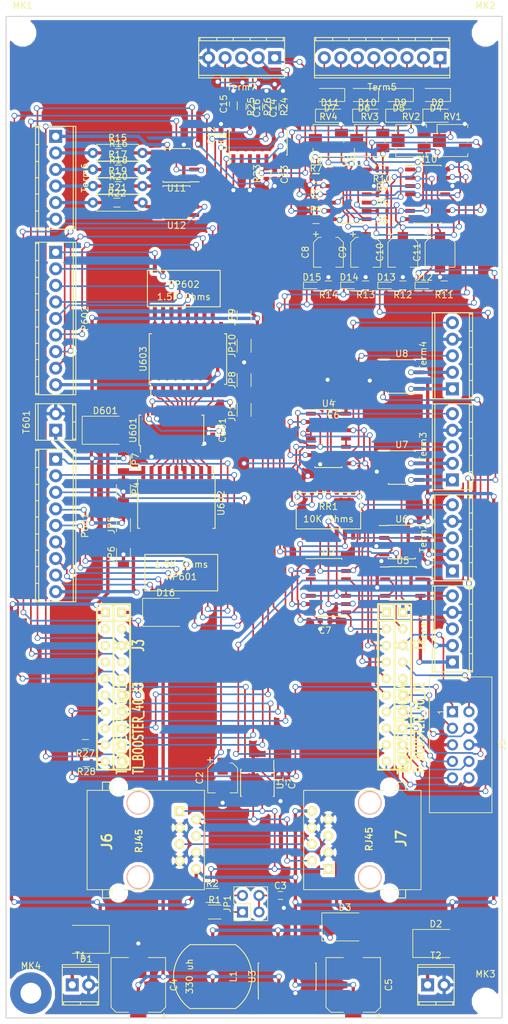
<source format=kicad_pcb>
(kicad_pcb (version 4) (host pcbnew 4.0.7+dfsg1-1ubuntu2)
  (layers (0 F.Cu signal) (31 B.Cu signal) (34 B.Paste user) (35 F.Paste user) (36 B.SilkS user) (37 F.SilkS user) (38 B.Mask user) (39 F.Mask user) (44 Edge.Cuts user))
  (net 0 "")
  (net 1 GND)
  (net 2 +3V3)
  (net 3 "Net-(C3-Pad1)")
  (net 4 +5V)
  (net 5 "Net-(C8-Pad1)")
  (net 6 "Net-(C9-Pad1)")
  (net 7 "Net-(C10-Pad1)")
  (net 8 "Net-(C11-Pad1)")
  (net 9 "Net-(C12-Pad1)")
  (net 10 "Net-(C13-Pad1)")
  (net 11 "Net-(C14-Pad1)")
  (net 12 "Net-(C15-Pad1)")
  (net 13 "Net-(C16-Pad1)")
  (net 14 "Net-(D1-Pad2)")
  (net 15 "Net-(D2-Pad1)")
  (net 16 "Net-(D3-Pad1)")
  (net 17 "Net-(D4-Pad1)")
  (net 18 "Net-(D4-Pad2)")
  (net 19 "Net-(D5-Pad1)")
  (net 20 "Net-(D5-Pad2)")
  (net 21 "Net-(D10-Pad2)")
  (net 22 "Net-(D10-Pad1)")
  (net 23 "Net-(D11-Pad2)")
  (net 24 "Net-(D11-Pad1)")
  (net 25 "Net-(D12-Pad2)")
  (net 26 /OD1)
  (net 27 "Net-(D13-Pad2)")
  (net 28 /OD2)
  (net 29 "Net-(D14-Pad2)")
  (net 30 /OD3)
  (net 31 "Net-(D15-Pad2)")
  (net 32 /OD4)
  (net 33 "Net-(D16-Pad1)")
  (net 34 "Net-(J1-Pad3)")
  (net 35 "Net-(J1-Pad4)")
  (net 36 /CAN0RX)
  (net 37 /CAN0TX)
  (net 38 /SCL)
  (net 39 /SDA)
  (net 40 /Motor4)
  (net 41 /Motor3)
  (net 42 /Motor2)
  (net 43 /Motor1)
  (net 44 /Points4)
  (net 45 /Points3)
  (net 46 /Points2)
  (net 47 /Points1)
  (net 48 /LED1)
  (net 49 /LED2)
  (net 50 /LED3)
  (net 51 /LED4)
  (net 52 /Button1)
  (net 53 /Button2)
  (net 54 /Button3)
  (net 55 /Button4)
  (net 56 "/CAN Transceiver/CANH")
  (net 57 "/CAN Transceiver/CANL")
  (net 58 "Net-(J6-Pad4)")
  (net 59 "Net-(J6-Pad5)")
  (net 60 "Net-(JP1-Pad1)")
  (net 61 "Net-(JP1-Pad2)")
  (net 62 "Net-(JP4-Pad1)")
  (net 63 "Net-(JP5-Pad1)")
  (net 64 "Net-(JP11-Pad2)")
  (net 65 "Net-(JP10-Pad2)")
  (net 66 "Net-(P601-Pad4)")
  (net 67 "Net-(P601-Pad1)")
  (net 68 "Net-(P601-Pad2)")
  (net 69 "Net-(P601-Pad3)")
  (net 70 "Net-(P601-Pad5)")
  (net 71 "Net-(P601-Pad6)")
  (net 72 "Net-(P601-Pad7)")
  (net 73 "Net-(P601-Pad8)")
  (net 74 "Net-(P602-Pad4)")
  (net 75 "Net-(P602-Pad1)")
  (net 76 "Net-(P602-Pad2)")
  (net 77 "Net-(P602-Pad3)")
  (net 78 "Net-(P602-Pad5)")
  (net 79 "Net-(P602-Pad6)")
  (net 80 "Net-(P602-Pad7)")
  (net 81 "Net-(P602-Pad8)")
  (net 82 "Net-(R3-Pad2)")
  (net 83 "Net-(R4-Pad2)")
  (net 84 "Net-(R5-Pad2)")
  (net 85 "Net-(R6-Pad2)")
  (net 86 "Net-(R15-Pad1)")
  (net 87 "Net-(R15-Pad2)")
  (net 88 "Net-(R17-Pad1)")
  (net 89 "Net-(R17-Pad2)")
  (net 90 "Net-(R19-Pad1)")
  (net 91 "Net-(R19-Pad2)")
  (net 92 "Net-(R21-Pad1)")
  (net 93 "Net-(R21-Pad2)")
  (net 94 "Net-(RP601-Pad1)")
  (net 95 "Net-(RP601-Pad2)")
  (net 96 "Net-(RP601-Pad3)")
  (net 97 "Net-(RP601-Pad4)")
  (net 98 "Net-(RP601-Pad5)")
  (net 99 "Net-(RP601-Pad6)")
  (net 100 "Net-(RP601-Pad7)")
  (net 101 "Net-(RP601-Pad8)")
  (net 102 "Net-(RP602-Pad1)")
  (net 103 "Net-(RP602-Pad2)")
  (net 104 "Net-(RP602-Pad3)")
  (net 105 "Net-(RP602-Pad4)")
  (net 106 "Net-(RP602-Pad5)")
  (net 107 "Net-(RP602-Pad6)")
  (net 108 "Net-(RP602-Pad7)")
  (net 109 "Net-(RP602-Pad8)")
  (net 110 "Net-(RR1-Pad1)")
  (net 111 "Net-(RR1-Pad2)")
  (net 112 "/Stall Motors/P2B")
  (net 113 "/Stall Motors/P2A")
  (net 114 "/Stall Motors/P1B")
  (net 115 "/Stall Motors/P1A")
  (net 116 "Net-(RR1-Pad7)")
  (net 117 "Net-(RR1-Pad8)")
  (net 118 "Net-(RR1-Pad9)")
  (net 119 "/Stall Motors/P4B")
  (net 120 "/Stall Motors/P4A")
  (net 121 "/Stall Motors/P3B")
  (net 122 "/Stall Motors/P3A")
  (net 123 "/Stall Motors/M1A")
  (net 124 "/Stall Motors/M1B")
  (net 125 "/Stall Motors/M2A")
  (net 126 "/Stall Motors/M2B")
  (net 127 "/Stall Motors/M3A")
  (net 128 "/Stall Motors/M3B")
  (net 129 "/Stall Motors/M4A")
  (net 130 "/Stall Motors/M4B")
  (net 131 "Net-(U1-Pad5)")
  (net 132 "Net-(U1-Pad8)")
  (net 133 "Net-(U2-Pad2)")
  (net 134 "Net-(U2-Pad10)")
  (net 135 "Net-(U3-Pad1)")
  (net 136 "Net-(U3-Pad2)")
  (net 137 "Net-(U3-Pad7)")
  (net 138 "Net-(U3-Pad8)")
  (net 139 "Net-(U3-Pad9)")
  (net 140 "Net-(U3-Pad11)")
  (net 141 "Net-(U3-Pad13)")
  (net 142 "Net-(U3-Pad14)")
  (net 143 "Net-(U4-Pad2)")
  (net 144 "Net-(U4-Pad10)")
  (net 145 "Net-(U13-Pad2)")
  (net 146 "Net-(U13-Pad4)")
  (net 147 "Net-(U601-Pad6)")
  (net 148 "Net-(U601-Pad7)")
  (net 149 "Net-(U601-Pad8)")
  (net 150 "Net-(U601-Pad9)")
  (net 151 "Net-(U601-Pad10)")
  (net 152 "Net-(U601-Pad11)")
  (net 153 "Net-(U601-Pad12)")
  (net 154 "Net-(U601-Pad13)")
  (net 155 "Net-(U601-Pad15)")
  (net 156 "Net-(U601-Pad16)")
  (net 157 "Net-(U601-Pad17)")
  (net 158 "Net-(U601-Pad18)")
  (net 159 "Net-(U601-Pad19)")
  (net 160 "Net-(U601-Pad20)")
  (net 161 "Net-(U601-Pad21)")
  (net 162 "Net-(U601-Pad22)")
  (net 163 Vxx)
  (net 164 "Net-(MK4-Pad1)")
  (net 165 CAN+12V)
  (net 166 "Net-(J2-Pad10)")
  (net 167 "Net-(J2-Pad9)")
  (net 168 "Net-(J2-Pad8)")
  (net 169 "Net-(J2-Pad7)")
  (net 170 "Net-(J2-Pad6)")
  (net 171 "Net-(J2-Pad5)")
  (net 172 "Net-(J2-Pad4)")
  (net 173 "Net-(J2-Pad3)")
  (net 174 "Net-(J1-Pad2)")
  (net 175 "Net-(J1-Pad7)")
  (net 176 "/PWM Driver/SignalV+")
  (module Diodes_SMD:D_SMB (layer F.Cu) (at 236.22 172.72)
    (fp_text reference D2 (at 0 -3) (layer F.SilkS))
    (fp_text value DFLS240-7)
    (pad 1 smd rect (at -2.15 0) (size 2.5 2.3) (layers F.Cu F.Paste F.Mask) (net 15 "Net-(D2-Pad1)"))
    (pad 2 smd rect (at 2.15 0) (size 2.5 2.3) (layers F.Cu F.Paste F.Mask) (net 165 CAN+12V))
  )
  (module Housings_SOIC:SOIC-18W_7.5x11.6mm_Pitch1.27mm (layer F.Cu) (at 198.12 83.058 90)
    (fp_text reference U603 (at 0 -6.875 90) (layer F.SilkS))
    (fp_text value TBD62X83A)
    (pad 1 smd rect (at -4.7 -5.08 90) (size 2 0.6) (layers F.Cu F.Paste F.Mask) (net 162 "Net-(U601-Pad22)"))
    (pad 2 smd rect (at -4.7 -3.81 90) (size 2 0.6) (layers F.Cu F.Paste F.Mask) (net 161 "Net-(U601-Pad21)"))
    (pad 3 smd rect (at -4.7 -2.54 90) (size 2 0.6) (layers F.Cu F.Paste F.Mask) (net 160 "Net-(U601-Pad20)"))
    (pad 4 smd rect (at -4.7 -1.27 90) (size 2 0.6) (layers F.Cu F.Paste F.Mask) (net 159 "Net-(U601-Pad19)"))
    (pad 5 smd rect (at -4.7 0 90) (size 2 0.6) (layers F.Cu F.Paste F.Mask) (net 158 "Net-(U601-Pad18)"))
    (pad 6 smd rect (at -4.7 1.27 90) (size 2 0.6) (layers F.Cu F.Paste F.Mask) (net 157 "Net-(U601-Pad17)"))
    (pad 7 smd rect (at -4.7 2.54 90) (size 2 0.6) (layers F.Cu F.Paste F.Mask) (net 156 "Net-(U601-Pad16)"))
    (pad 8 smd rect (at -4.7 3.81 90) (size 2 0.6) (layers F.Cu F.Paste F.Mask) (net 155 "Net-(U601-Pad15)"))
    (pad 9 smd rect (at -4.7 5.08 90) (size 2 0.6) (layers F.Cu F.Paste F.Mask) (net 64 "Net-(JP11-Pad2)"))
    (pad 10 smd rect (at 4.7 5.08 90) (size 2 0.6) (layers F.Cu F.Paste F.Mask) (net 65 "Net-(JP10-Pad2)"))
    (pad 11 smd rect (at 4.7 3.81 90) (size 2 0.6) (layers F.Cu F.Paste F.Mask) (net 109 "Net-(RP602-Pad8)"))
    (pad 12 smd rect (at 4.7 2.54 90) (size 2 0.6) (layers F.Cu F.Paste F.Mask) (net 108 "Net-(RP602-Pad7)"))
    (pad 13 smd rect (at 4.7 1.27 90) (size 2 0.6) (layers F.Cu F.Paste F.Mask) (net 107 "Net-(RP602-Pad6)"))
    (pad 14 smd rect (at 4.7 0 90) (size 2 0.6) (layers F.Cu F.Paste F.Mask) (net 106 "Net-(RP602-Pad5)"))
    (pad 15 smd rect (at 4.7 -1.27 90) (size 2 0.6) (layers F.Cu F.Paste F.Mask) (net 105 "Net-(RP602-Pad4)"))
    (pad 16 smd rect (at 4.7 -2.54 90) (size 2 0.6) (layers F.Cu F.Paste F.Mask) (net 104 "Net-(RP602-Pad3)"))
    (pad 17 smd rect (at 4.7 -3.81 90) (size 2 0.6) (layers F.Cu F.Paste F.Mask) (net 103 "Net-(RP602-Pad2)"))
    (pad 18 smd rect (at 4.7 -5.08 90) (size 2 0.6) (layers F.Cu F.Paste F.Mask) (net 102 "Net-(RP602-Pad1)"))
  )
  (module Capacitors_SMD:CP_Elec_4x5.7 (layer F.Cu) (at 236.855 66.675 270)
    (fp_text reference C11 (at 0 3.54 270) (layer F.SilkS))
    (fp_text value "2.2uf 50V")
    (fp_text user + (at -2.77 2.01 270) (layer F.SilkS))
    (pad 1 smd rect (at -1.8 0 90) (size 2.6 1.6) (layers F.Cu F.Paste F.Mask) (net 8 "Net-(C11-Pad1)"))
    (pad 2 smd rect (at 1.8 0 90) (size 2.6 1.6) (layers F.Cu F.Paste F.Mask) (net 1 GND))
  )
  (module Housings_SOIC:SOIC-14_3.9x8.7mm_Pitch1.27mm (layer F.Cu) (at 234.95 57.785)
    (fp_text reference U10 (at 0 -5.375) (layer F.SilkS))
    (fp_text value LM339)
    (pad 1 smd rect (at -2.7 -3.81) (size 1.5 0.6) (layers F.Cu F.Paste F.Mask) (net 28 /OD2))
    (pad 2 smd rect (at -2.7 -2.54) (size 1.5 0.6) (layers F.Cu F.Paste F.Mask) (net 26 /OD1))
    (pad 3 smd rect (at -2.7 -1.27) (size 1.5 0.6) (layers F.Cu F.Paste F.Mask) (net 2 +3V3))
    (pad 4 smd rect (at -2.7 0) (size 1.5 0.6) (layers F.Cu F.Paste F.Mask) (net 82 "Net-(R3-Pad2)"))
    (pad 5 smd rect (at -2.7 1.27) (size 1.5 0.6) (layers F.Cu F.Paste F.Mask) (net 5 "Net-(C8-Pad1)"))
    (pad 6 smd rect (at -2.7 2.54) (size 1.5 0.6) (layers F.Cu F.Paste F.Mask) (net 83 "Net-(R4-Pad2)"))
    (pad 7 smd rect (at -2.7 3.81) (size 1.5 0.6) (layers F.Cu F.Paste F.Mask) (net 6 "Net-(C9-Pad1)"))
    (pad 8 smd rect (at 2.7 3.81) (size 1.5 0.6) (layers F.Cu F.Paste F.Mask) (net 85 "Net-(R6-Pad2)"))
    (pad 9 smd rect (at 2.7 2.54) (size 1.5 0.6) (layers F.Cu F.Paste F.Mask) (net 8 "Net-(C11-Pad1)"))
    (pad 10 smd rect (at 2.7 1.27) (size 1.5 0.6) (layers F.Cu F.Paste F.Mask) (net 84 "Net-(R5-Pad2)"))
    (pad 11 smd rect (at 2.7 0) (size 1.5 0.6) (layers F.Cu F.Paste F.Mask) (net 7 "Net-(C10-Pad1)"))
    (pad 12 smd rect (at 2.7 -1.27) (size 1.5 0.6) (layers F.Cu F.Paste F.Mask) (net 1 GND))
    (pad 13 smd rect (at 2.7 -2.54) (size 1.5 0.6) (layers F.Cu F.Paste F.Mask) (net 30 /OD3))
    (pad 14 smd rect (at 2.7 -3.81) (size 1.5 0.6) (layers F.Cu F.Paste F.Mask) (net 32 /OD4))
  )
  (module Connect:SIL-10 (layer F.Cu) (at 185.42 133.35 270)
    (fp_text reference J1 (at -6.35 -2.54 270) (layer F.SilkS) (effects (font (size 1.72974 1.08712) (thickness 0.3048))))
    (fp_text value TI_BOOSTER_40_J1 (at 6.35 -2.54 270) (layer F.SilkS) (effects (font (size 1.524 1.016) (thickness 0.3048))))
    (pad 1 thru_hole rect (at -11.43 0 270) (size 1.397 1.397) (drill 0.8128) (layers *.Cu *.Mask F.SilkS) (net 2 +3V3))
    (pad 2 thru_hole circle (at -8.89 0 270) (size 1.397 1.397) (drill 0.8128) (layers *.Cu *.Mask F.SilkS) (net 174 "Net-(J1-Pad2)"))
    (pad 3 thru_hole circle (at -6.35 0 270) (size 1.397 1.397) (drill 0.8128) (layers *.Cu *.Mask F.SilkS) (net 34 "Net-(J1-Pad3)"))
    (pad 4 thru_hole circle (at -3.81 0 270) (size 1.397 1.397) (drill 0.8128) (layers *.Cu *.Mask F.SilkS) (net 35 "Net-(J1-Pad4)"))
    (pad 5 thru_hole circle (at -1.27 0 270) (size 1.397 1.397) (drill 0.8128) (layers *.Cu *.Mask F.SilkS) (net 36 /CAN0RX))
    (pad 6 thru_hole circle (at 1.27 0 270) (size 1.397 1.397) (drill 0.8128) (layers *.Cu *.Mask F.SilkS) (net 37 /CAN0TX))
    (pad 7 thru_hole circle (at 3.81 0 270) (size 1.397 1.397) (drill 0.8128) (layers *.Cu *.Mask F.SilkS) (net 175 "Net-(J1-Pad7)"))
    (pad 8 thru_hole circle (at 6.35 0 270) (size 1.397 1.397) (drill 0.8128) (layers *.Cu *.Mask F.SilkS) (net 30 /OD3))
    (pad 9 thru_hole circle (at 8.89 0 270) (size 1.397 1.397) (drill 0.8128) (layers *.Cu *.Mask F.SilkS) (net 38 /SCL))
    (pad 10 thru_hole circle (at 11.43 0 270) (size 1.397 1.397) (drill 0.8128) (layers *.Cu *.Mask F.SilkS) (net 39 /SDA))
  )
  (module Connect:SIL-10 (layer F.Cu) (at 231.14 133.35 270)
    (fp_text reference J2 (at -6.35 -2.54 270) (layer F.SilkS) (effects (font (size 1.72974 1.08712) (thickness 0.3048))))
    (fp_text value TI_BOOSTER_40_J2 (at 6.35 -2.54 270) (layer F.SilkS) (effects (font (size 1.524 1.016) (thickness 0.3048))))
    (pad 10 thru_hole circle (at 11.43 0 270) (size 1.397 1.397) (drill 0.8128) (layers *.Cu *.Mask F.SilkS) (net 166 "Net-(J2-Pad10)"))
    (pad 9 thru_hole circle (at 8.89 0 270) (size 1.397 1.397) (drill 0.8128) (layers *.Cu *.Mask F.SilkS) (net 167 "Net-(J2-Pad9)"))
    (pad 8 thru_hole circle (at 6.35 0 270) (size 1.397 1.397) (drill 0.8128) (layers *.Cu *.Mask F.SilkS) (net 168 "Net-(J2-Pad8)"))
    (pad 7 thru_hole circle (at 3.81 0 270) (size 1.397 1.397) (drill 0.8128) (layers *.Cu *.Mask F.SilkS) (net 169 "Net-(J2-Pad7)"))
    (pad 6 thru_hole circle (at 1.27 0 270) (size 1.397 1.397) (drill 0.8128) (layers *.Cu *.Mask F.SilkS) (net 170 "Net-(J2-Pad6)"))
    (pad 5 thru_hole circle (at -1.27 0 270) (size 1.397 1.397) (drill 0.8128) (layers *.Cu *.Mask F.SilkS) (net 171 "Net-(J2-Pad5)"))
    (pad 4 thru_hole circle (at -3.81 0 270) (size 1.397 1.397) (drill 0.8128) (layers *.Cu *.Mask F.SilkS) (net 172 "Net-(J2-Pad4)"))
    (pad 3 thru_hole circle (at -6.35 0 270) (size 1.397 1.397) (drill 0.8128) (layers *.Cu *.Mask F.SilkS) (net 173 "Net-(J2-Pad3)"))
    (pad 2 thru_hole circle (at -8.89 0 270) (size 1.397 1.397) (drill 0.8128) (layers *.Cu *.Mask F.SilkS) (net 32 /OD4))
    (pad 1 thru_hole rect (at -11.43 0 270) (size 1.397 1.397) (drill 0.8128) (layers *.Cu *.Mask F.SilkS) (net 1 GND))
  )
  (module Connect:SIL-10 (layer F.Cu) (at 187.96 133.35 270)
    (fp_text reference J3 (at -6.35 -2.54 270) (layer F.SilkS) (effects (font (size 1.72974 1.08712) (thickness 0.3048))))
    (fp_text value TI_BOOSTER_40_J3 (at 6.35 -2.54 270) (layer F.SilkS) (effects (font (size 1.524 1.016) (thickness 0.3048))))
    (pad 1 thru_hole rect (at -11.43 0 270) (size 1.397 1.397) (drill 0.8128) (layers *.Cu *.Mask F.SilkS) (net 33 "Net-(D16-Pad1)"))
    (pad 2 thru_hole circle (at -8.89 0 270) (size 1.397 1.397) (drill 0.8128) (layers *.Cu *.Mask F.SilkS) (net 1 GND))
    (pad 3 thru_hole circle (at -6.35 0 270) (size 1.397 1.397) (drill 0.8128) (layers *.Cu *.Mask F.SilkS) (net 48 /LED1))
    (pad 4 thru_hole circle (at -3.81 0 270) (size 1.397 1.397) (drill 0.8128) (layers *.Cu *.Mask F.SilkS) (net 49 /LED2))
    (pad 5 thru_hole circle (at -1.27 0 270) (size 1.397 1.397) (drill 0.8128) (layers *.Cu *.Mask F.SilkS) (net 50 /LED3))
    (pad 6 thru_hole circle (at 1.27 0 270) (size 1.397 1.397) (drill 0.8128) (layers *.Cu *.Mask F.SilkS) (net 51 /LED4))
    (pad 7 thru_hole circle (at 3.81 0 270) (size 1.397 1.397) (drill 0.8128) (layers *.Cu *.Mask F.SilkS) (net 52 /Button1))
    (pad 8 thru_hole circle (at 6.35 0 270) (size 1.397 1.397) (drill 0.8128) (layers *.Cu *.Mask F.SilkS) (net 53 /Button2))
    (pad 9 thru_hole circle (at 8.89 0 270) (size 1.397 1.397) (drill 0.8128) (layers *.Cu *.Mask F.SilkS) (net 54 /Button3))
    (pad 10 thru_hole circle (at 11.43 0 270) (size 1.397 1.397) (drill 0.8128) (layers *.Cu *.Mask F.SilkS) (net 55 /Button4))
  )
  (module Connect:SIL-10 (layer F.Cu) (at 228.6 133.35 270)
    (fp_text reference J4 (at -6.35 -2.54 270) (layer F.SilkS) (effects (font (size 1.72974 1.08712) (thickness 0.3048))))
    (fp_text value TI_BOOSTER_40_J4 (at 6.35 -2.54 270) (layer F.SilkS) (effects (font (size 1.524 1.016) (thickness 0.3048))))
    (pad 10 thru_hole circle (at 11.43 0 270) (size 1.397 1.397) (drill 0.8128) (layers *.Cu *.Mask F.SilkS) (net 28 /OD2))
    (pad 9 thru_hole circle (at 8.89 0 270) (size 1.397 1.397) (drill 0.8128) (layers *.Cu *.Mask F.SilkS) (net 26 /OD1))
    (pad 8 thru_hole circle (at 6.35 0 270) (size 1.397 1.397) (drill 0.8128) (layers *.Cu *.Mask F.SilkS) (net 40 /Motor4))
    (pad 7 thru_hole circle (at 3.81 0 270) (size 1.397 1.397) (drill 0.8128) (layers *.Cu *.Mask F.SilkS) (net 41 /Motor3))
    (pad 6 thru_hole circle (at 1.27 0 270) (size 1.397 1.397) (drill 0.8128) (layers *.Cu *.Mask F.SilkS) (net 42 /Motor2))
    (pad 5 thru_hole circle (at -1.27 0 270) (size 1.397 1.397) (drill 0.8128) (layers *.Cu *.Mask F.SilkS) (net 43 /Motor1))
    (pad 4 thru_hole circle (at -3.81 0 270) (size 1.397 1.397) (drill 0.8128) (layers *.Cu *.Mask F.SilkS) (net 44 /Points4))
    (pad 3 thru_hole circle (at -6.35 0 270) (size 1.397 1.397) (drill 0.8128) (layers *.Cu *.Mask F.SilkS) (net 45 /Points3))
    (pad 2 thru_hole circle (at -8.89 0 270) (size 1.397 1.397) (drill 0.8128) (layers *.Cu *.Mask F.SilkS) (net 46 /Points2))
    (pad 1 thru_hole rect (at -11.43 0 270) (size 1.397 1.397) (drill 0.8128) (layers *.Cu *.Mask F.SilkS) (net 47 /Points1))
  )
  (module Capacitors_SMD:C_0603 (layer F.Cu) (at 212.598 148.082 270)
    (fp_text reference C1 (at 0 -1.5 270) (layer F.SilkS))
    (fp_text value ".1 uf")
    (pad 2 smd rect (at 0.75 0 270) (size 0.8 0.75) (layers F.Cu F.Paste F.Mask) (net 1 GND))
    (pad 1 smd rect (at -0.75 0 270) (size 0.8 0.75) (layers F.Cu F.Paste F.Mask) (net 2 +3V3))
  )
  (module Capacitors_SMD:CP_Elec_4x5.7 (layer F.Cu) (at 203.454 147.32 270)
    (fp_text reference C2 (at 0 3.54 270) (layer F.SilkS))
    (fp_text value "15 uf 15V")
    (fp_text user + (at -2.77 2.01 270) (layer F.SilkS))
    (pad 1 smd rect (at -1.8 0 90) (size 2.6 1.6) (layers F.Cu F.Paste F.Mask) (net 2 +3V3))
    (pad 2 smd rect (at 1.8 0 90) (size 2.6 1.6) (layers F.Cu F.Paste F.Mask) (net 1 GND))
  )
  (module Capacitors_SMD:C_0603 (layer F.Cu) (at 212.332 165.354)
    (fp_text reference C3 (at 0 -1.5) (layer F.SilkS))
    (fp_text value "47 nf")
    (pad 2 smd rect (at 0.75 0) (size 0.8 0.75) (layers F.Cu F.Paste F.Mask) (net 1 GND))
    (pad 1 smd rect (at -0.75 0) (size 0.8 0.75) (layers F.Cu F.Paste F.Mask) (net 3 "Net-(C3-Pad1)"))
  )
  (module Capacitors_SMD:CP_Elec_8x10 (layer F.Cu) (at 190.5 179.07 90)
    (fp_text reference C4 (at 0 5.45 90) (layer F.SilkS))
    (fp_text value "220 uf 25V")
    (fp_text user + (at -4.78 3.9 90) (layer F.SilkS))
    (pad 1 smd rect (at -3.05 0 270) (size 4 2.5) (layers F.Cu F.Paste F.Mask) (net 4 +5V))
    (pad 2 smd rect (at 3.05 0 270) (size 4 2.5) (layers F.Cu F.Paste F.Mask) (net 1 GND))
  )
  (module Capacitors_SMD:CP_Elec_8x10 (layer F.Cu) (at 223.52 179.07 90)
    (fp_text reference C5 (at 0 5.45 90) (layer F.SilkS))
    (fp_text value "22 uf 100V")
    (fp_text user + (at -4.78 3.9 90) (layer F.SilkS))
    (pad 1 smd rect (at -3.05 0 270) (size 4 2.5) (layers F.Cu F.Paste F.Mask) (net 165 CAN+12V))
    (pad 2 smd rect (at 3.05 0 270) (size 4 2.5) (layers F.Cu F.Paste F.Mask) (net 1 GND))
  )
  (module Capacitors_SMD:C_0603 (layer F.Cu) (at 220.46 90.17 180)
    (fp_text reference C6 (at 0 -1.5 180) (layer F.SilkS))
    (fp_text value ".1 uf")
    (pad 2 smd rect (at 0.75 0 180) (size 0.8 0.75) (layers F.Cu F.Paste F.Mask) (net 1 GND))
    (pad 1 smd rect (at -0.75 0 180) (size 0.8 0.75) (layers F.Cu F.Paste F.Mask) (net 2 +3V3))
  )
  (module Capacitors_SMD:C_0603 (layer F.Cu) (at 219.19 123.19 180)
    (fp_text reference C7 (at 0 -1.5 180) (layer F.SilkS))
    (fp_text value ".1 uf")
    (pad 2 smd rect (at 0.75 0 180) (size 0.8 0.75) (layers F.Cu F.Paste F.Mask) (net 1 GND))
    (pad 1 smd rect (at -0.75 0 180) (size 0.8 0.75) (layers F.Cu F.Paste F.Mask) (net 2 +3V3))
  )
  (module Capacitors_SMD:CP_Elec_4x5.7 (layer F.Cu) (at 219.71 66.675 270)
    (fp_text reference C8 (at 0 3.54 270) (layer F.SilkS))
    (fp_text value "2.2uf 50V")
    (fp_text user + (at -2.77 2.01 270) (layer F.SilkS))
    (pad 1 smd rect (at -1.8 0 90) (size 2.6 1.6) (layers F.Cu F.Paste F.Mask) (net 5 "Net-(C8-Pad1)"))
    (pad 2 smd rect (at 1.8 0 90) (size 2.6 1.6) (layers F.Cu F.Paste F.Mask) (net 1 GND))
  )
  (module Capacitors_SMD:CP_Elec_4x5.7 (layer F.Cu) (at 225.425 66.675 270)
    (fp_text reference C9 (at 0 3.54 270) (layer F.SilkS))
    (fp_text value "2.2uf 50V")
    (fp_text user + (at -2.77 2.01 270) (layer F.SilkS))
    (pad 1 smd rect (at -1.8 0 90) (size 2.6 1.6) (layers F.Cu F.Paste F.Mask) (net 6 "Net-(C9-Pad1)"))
    (pad 2 smd rect (at 1.8 0 90) (size 2.6 1.6) (layers F.Cu F.Paste F.Mask) (net 1 GND))
  )
  (module Capacitors_SMD:CP_Elec_4x5.7 (layer F.Cu) (at 231.14 66.675 270)
    (fp_text reference C10 (at 0 3.54 270) (layer F.SilkS))
    (fp_text value "2.2uf 50V")
    (fp_text user + (at -2.77 2.01 270) (layer F.SilkS))
    (pad 1 smd rect (at -1.8 0 90) (size 2.6 1.6) (layers F.Cu F.Paste F.Mask) (net 7 "Net-(C10-Pad1)"))
    (pad 2 smd rect (at 1.8 0 90) (size 2.6 1.6) (layers F.Cu F.Paste F.Mask) (net 1 GND))
  )
  (module Capacitors_SMD:C_0603 (layer F.Cu) (at 203.2 48.78 90)
    (fp_text reference C12 (at 0 -1.5 90) (layer F.SilkS))
    (fp_text value ".1 uf")
    (pad 2 smd rect (at 0.75 0 90) (size 0.8 0.75) (layers F.Cu F.Paste F.Mask) (net 1 GND))
    (pad 1 smd rect (at -0.75 0 90) (size 0.8 0.75) (layers F.Cu F.Paste F.Mask) (net 9 "Net-(C12-Pad1)"))
  )
  (module Capacitors_SMD:C_0603 (layer F.Cu) (at 211.455 54.725 270)
    (fp_text reference C13 (at 0 -1.5 270) (layer F.SilkS))
    (fp_text value "10 nf")
    (pad 2 smd rect (at 0.75 0 270) (size 0.8 0.75) (layers F.Cu F.Paste F.Mask) (net 1 GND))
    (pad 1 smd rect (at -0.75 0 270) (size 0.8 0.75) (layers F.Cu F.Paste F.Mask) (net 10 "Net-(C13-Pad1)"))
  )
  (module Capacitors_SMD:C_0603 (layer F.Cu) (at 212.725 44.565 90)
    (fp_text reference C14 (at 0 -1.5 90) (layer F.SilkS))
    (fp_text value "10 nf")
    (pad 2 smd rect (at 0.75 0 90) (size 0.8 0.75) (layers F.Cu F.Paste F.Mask) (net 1 GND))
    (pad 1 smd rect (at -0.75 0 90) (size 0.8 0.75) (layers F.Cu F.Paste F.Mask) (net 11 "Net-(C14-Pad1)"))
  )
  (module Capacitors_SMD:C_0603 (layer F.Cu) (at 205.105 43.93 90)
    (fp_text reference C15 (at 0 -1.5 90) (layer F.SilkS))
    (fp_text value "10 nf")
    (pad 2 smd rect (at 0.75 0 90) (size 0.8 0.75) (layers F.Cu F.Paste F.Mask) (net 1 GND))
    (pad 1 smd rect (at -0.75 0 90) (size 0.8 0.75) (layers F.Cu F.Paste F.Mask) (net 12 "Net-(C15-Pad1)"))
  )
  (module Capacitors_SMD:C_0603 (layer F.Cu) (at 210.185 44.565 90)
    (fp_text reference C16 (at 0 -1.5 90) (layer F.SilkS))
    (fp_text value "10 nf")
    (pad 2 smd rect (at 0.75 0 90) (size 0.8 0.75) (layers F.Cu F.Paste F.Mask) (net 1 GND))
    (pad 1 smd rect (at -0.75 0 90) (size 0.8 0.75) (layers F.Cu F.Paste F.Mask) (net 13 "Net-(C16-Pad1)"))
  )
  (module Capacitors_SMD:C_0603 (layer F.Cu) (at 201.93 93.98 270)
    (fp_text reference C601 (at 0 -1.5 270) (layer F.SilkS))
    (fp_text value ".1 uf")
    (pad 2 smd rect (at 0.75 0 270) (size 0.8 0.75) (layers F.Cu F.Paste F.Mask) (net 1 GND))
    (pad 1 smd rect (at -0.75 0 270) (size 0.8 0.75) (layers F.Cu F.Paste F.Mask) (net 2 +3V3))
  )
  (module Diodes_SMD:D_SMB (layer F.Cu) (at 182.49 172.085 180)
    (fp_text reference D1 (at 0 -3 180) (layer F.SilkS))
    (fp_text value DFLS240-7)
    (pad 1 smd rect (at -2.15 0 180) (size 2.5 2.3) (layers F.Cu F.Paste F.Mask) (net 165 CAN+12V))
    (pad 2 smd rect (at 2.15 0 180) (size 2.5 2.3) (layers F.Cu F.Paste F.Mask) (net 14 "Net-(D1-Pad2)"))
  )
  (module Diodes_SMD:D_SMB (layer F.Cu) (at 222.25 170.18)
    (fp_text reference D3 (at 0 -3) (layer F.SilkS))
    (fp_text value "CMSH1-60 TR13")
    (pad 1 smd rect (at -2.15 0) (size 2.5 2.3) (layers F.Cu F.Paste F.Mask) (net 16 "Net-(D3-Pad1)"))
    (pad 2 smd rect (at 2.15 0) (size 2.5 2.3) (layers F.Cu F.Paste F.Mask) (net 1 GND))
  )
  (module Diodes_SMD:D_SOD-123 (layer F.Cu) (at 236.22 42.545 180)
    (fp_text reference D4 (at 0 -2 180) (layer F.SilkS))
    (fp_text value 1N4148)
    (pad 1 smd rect (at -1.65 0 180) (size 0.9 1.2) (layers F.Cu F.Paste F.Mask) (net 17 "Net-(D4-Pad1)"))
    (pad 2 smd rect (at 1.65 0 180) (size 0.9 1.2) (layers F.Cu F.Paste F.Mask) (net 18 "Net-(D4-Pad2)"))
  )
  (module Diodes_SMD:D_SOD-123 (layer F.Cu) (at 230.505 42.545 180)
    (fp_text reference D5 (at 0 -2 180) (layer F.SilkS))
    (fp_text value 1N4148)
    (pad 1 smd rect (at -1.65 0 180) (size 0.9 1.2) (layers F.Cu F.Paste F.Mask) (net 19 "Net-(D5-Pad1)"))
    (pad 2 smd rect (at 1.65 0 180) (size 0.9 1.2) (layers F.Cu F.Paste F.Mask) (net 20 "Net-(D5-Pad2)"))
  )
  (module Diodes_SMD:D_SOD-123 (layer F.Cu) (at 225.17 42.545 180)
    (fp_text reference D6 (at 0 -2 180) (layer F.SilkS))
    (fp_text value 1N4148)
    (pad 1 smd rect (at -1.65 0 180) (size 0.9 1.2) (layers F.Cu F.Paste F.Mask) (net 21 "Net-(D10-Pad2)"))
    (pad 2 smd rect (at 1.65 0 180) (size 0.9 1.2) (layers F.Cu F.Paste F.Mask) (net 22 "Net-(D10-Pad1)"))
  )
  (module Diodes_SMD:D_SOD-123 (layer F.Cu) (at 219.965 42.545 180)
    (fp_text reference D7 (at 0 -2 180) (layer F.SilkS))
    (fp_text value 1N4148)
    (pad 1 smd rect (at -1.65 0 180) (size 0.9 1.2) (layers F.Cu F.Paste F.Mask) (net 23 "Net-(D11-Pad2)"))
    (pad 2 smd rect (at 1.65 0 180) (size 0.9 1.2) (layers F.Cu F.Paste F.Mask) (net 24 "Net-(D11-Pad1)"))
  )
  (module Diodes_SMD:D_SOD-123 (layer F.Cu) (at 236.475 45.72)
    (fp_text reference D8 (at 0 -2) (layer F.SilkS))
    (fp_text value 1N4148)
    (pad 1 smd rect (at -1.65 0) (size 0.9 1.2) (layers F.Cu F.Paste F.Mask) (net 18 "Net-(D4-Pad2)"))
    (pad 2 smd rect (at 1.65 0) (size 0.9 1.2) (layers F.Cu F.Paste F.Mask) (net 17 "Net-(D4-Pad1)"))
  )
  (module Diodes_SMD:D_SOD-123 (layer F.Cu) (at 230.76 45.72)
    (fp_text reference D9 (at 0 -2) (layer F.SilkS))
    (fp_text value 1N4148)
    (pad 1 smd rect (at -1.65 0) (size 0.9 1.2) (layers F.Cu F.Paste F.Mask) (net 20 "Net-(D5-Pad2)"))
    (pad 2 smd rect (at 1.65 0) (size 0.9 1.2) (layers F.Cu F.Paste F.Mask) (net 19 "Net-(D5-Pad1)"))
  )
  (module Diodes_SMD:D_SOD-123 (layer F.Cu) (at 225.68 45.72)
    (fp_text reference D10 (at 0 -2) (layer F.SilkS))
    (fp_text value 1N4148)
    (pad 1 smd rect (at -1.65 0) (size 0.9 1.2) (layers F.Cu F.Paste F.Mask) (net 22 "Net-(D10-Pad1)"))
    (pad 2 smd rect (at 1.65 0) (size 0.9 1.2) (layers F.Cu F.Paste F.Mask) (net 21 "Net-(D10-Pad2)"))
  )
  (module Diodes_SMD:D_SOD-123 (layer F.Cu) (at 219.965 45.72)
    (fp_text reference D11 (at 0 -2) (layer F.SilkS))
    (fp_text value 1N4148)
    (pad 1 smd rect (at -1.65 0) (size 0.9 1.2) (layers F.Cu F.Paste F.Mask) (net 24 "Net-(D11-Pad1)"))
    (pad 2 smd rect (at 1.65 0) (size 0.9 1.2) (layers F.Cu F.Paste F.Mask) (net 23 "Net-(D11-Pad2)"))
  )
  (module LEDs:LED_0603 (layer F.Cu) (at 234.315 71.755)
    (fp_text reference D12 (at 0 -1.25) (layer F.SilkS))
    (fp_text value LED)
    (pad 2 smd rect (at 0.8 0 180) (size 0.8 0.8) (layers F.Cu F.Paste F.Mask) (net 25 "Net-(D12-Pad2)"))
    (pad 1 smd rect (at -0.8 0 180) (size 0.8 0.8) (layers F.Cu F.Paste F.Mask) (net 26 /OD1))
  )
  (module LEDs:LED_0603 (layer F.Cu) (at 228.6 71.755)
    (fp_text reference D13 (at 0 -1.25) (layer F.SilkS))
    (fp_text value LED)
    (pad 2 smd rect (at 0.8 0 180) (size 0.8 0.8) (layers F.Cu F.Paste F.Mask) (net 27 "Net-(D13-Pad2)"))
    (pad 1 smd rect (at -0.8 0 180) (size 0.8 0.8) (layers F.Cu F.Paste F.Mask) (net 28 /OD2))
  )
  (module LEDs:LED_0603 (layer F.Cu) (at 222.885 71.755)
    (fp_text reference D14 (at 0 -1.25) (layer F.SilkS))
    (fp_text value LED)
    (pad 2 smd rect (at 0.8 0 180) (size 0.8 0.8) (layers F.Cu F.Paste F.Mask) (net 29 "Net-(D14-Pad2)"))
    (pad 1 smd rect (at -0.8 0 180) (size 0.8 0.8) (layers F.Cu F.Paste F.Mask) (net 30 /OD3))
  )
  (module LEDs:LED_0603 (layer F.Cu) (at 217.17 71.755)
    (fp_text reference D15 (at 0 -1.25) (layer F.SilkS))
    (fp_text value LED)
    (pad 2 smd rect (at 0.8 0 180) (size 0.8 0.8) (layers F.Cu F.Paste F.Mask) (net 31 "Net-(D15-Pad2)"))
    (pad 1 smd rect (at -0.8 0 180) (size 0.8 0.8) (layers F.Cu F.Paste F.Mask) (net 32 /OD4))
  )
  (module Diodes_SMD:D_SMB (layer F.Cu) (at 194.7 121.92)
    (fp_text reference D16 (at 0 -3) (layer F.SilkS))
    (fp_text value DFLS240-7)
    (pad 1 smd rect (at -2.15 0) (size 2.5 2.3) (layers F.Cu F.Paste F.Mask) (net 33 "Net-(D16-Pad1)"))
    (pad 2 smd rect (at 2.15 0) (size 2.5 2.3) (layers F.Cu F.Paste F.Mask) (net 4 +5V))
  )
  (module Diodes_SMD:D_SMB (layer F.Cu) (at 185.42 93.98)
    (fp_text reference D601 (at 0 -3) (layer F.SilkS))
    (fp_text value DFLS240-7)
    (pad 1 smd rect (at -2.15 0) (size 2.5 2.3) (layers F.Cu F.Paste F.Mask) (net 176 "/PWM Driver/SignalV+"))
    (pad 2 smd rect (at 2.15 0) (size 2.5 2.3) (layers F.Cu F.Paste F.Mask) (net 165 CAN+12V))
  )
  (module Connectors:IDC_Header_Straight_10pins (layer F.Cu) (at 238.76 137.16 270)
    (fp_text reference J5 (at 5.08 -7.62 270) (layer F.SilkS))
    (fp_text value "GPIO Header")
    (fp_text user 1 (at 0.02 1.72 270) (layer F.SilkS) (effects (font (thickness 0.12))))
    (pad 1 thru_hole rect (at 0 0 270) (size 1.7272 1.7272) (drill 1.016) (layers *.Cu *.Mask) (net 173 "Net-(J2-Pad3)"))
    (pad 2 thru_hole oval (at 0 -2.54 270) (size 1.7272 1.7272) (drill 1.016) (layers *.Cu *.Mask) (net 172 "Net-(J2-Pad4)"))
    (pad 3 thru_hole oval (at 2.54 0 270) (size 1.7272 1.7272) (drill 1.016) (layers *.Cu *.Mask) (net 175 "Net-(J1-Pad7)"))
    (pad 4 thru_hole oval (at 2.54 -2.54 270) (size 1.7272 1.7272) (drill 1.016) (layers *.Cu *.Mask) (net 170 "Net-(J2-Pad6)"))
    (pad 5 thru_hole oval (at 5.08 0 270) (size 1.7272 1.7272) (drill 1.016) (layers *.Cu *.Mask) (net 2 +3V3))
    (pad 6 thru_hole oval (at 5.08 -2.54 270) (size 1.7272 1.7272) (drill 1.016) (layers *.Cu *.Mask) (net 1 GND))
    (pad 7 thru_hole oval (at 7.62 0 270) (size 1.7272 1.7272) (drill 1.016) (layers *.Cu *.Mask) (net 169 "Net-(J2-Pad7)"))
    (pad 8 thru_hole oval (at 7.62 -2.54 270) (size 1.7272 1.7272) (drill 1.016) (layers *.Cu *.Mask) (net 168 "Net-(J2-Pad8)"))
    (pad 9 thru_hole oval (at 10.16 0 270) (size 1.7272 1.7272) (drill 1.016) (layers *.Cu *.Mask) (net 167 "Net-(J2-Pad9)"))
    (pad 10 thru_hole oval (at 10.16 -2.54 270) (size 1.7272 1.7272) (drill 1.016) (layers *.Cu *.Mask) (net 166 "Net-(J2-Pad10)"))
  )
  (module RJ45-8N-S:RJ45_8N-S (layer F.Cu) (at 190.5 156.845 270)
    (fp_text reference J6 (at 0.254 4.826 270) (layer F.SilkS) (effects (font (thickness 0.3048))))
    (fp_text value RJ45 (at 0.14224 -0.1016 270) (layer F.SilkS) (effects (font (size 1.00076 1.00076) (thickness 0.2032))))
    (pad "" np_thru_hole circle (at 5.715 0 270) (size 3.64998 3.64998) (drill 3.2512) (layers *.Cu *.SilkS *.Mask))
    (pad "" np_thru_hole circle (at -5.715 0 270) (size 3.64998 3.64998) (drill 3.2512) (layers *.Cu *.SilkS *.Mask))
    (pad 1 thru_hole rect (at -4.445 -6.35 270) (size 1.50114 1.50114) (drill 0.89916) (layers *.Cu *.Mask F.SilkS) (net 56 "/CAN Transceiver/CANH"))
    (pad 2 thru_hole circle (at -3.175 -8.89 270) (size 1.50114 1.50114) (drill 0.89916) (layers *.Cu *.Mask F.SilkS) (net 57 "/CAN Transceiver/CANL"))
    (pad 3 thru_hole circle (at -1.905 -6.35 270) (size 1.50114 1.50114) (drill 0.89916) (layers *.Cu *.Mask F.SilkS) (net 1 GND))
    (pad 4 thru_hole circle (at -0.635 -8.89 270) (size 1.50114 1.50114) (drill 0.89916) (layers *.Cu *.Mask F.SilkS) (net 58 "Net-(J6-Pad4)"))
    (pad 5 thru_hole circle (at 0.635 -6.35 270) (size 1.50114 1.50114) (drill 0.89916) (layers *.Cu *.Mask F.SilkS) (net 59 "Net-(J6-Pad5)"))
    (pad 6 thru_hole circle (at 1.905 -8.89 270) (size 1.50114 1.50114) (drill 0.89916) (layers *.Cu *.Mask F.SilkS) (net 1 GND))
    (pad 7 thru_hole circle (at 3.175 -6.35 270) (size 1.50114 1.50114) (drill 0.89916) (layers *.Cu *.Mask F.SilkS) (net 1 GND))
    (pad 8 thru_hole circle (at 4.445 -8.89 270) (size 1.50114 1.50114) (drill 0.89916) (layers *.Cu *.Mask F.SilkS) (net 165 CAN+12V))
    (pad "" thru_hole circle (at -8.128 3.048 270) (size 1.9304 1.9304) (drill 1.9304) (layers *.Cu *.Mask F.SilkS))
    (pad "" thru_hole circle (at 8.128 3.048 270) (size 1.9304 1.9304) (drill 1.9304) (layers *.Cu *.Mask F.SilkS))
  )
  (module RJ45-8N-S:RJ45_8N-S (layer F.Cu) (at 226.06 156.845 90)
    (fp_text reference J7 (at 0.254 4.826 90) (layer F.SilkS) (effects (font (thickness 0.3048))))
    (fp_text value RJ45 (at 0.14224 -0.1016 90) (layer F.SilkS) (effects (font (size 1.00076 1.00076) (thickness 0.2032))))
    (pad "" np_thru_hole circle (at 5.715 0 90) (size 3.64998 3.64998) (drill 3.2512) (layers *.Cu *.SilkS *.Mask))
    (pad "" np_thru_hole circle (at -5.715 0 90) (size 3.64998 3.64998) (drill 3.2512) (layers *.Cu *.SilkS *.Mask))
    (pad 1 thru_hole rect (at -4.445 -6.35 90) (size 1.50114 1.50114) (drill 0.89916) (layers *.Cu *.Mask F.SilkS) (net 56 "/CAN Transceiver/CANH"))
    (pad 2 thru_hole circle (at -3.175 -8.89 90) (size 1.50114 1.50114) (drill 0.89916) (layers *.Cu *.Mask F.SilkS) (net 57 "/CAN Transceiver/CANL"))
    (pad 3 thru_hole circle (at -1.905 -6.35 90) (size 1.50114 1.50114) (drill 0.89916) (layers *.Cu *.Mask F.SilkS) (net 1 GND))
    (pad 4 thru_hole circle (at -0.635 -8.89 90) (size 1.50114 1.50114) (drill 0.89916) (layers *.Cu *.Mask F.SilkS) (net 58 "Net-(J6-Pad4)"))
    (pad 5 thru_hole circle (at 0.635 -6.35 90) (size 1.50114 1.50114) (drill 0.89916) (layers *.Cu *.Mask F.SilkS) (net 59 "Net-(J6-Pad5)"))
    (pad 6 thru_hole circle (at 1.905 -8.89 90) (size 1.50114 1.50114) (drill 0.89916) (layers *.Cu *.Mask F.SilkS) (net 1 GND))
    (pad 7 thru_hole circle (at 3.175 -6.35 90) (size 1.50114 1.50114) (drill 0.89916) (layers *.Cu *.Mask F.SilkS) (net 1 GND))
    (pad 8 thru_hole circle (at 4.445 -8.89 90) (size 1.50114 1.50114) (drill 0.89916) (layers *.Cu *.Mask F.SilkS) (net 165 CAN+12V))
    (pad "" thru_hole circle (at -8.128 3.048 90) (size 1.9304 1.9304) (drill 1.9304) (layers *.Cu *.Mask F.SilkS))
    (pad "" thru_hole circle (at 8.128 3.048 90) (size 1.9304 1.9304) (drill 1.9304) (layers *.Cu *.Mask F.SilkS))
  )
  (module Pin_Headers:Pin_Header_Straight_2x02_Pitch2.54mm (layer F.Cu) (at 206.502 167.894 90)
    (fp_text reference JP1 (at 1.27 -2.33 90) (layer F.SilkS))
    (fp_text value Termination)
    (pad 1 thru_hole rect (at 0 0 90) (size 1.7 1.7) (drill 1) (layers *.Cu *.Mask) (net 60 "Net-(JP1-Pad1)"))
    (pad 2 thru_hole oval (at 2.54 0 90) (size 1.7 1.7) (drill 1) (layers *.Cu *.Mask) (net 61 "Net-(JP1-Pad2)"))
    (pad 3 thru_hole oval (at 0 2.54 90) (size 1.7 1.7) (drill 1) (layers *.Cu *.Mask) (net 3 "Net-(C3-Pad1)"))
    (pad 4 thru_hole oval (at 2.54 2.54 90) (size 1.7 1.7) (drill 1) (layers *.Cu *.Mask) (net 3 "Net-(C3-Pad1)"))
  )
  (module Resistors_SMD:R_1206 (layer F.Cu) (at 188.214 103.304 270)
    (fp_text reference JP4 (at 0 -1.85 270) (layer F.SilkS))
    (fp_text value 0)
    (pad 1 smd rect (at -1.45 0 270) (size 0.9 1.7) (layers F.Cu F.Paste F.Mask) (net 62 "Net-(JP4-Pad1)"))
    (pad 2 smd rect (at 1.45 0 270) (size 0.9 1.7) (layers F.Cu F.Paste F.Mask) (net 1 GND))
  )
  (module Resistors_SMD:R_1206 (layer F.Cu) (at 188.214 108.532 90)
    (fp_text reference JP5 (at 0 -1.85 90) (layer F.SilkS))
    (fp_text value 0)
    (pad 1 smd rect (at -1.45 0 90) (size 0.9 1.7) (layers F.Cu F.Paste F.Mask) (net 63 "Net-(JP5-Pad1)"))
    (pad 2 smd rect (at 1.45 0 90) (size 0.9 1.7) (layers F.Cu F.Paste F.Mask) (net 176 "/PWM Driver/SignalV+"))
  )
  (module Resistors_SMD:R_1206 (layer F.Cu) (at 188.214 113.104 90)
    (fp_text reference JP6 (at 0 -1.85 90) (layer F.SilkS))
    (fp_text value 0)
    (pad 1 smd rect (at -1.45 0 90) (size 0.9 1.7) (layers F.Cu F.Paste F.Mask) (net 1 GND))
    (pad 2 smd rect (at 1.45 0 90) (size 0.9 1.7) (layers F.Cu F.Paste F.Mask) (net 63 "Net-(JP5-Pad1)"))
  )
  (module Resistors_SMD:R_1206 (layer F.Cu) (at 188.214 98.806 270)
    (fp_text reference JP7 (at 0 -1.85 270) (layer F.SilkS))
    (fp_text value 0)
    (pad 1 smd rect (at -1.45 0 270) (size 0.9 1.7) (layers F.Cu F.Paste F.Mask) (net 176 "/PWM Driver/SignalV+"))
    (pad 2 smd rect (at 1.45 0 270) (size 0.9 1.7) (layers F.Cu F.Paste F.Mask) (net 62 "Net-(JP4-Pad1)"))
  )
  (module Resistors_SMD:R_1206 (layer F.Cu) (at 206.756 86.286 90)
    (fp_text reference JP8 (at 0 -1.85 90) (layer F.SilkS))
    (fp_text value 0)
    (pad 1 smd rect (at -1.45 0 90) (size 0.9 1.7) (layers F.Cu F.Paste F.Mask) (net 64 "Net-(JP11-Pad2)"))
    (pad 2 smd rect (at 1.45 0 90) (size 0.9 1.7) (layers F.Cu F.Paste F.Mask) (net 1 GND))
  )
  (module Resistors_SMD:R_1206 (layer F.Cu) (at 206.756 76.634 90)
    (fp_text reference JP9 (at 0 -1.85 90) (layer F.SilkS))
    (fp_text value 0)
    (pad 1 smd rect (at -1.45 0 90) (size 0.9 1.7) (layers F.Cu F.Paste F.Mask) (net 65 "Net-(JP10-Pad2)"))
    (pad 2 smd rect (at 1.45 0 90) (size 0.9 1.7) (layers F.Cu F.Paste F.Mask) (net 176 "/PWM Driver/SignalV+"))
  )
  (module Resistors_SMD:R_1206 (layer F.Cu) (at 206.756 81.026 90)
    (fp_text reference JP10 (at 0 -1.85 90) (layer F.SilkS))
    (fp_text value 0)
    (pad 1 smd rect (at -1.45 0 90) (size 0.9 1.7) (layers F.Cu F.Paste F.Mask) (net 1 GND))
    (pad 2 smd rect (at 1.45 0 90) (size 0.9 1.7) (layers F.Cu F.Paste F.Mask) (net 65 "Net-(JP10-Pad2)"))
  )
  (module Resistors_SMD:R_1206 (layer F.Cu) (at 206.756 90.858 90)
    (fp_text reference JP11 (at 0 -1.85 90) (layer F.SilkS))
    (fp_text value 0)
    (pad 1 smd rect (at -1.45 0 90) (size 0.9 1.7) (layers F.Cu F.Paste F.Mask) (net 176 "/PWM Driver/SignalV+"))
    (pad 2 smd rect (at 1.45 0 90) (size 0.9 1.7) (layers F.Cu F.Paste F.Mask) (net 64 "Net-(JP11-Pad2)"))
  )
  (module SRN1060:SRN1060 (layer F.Cu) (at 201.93 177.8 270)
    (fp_text reference L1 (at -0.01524 -3.1623 270) (layer F.SilkS))
    (fp_text value "330 uh" (at -0.0381 3.556 270) (layer F.SilkS))
    (pad 1 smd rect (at -3.3 0 270) (size 3.5 10.2) (layers F.Cu F.Paste F.Mask) (net 16 "Net-(D3-Pad1)"))
    (pad 2 smd rect (at 3.3 0 270) (size 3.5 10.2) (layers F.Cu F.Paste F.Mask) (net 4 +5V))
  )
  (module Connectors_Terminal_Blocks:TerminalBlock_Pheonix_MPT-2.54mm_9pol (layer F.Cu) (at 177.8 98.425 270)
    (fp_text reference P601 (at 10.16 -4.50088 270) (layer F.SilkS))
    (fp_text value "A7 A6 A5 A4 A3 A2 A1 A0 C")
    (pad 4 thru_hole oval (at 7.62 0 90) (size 1.99898 1.99898) (drill 1.09728) (layers *.Cu *.Mask) (net 66 "Net-(P601-Pad4)"))
    (pad 1 thru_hole rect (at 0 0 90) (size 1.99898 1.99898) (drill 1.09728) (layers *.Cu *.Mask) (net 67 "Net-(P601-Pad1)"))
    (pad 2 thru_hole oval (at 2.54 0 90) (size 1.99898 1.99898) (drill 1.09728) (layers *.Cu *.Mask) (net 68 "Net-(P601-Pad2)"))
    (pad 3 thru_hole oval (at 5.08 0 90) (size 1.99898 1.99898) (drill 1.09728) (layers *.Cu *.Mask) (net 69 "Net-(P601-Pad3)"))
    (pad 5 thru_hole oval (at 10.16 0 90) (size 1.99898 1.99898) (drill 1.09728) (layers *.Cu *.Mask) (net 70 "Net-(P601-Pad5)"))
    (pad 6 thru_hole oval (at 12.7 0 90) (size 1.99898 1.99898) (drill 1.09728) (layers *.Cu *.Mask) (net 71 "Net-(P601-Pad6)"))
    (pad 7 thru_hole oval (at 15.24 0 90) (size 1.99898 1.99898) (drill 1.09728) (layers *.Cu *.Mask) (net 72 "Net-(P601-Pad7)"))
    (pad 8 thru_hole oval (at 17.78 0 90) (size 1.99898 1.99898) (drill 1.09728) (layers *.Cu *.Mask) (net 73 "Net-(P601-Pad8)"))
    (pad 9 thru_hole oval (at 20.32 0 90) (size 1.99898 1.99898) (drill 1.09728) (layers *.Cu *.Mask) (net 63 "Net-(JP5-Pad1)"))
  )
  (module Connectors_Terminal_Blocks:TerminalBlock_Pheonix_MPT-2.54mm_9pol (layer F.Cu) (at 177.8 66.675 270)
    (fp_text reference P602 (at 10.16 -4.50088 270) (layer F.SilkS))
    (fp_text value "B7 B6 B5 B4 B3 B2 B1 B0 C")
    (pad 4 thru_hole oval (at 7.62 0 90) (size 1.99898 1.99898) (drill 1.09728) (layers *.Cu *.Mask) (net 74 "Net-(P602-Pad4)"))
    (pad 1 thru_hole rect (at 0 0 90) (size 1.99898 1.99898) (drill 1.09728) (layers *.Cu *.Mask) (net 75 "Net-(P602-Pad1)"))
    (pad 2 thru_hole oval (at 2.54 0 90) (size 1.99898 1.99898) (drill 1.09728) (layers *.Cu *.Mask) (net 76 "Net-(P602-Pad2)"))
    (pad 3 thru_hole oval (at 5.08 0 90) (size 1.99898 1.99898) (drill 1.09728) (layers *.Cu *.Mask) (net 77 "Net-(P602-Pad3)"))
    (pad 5 thru_hole oval (at 10.16 0 90) (size 1.99898 1.99898) (drill 1.09728) (layers *.Cu *.Mask) (net 78 "Net-(P602-Pad5)"))
    (pad 6 thru_hole oval (at 12.7 0 90) (size 1.99898 1.99898) (drill 1.09728) (layers *.Cu *.Mask) (net 79 "Net-(P602-Pad6)"))
    (pad 7 thru_hole oval (at 15.24 0 90) (size 1.99898 1.99898) (drill 1.09728) (layers *.Cu *.Mask) (net 80 "Net-(P602-Pad7)"))
    (pad 8 thru_hole oval (at 17.78 0 90) (size 1.99898 1.99898) (drill 1.09728) (layers *.Cu *.Mask) (net 81 "Net-(P602-Pad8)"))
    (pad 9 thru_hole oval (at 20.32 0 90) (size 1.99898 1.99898) (drill 1.09728) (layers *.Cu *.Mask) (net 65 "Net-(JP10-Pad2)"))
  )
  (module Resistors_SMD:R_1206 (layer F.Cu) (at 202.237 167.894)
    (fp_text reference R1 (at 0 -1.85) (layer F.SilkS))
    (fp_text value "60 Ohms")
    (pad 1 smd rect (at -1.45 0) (size 0.9 1.7) (layers F.Cu F.Paste F.Mask) (net 56 "/CAN Transceiver/CANH"))
    (pad 2 smd rect (at 1.45 0) (size 0.9 1.7) (layers F.Cu F.Paste F.Mask) (net 60 "Net-(JP1-Pad1)"))
  )
  (module Resistors_SMD:R_1206 (layer F.Cu) (at 201.877 165.354)
    (fp_text reference R2 (at 0 -1.85) (layer F.SilkS))
    (fp_text value "60 Ohms")
    (pad 1 smd rect (at -1.45 0) (size 0.9 1.7) (layers F.Cu F.Paste F.Mask) (net 57 "/CAN Transceiver/CANL"))
    (pad 2 smd rect (at 1.45 0) (size 0.9 1.7) (layers F.Cu F.Paste F.Mask) (net 61 "Net-(JP1-Pad2)"))
  )
  (module Resistors_SMD:R_0603 (layer F.Cu) (at 217.805 59.055)
    (fp_text reference R3 (at 0 -1.45) (layer F.SilkS))
    (fp_text value "22K Ohms")
    (pad 1 smd rect (at -0.75 0) (size 0.5 0.9) (layers F.Cu F.Paste F.Mask) (net 2 +3V3))
    (pad 2 smd rect (at 0.75 0) (size 0.5 0.9) (layers F.Cu F.Paste F.Mask) (net 82 "Net-(R3-Pad2)"))
  )
  (module Resistors_SMD:R_0603 (layer F.Cu) (at 217.805 61.595)
    (fp_text reference R4 (at 0 -1.45) (layer F.SilkS))
    (fp_text value "22K Ohms")
    (pad 1 smd rect (at -0.75 0) (size 0.5 0.9) (layers F.Cu F.Paste F.Mask) (net 2 +3V3))
    (pad 2 smd rect (at 0.75 0) (size 0.5 0.9) (layers F.Cu F.Paste F.Mask) (net 83 "Net-(R4-Pad2)"))
  )
  (module Resistors_SMD:R_0603 (layer F.Cu) (at 227.965 57.785 180)
    (fp_text reference R5 (at 0 -1.45 180) (layer F.SilkS))
    (fp_text value "22K Ohms")
    (pad 1 smd rect (at -0.75 0 180) (size 0.5 0.9) (layers F.Cu F.Paste F.Mask) (net 2 +3V3))
    (pad 2 smd rect (at 0.75 0 180) (size 0.5 0.9) (layers F.Cu F.Paste F.Mask) (net 84 "Net-(R5-Pad2)"))
  )
  (module Resistors_SMD:R_0603 (layer F.Cu) (at 227.965 60.325 180)
    (fp_text reference R6 (at 0 -1.45 180) (layer F.SilkS))
    (fp_text value "22K Ohms")
    (pad 1 smd rect (at -0.75 0 180) (size 0.5 0.9) (layers F.Cu F.Paste F.Mask) (net 2 +3V3))
    (pad 2 smd rect (at 0.75 0 180) (size 0.5 0.9) (layers F.Cu F.Paste F.Mask) (net 85 "Net-(R6-Pad2)"))
  )
  (module Resistors_SMD:R_0603 (layer F.Cu) (at 217.805 55.245)
    (fp_text reference R7 (at 0 -1.45) (layer F.SilkS))
    (fp_text value "1M Ohms")
    (pad 1 smd rect (at -0.75 0) (size 0.5 0.9) (layers F.Cu F.Paste F.Mask) (net 2 +3V3))
    (pad 2 smd rect (at 0.75 0) (size 0.5 0.9) (layers F.Cu F.Paste F.Mask) (net 5 "Net-(C8-Pad1)"))
  )
  (module Resistors_SMD:R_0603 (layer F.Cu) (at 217.805 53.975)
    (fp_text reference R8 (at 0 -1.45) (layer F.SilkS))
    (fp_text value "1M Ohms")
    (pad 1 smd rect (at -0.75 0) (size 0.5 0.9) (layers F.Cu F.Paste F.Mask) (net 2 +3V3))
    (pad 2 smd rect (at 0.75 0) (size 0.5 0.9) (layers F.Cu F.Paste F.Mask) (net 6 "Net-(C9-Pad1)"))
  )
  (module Resistors_SMD:R_0603 (layer F.Cu) (at 227.965 55.245 180)
    (fp_text reference R9 (at 0 -1.45 180) (layer F.SilkS))
    (fp_text value "1M Ohms")
    (pad 1 smd rect (at -0.75 0 180) (size 0.5 0.9) (layers F.Cu F.Paste F.Mask) (net 2 +3V3))
    (pad 2 smd rect (at 0.75 0 180) (size 0.5 0.9) (layers F.Cu F.Paste F.Mask) (net 7 "Net-(C10-Pad1)"))
  )
  (module Resistors_SMD:R_0603 (layer F.Cu) (at 227.965 53.975 180)
    (fp_text reference R10 (at 0 -1.45 180) (layer F.SilkS))
    (fp_text value "1M Ohms")
    (pad 1 smd rect (at -0.75 0 180) (size 0.5 0.9) (layers F.Cu F.Paste F.Mask) (net 2 +3V3))
    (pad 2 smd rect (at 0.75 0 180) (size 0.5 0.9) (layers F.Cu F.Paste F.Mask) (net 8 "Net-(C11-Pad1)"))
  )
  (module Resistors_SMD:R_0603 (layer F.Cu) (at 237.49 71.755 180)
    (fp_text reference R11 (at 0 -1.45 180) (layer F.SilkS))
    (fp_text value "2.7K Ohms")
    (pad 1 smd rect (at -0.75 0 180) (size 0.5 0.9) (layers F.Cu F.Paste F.Mask) (net 2 +3V3))
    (pad 2 smd rect (at 0.75 0 180) (size 0.5 0.9) (layers F.Cu F.Paste F.Mask) (net 25 "Net-(D12-Pad2)"))
  )
  (module Resistors_SMD:R_0603 (layer F.Cu) (at 231.14 71.755 180)
    (fp_text reference R12 (at 0 -1.45 180) (layer F.SilkS))
    (fp_text value "2.7K Ohms")
    (pad 1 smd rect (at -0.75 0 180) (size 0.5 0.9) (layers F.Cu F.Paste F.Mask) (net 2 +3V3))
    (pad 2 smd rect (at 0.75 0 180) (size 0.5 0.9) (layers F.Cu F.Paste F.Mask) (net 27 "Net-(D13-Pad2)"))
  )
  (module Resistors_SMD:R_0603 (layer F.Cu) (at 225.425 71.755 180)
    (fp_text reference R13 (at 0 -1.45 180) (layer F.SilkS))
    (fp_text value "2.7K Ohms")
    (pad 1 smd rect (at -0.75 0 180) (size 0.5 0.9) (layers F.Cu F.Paste F.Mask) (net 2 +3V3))
    (pad 2 smd rect (at 0.75 0 180) (size 0.5 0.9) (layers F.Cu F.Paste F.Mask) (net 29 "Net-(D14-Pad2)"))
  )
  (module Resistors_SMD:R_0603 (layer F.Cu) (at 219.71 71.755 180)
    (fp_text reference R14 (at 0 -1.45 180) (layer F.SilkS))
    (fp_text value "2.7K Ohms")
    (pad 1 smd rect (at -0.75 0 180) (size 0.5 0.9) (layers F.Cu F.Paste F.Mask) (net 2 +3V3))
    (pad 2 smd rect (at 0.75 0 180) (size 0.5 0.9) (layers F.Cu F.Paste F.Mask) (net 31 "Net-(D15-Pad2)"))
  )
  (module Resistors_THT:R_Axial_DIN0207_L6.3mm_D2.5mm_P7.62mm_Horizontal (layer F.Cu) (at 183.515 51.435)
    (fp_text reference R15 (at 3.81 -2.31) (layer F.SilkS))
    (fp_text value R)
    (pad 1 thru_hole circle (at 0 0) (size 1.6 1.6) (drill 0.8) (layers *.Cu *.Mask) (net 86 "Net-(R15-Pad1)"))
    (pad 2 thru_hole oval (at 7.62 0) (size 1.6 1.6) (drill 0.8) (layers *.Cu *.Mask) (net 87 "Net-(R15-Pad2)"))
  )
  (module Resistors_SMD:R_0603 (layer F.Cu) (at 187.44 51.435)
    (fp_text reference R16 (at 0 -1.45) (layer F.SilkS))
    (fp_text value "1.5K Ohms")
    (pad 1 smd rect (at -0.75 0) (size 0.5 0.9) (layers F.Cu F.Paste F.Mask) (net 86 "Net-(R15-Pad1)"))
    (pad 2 smd rect (at 0.75 0) (size 0.5 0.9) (layers F.Cu F.Paste F.Mask) (net 87 "Net-(R15-Pad2)"))
  )
  (module Resistors_THT:R_Axial_DIN0207_L6.3mm_D2.5mm_P7.62mm_Horizontal (layer F.Cu) (at 183.515 53.975)
    (fp_text reference R17 (at 3.81 -2.31) (layer F.SilkS))
    (fp_text value R)
    (pad 1 thru_hole circle (at 0 0) (size 1.6 1.6) (drill 0.8) (layers *.Cu *.Mask) (net 88 "Net-(R17-Pad1)"))
    (pad 2 thru_hole oval (at 7.62 0) (size 1.6 1.6) (drill 0.8) (layers *.Cu *.Mask) (net 89 "Net-(R17-Pad2)"))
  )
  (module Resistors_SMD:R_0603 (layer F.Cu) (at 187.44 53.975)
    (fp_text reference R18 (at 0 -1.45) (layer F.SilkS))
    (fp_text value "1.5K Ohms")
    (pad 1 smd rect (at -0.75 0) (size 0.5 0.9) (layers F.Cu F.Paste F.Mask) (net 88 "Net-(R17-Pad1)"))
    (pad 2 smd rect (at 0.75 0) (size 0.5 0.9) (layers F.Cu F.Paste F.Mask) (net 89 "Net-(R17-Pad2)"))
  )
  (module Resistors_THT:R_Axial_DIN0207_L6.3mm_D2.5mm_P7.62mm_Horizontal (layer F.Cu) (at 183.515 56.515)
    (fp_text reference R19 (at 3.81 -2.31) (layer F.SilkS))
    (fp_text value R)
    (pad 1 thru_hole circle (at 0 0) (size 1.6 1.6) (drill 0.8) (layers *.Cu *.Mask) (net 90 "Net-(R19-Pad1)"))
    (pad 2 thru_hole oval (at 7.62 0) (size 1.6 1.6) (drill 0.8) (layers *.Cu *.Mask) (net 91 "Net-(R19-Pad2)"))
  )
  (module Resistors_SMD:R_0603 (layer F.Cu) (at 187.44 56.515)
    (fp_text reference R20 (at 0 -1.45) (layer F.SilkS))
    (fp_text value "1.5K Ohms")
    (pad 1 smd rect (at -0.75 0) (size 0.5 0.9) (layers F.Cu F.Paste F.Mask) (net 90 "Net-(R19-Pad1)"))
    (pad 2 smd rect (at 0.75 0) (size 0.5 0.9) (layers F.Cu F.Paste F.Mask) (net 91 "Net-(R19-Pad2)"))
  )
  (module Resistors_THT:R_Axial_DIN0207_L6.3mm_D2.5mm_P7.62mm_Horizontal (layer F.Cu) (at 183.515 59.055)
    (fp_text reference R21 (at 3.81 -2.31) (layer F.SilkS))
    (fp_text value R)
    (pad 1 thru_hole circle (at 0 0) (size 1.6 1.6) (drill 0.8) (layers *.Cu *.Mask) (net 92 "Net-(R21-Pad1)"))
    (pad 2 thru_hole oval (at 7.62 0) (size 1.6 1.6) (drill 0.8) (layers *.Cu *.Mask) (net 93 "Net-(R21-Pad2)"))
  )
  (module Resistors_SMD:R_0603 (layer F.Cu) (at 187.21 59.055)
    (fp_text reference R22 (at 0 -1.45) (layer F.SilkS))
    (fp_text value "1.5K Ohms")
    (pad 1 smd rect (at -0.75 0) (size 0.5 0.9) (layers F.Cu F.Paste F.Mask) (net 92 "Net-(R21-Pad1)"))
    (pad 2 smd rect (at 0.75 0) (size 0.5 0.9) (layers F.Cu F.Paste F.Mask) (net 93 "Net-(R21-Pad2)"))
  )
  (module Resistors_SMD:R_0603 (layer F.Cu) (at 210.185 54.61 90)
    (fp_text reference R23 (at 0 -1.45 90) (layer F.SilkS))
    (fp_text value "10K Ohms")
    (pad 1 smd rect (at -0.75 0 90) (size 0.5 0.9) (layers F.Cu F.Paste F.Mask) (net 2 +3V3))
    (pad 2 smd rect (at 0.75 0 90) (size 0.5 0.9) (layers F.Cu F.Paste F.Mask) (net 10 "Net-(C13-Pad1)"))
  )
  (module Resistors_SMD:R_0603 (layer F.Cu) (at 211.455 44.335 270)
    (fp_text reference R24 (at 0 -1.45 270) (layer F.SilkS))
    (fp_text value "10K Ohms")
    (pad 1 smd rect (at -0.75 0 270) (size 0.5 0.9) (layers F.Cu F.Paste F.Mask) (net 2 +3V3))
    (pad 2 smd rect (at 0.75 0 270) (size 0.5 0.9) (layers F.Cu F.Paste F.Mask) (net 11 "Net-(C14-Pad1)"))
  )
  (module Resistors_SMD:R_0603 (layer F.Cu) (at 206.375 44.335 270)
    (fp_text reference R25 (at 0 -1.45 270) (layer F.SilkS))
    (fp_text value "10K Ohms")
    (pad 1 smd rect (at -0.75 0 270) (size 0.5 0.9) (layers F.Cu F.Paste F.Mask) (net 2 +3V3))
    (pad 2 smd rect (at 0.75 0 270) (size 0.5 0.9) (layers F.Cu F.Paste F.Mask) (net 12 "Net-(C15-Pad1)"))
  )
  (module Resistors_SMD:R_0603 (layer F.Cu) (at 208.915 44.335 270)
    (fp_text reference R26 (at 0 -1.45 270) (layer F.SilkS))
    (fp_text value "10K Ohms")
    (pad 1 smd rect (at -0.75 0 270) (size 0.5 0.9) (layers F.Cu F.Paste F.Mask) (net 2 +3V3))
    (pad 2 smd rect (at 0.75 0 270) (size 0.5 0.9) (layers F.Cu F.Paste F.Mask) (net 13 "Net-(C16-Pad1)"))
  )
  (module 48xxP:4816P (layer F.Cu) (at 197.104 115.824 180)
    (fp_text reference RP601 (at 0 -0.635 180) (layer F.SilkS))
    (fp_text value "1.5K Ohms" (at 0 1.27 180) (layer F.SilkS))
    (pad 1 smd rect (at -4.445 3.45 180) (size 0.63 2) (layers F.Cu F.Paste F.Mask) (net 94 "Net-(RP601-Pad1)"))
    (pad 2 smd rect (at -3.175 3.45 180) (size 0.63 2) (layers F.Cu F.Paste F.Mask) (net 95 "Net-(RP601-Pad2)"))
    (pad 3 smd rect (at -1.905 3.45 180) (size 0.63 2) (layers F.Cu F.Paste F.Mask) (net 96 "Net-(RP601-Pad3)"))
    (pad 4 smd rect (at -0.635 3.45 180) (size 0.63 2) (layers F.Cu F.Paste F.Mask) (net 97 "Net-(RP601-Pad4)"))
    (pad 5 smd rect (at 0.635 3.45 180) (size 0.63 2) (layers F.Cu F.Paste F.Mask) (net 98 "Net-(RP601-Pad5)"))
    (pad 6 smd rect (at 1.905 3.45 180) (size 0.63 2) (layers F.Cu F.Paste F.Mask) (net 99 "Net-(RP601-Pad6)"))
    (pad 7 smd rect (at 3.175 3.45 180) (size 0.63 2) (layers F.Cu F.Paste F.Mask) (net 100 "Net-(RP601-Pad7)"))
    (pad 8 smd rect (at 4.445 3.45 180) (size 0.63 2) (layers F.Cu F.Paste F.Mask) (net 101 "Net-(RP601-Pad8)"))
    (pad 9 smd rect (at 4.445 -3.45 180) (size 0.63 2) (layers F.Cu F.Paste F.Mask) (net 73 "Net-(P601-Pad8)"))
    (pad 10 smd rect (at 3.175 -3.45 180) (size 0.63 2) (layers F.Cu F.Paste F.Mask) (net 72 "Net-(P601-Pad7)"))
    (pad 11 smd rect (at 1.905 -3.45 180) (size 0.63 2) (layers F.Cu F.Paste F.Mask) (net 71 "Net-(P601-Pad6)"))
    (pad 12 smd rect (at 0.635 -3.45 180) (size 0.63 2) (layers F.Cu F.Paste F.Mask) (net 70 "Net-(P601-Pad5)"))
    (pad 13 smd rect (at -0.635 -3.45 180) (size 0.63 2) (layers F.Cu F.Paste F.Mask) (net 66 "Net-(P601-Pad4)"))
    (pad 14 smd rect (at -1.905 -3.45 180) (size 0.63 2) (layers F.Cu F.Paste F.Mask) (net 69 "Net-(P601-Pad3)"))
    (pad 15 smd rect (at -3.175 -3.45 180) (size 0.63 2) (layers F.Cu F.Paste F.Mask) (net 68 "Net-(P601-Pad2)"))
    (pad 16 smd rect (at -4.445 -3.45 180) (size 0.63 2) (layers F.Cu F.Paste F.Mask) (net 67 "Net-(P601-Pad1)"))
  )
  (module 48xxP:4816P (layer F.Cu) (at 197.485 72.242)
    (fp_text reference RP602 (at 0 -0.635) (layer F.SilkS))
    (fp_text value "1.5K Ohms" (at 0 1.27) (layer F.SilkS))
    (pad 1 smd rect (at -4.445 3.45) (size 0.63 2) (layers F.Cu F.Paste F.Mask) (net 102 "Net-(RP602-Pad1)"))
    (pad 2 smd rect (at -3.175 3.45) (size 0.63 2) (layers F.Cu F.Paste F.Mask) (net 103 "Net-(RP602-Pad2)"))
    (pad 3 smd rect (at -1.905 3.45) (size 0.63 2) (layers F.Cu F.Paste F.Mask) (net 104 "Net-(RP602-Pad3)"))
    (pad 4 smd rect (at -0.635 3.45) (size 0.63 2) (layers F.Cu F.Paste F.Mask) (net 105 "Net-(RP602-Pad4)"))
    (pad 5 smd rect (at 0.635 3.45) (size 0.63 2) (layers F.Cu F.Paste F.Mask) (net 106 "Net-(RP602-Pad5)"))
    (pad 6 smd rect (at 1.905 3.45) (size 0.63 2) (layers F.Cu F.Paste F.Mask) (net 107 "Net-(RP602-Pad6)"))
    (pad 7 smd rect (at 3.175 3.45) (size 0.63 2) (layers F.Cu F.Paste F.Mask) (net 108 "Net-(RP602-Pad7)"))
    (pad 8 smd rect (at 4.445 3.45) (size 0.63 2) (layers F.Cu F.Paste F.Mask) (net 109 "Net-(RP602-Pad8)"))
    (pad 9 smd rect (at 4.445 -3.45) (size 0.63 2) (layers F.Cu F.Paste F.Mask) (net 81 "Net-(P602-Pad8)"))
    (pad 10 smd rect (at 3.175 -3.45) (size 0.63 2) (layers F.Cu F.Paste F.Mask) (net 80 "Net-(P602-Pad7)"))
    (pad 11 smd rect (at 1.905 -3.45) (size 0.63 2) (layers F.Cu F.Paste F.Mask) (net 79 "Net-(P602-Pad6)"))
    (pad 12 smd rect (at 0.635 -3.45) (size 0.63 2) (layers F.Cu F.Paste F.Mask) (net 78 "Net-(P602-Pad5)"))
    (pad 13 smd rect (at -0.635 -3.45) (size 0.63 2) (layers F.Cu F.Paste F.Mask) (net 74 "Net-(P602-Pad4)"))
    (pad 14 smd rect (at -1.905 -3.45) (size 0.63 2) (layers F.Cu F.Paste F.Mask) (net 77 "Net-(P602-Pad3)"))
    (pad 15 smd rect (at -3.175 -3.45) (size 0.63 2) (layers F.Cu F.Paste F.Mask) (net 76 "Net-(P602-Pad2)"))
    (pad 16 smd rect (at -4.445 -3.45) (size 0.63 2) (layers F.Cu F.Paste F.Mask) (net 75 "Net-(P602-Pad1)"))
  )
  (module 48xxP:4814P (layer F.Cu) (at 219.71 106.32)
    (fp_text reference RR1 (at 0 -0.635) (layer F.SilkS))
    (fp_text value "10K Ohms" (at 0 1.27) (layer F.SilkS))
    (pad 1 smd rect (at -3.81 3.45) (size 0.63 2) (layers F.Cu F.Paste F.Mask) (net 110 "Net-(RR1-Pad1)"))
    (pad 2 smd rect (at -2.54 3.45) (size 0.63 2) (layers F.Cu F.Paste F.Mask) (net 111 "Net-(RR1-Pad2)"))
    (pad 3 smd rect (at -1.27 3.45) (size 0.63 2) (layers F.Cu F.Paste F.Mask) (net 112 "/Stall Motors/P2B"))
    (pad 4 smd rect (at 0 3.45) (size 0.63 2) (layers F.Cu F.Paste F.Mask) (net 113 "/Stall Motors/P2A"))
    (pad 5 smd rect (at 1.27 3.45) (size 0.63 2) (layers F.Cu F.Paste F.Mask) (net 114 "/Stall Motors/P1B"))
    (pad 6 smd rect (at 2.54 3.45) (size 0.63 2) (layers F.Cu F.Paste F.Mask) (net 115 "/Stall Motors/P1A"))
    (pad 7 smd rect (at 3.81 3.45) (size 0.63 2) (layers F.Cu F.Paste F.Mask) (net 116 "Net-(RR1-Pad7)"))
    (pad 8 smd rect (at 3.81 -3.45) (size 0.63 2) (layers F.Cu F.Paste F.Mask) (net 117 "Net-(RR1-Pad8)"))
    (pad 9 smd rect (at 2.54 -3.45) (size 0.63 2) (layers F.Cu F.Paste F.Mask) (net 118 "Net-(RR1-Pad9)"))
    (pad 10 smd rect (at 1.27 -3.45) (size 0.63 2) (layers F.Cu F.Paste F.Mask) (net 119 "/Stall Motors/P4B"))
    (pad 11 smd rect (at 0 -3.45) (size 0.63 2) (layers F.Cu F.Paste F.Mask) (net 120 "/Stall Motors/P4A"))
    (pad 12 smd rect (at -1.27 -3.45) (size 0.63 2) (layers F.Cu F.Paste F.Mask) (net 121 "/Stall Motors/P3B"))
    (pad 13 smd rect (at -2.54 -3.45) (size 0.63 2) (layers F.Cu F.Paste F.Mask) (net 122 "/Stall Motors/P3A"))
    (pad 14 smd rect (at -3.81 -3.45) (size 0.63 2) (layers F.Cu F.Paste F.Mask) (net 2 +3V3))
  )
  (module Potentiometers:Potentiometer_Trimmer_Bourns_3214J (layer F.Cu) (at 238.76 49.53)
    (fp_text reference RV1 (at 0 -3.65) (layer F.SilkS))
    (fp_text value "25K Ohms")
    (pad 1 smd rect (at 2 -1.15) (size 2 1.3) (layers F.Cu F.Mask) (net 1 GND))
    (pad 2 smd rect (at -2 0) (size 2 2) (layers F.Cu F.Mask) (net 18 "Net-(D4-Pad2)"))
    (pad 3 smd rect (at 2 1.15) (size 2 1.3) (layers F.Cu F.Mask) (net 82 "Net-(R3-Pad2)"))
  )
  (module Potentiometers:Potentiometer_Trimmer_Bourns_3214J (layer F.Cu) (at 232.41 49.53)
    (fp_text reference RV2 (at 0 -3.65) (layer F.SilkS))
    (fp_text value "25K Ohms")
    (pad 1 smd rect (at 2 -1.15) (size 2 1.3) (layers F.Cu F.Mask) (net 1 GND))
    (pad 2 smd rect (at -2 0) (size 2 2) (layers F.Cu F.Mask) (net 20 "Net-(D5-Pad2)"))
    (pad 3 smd rect (at 2 1.15) (size 2 1.3) (layers F.Cu F.Mask) (net 83 "Net-(R4-Pad2)"))
  )
  (module Potentiometers:Potentiometer_Trimmer_Bourns_3214J (layer F.Cu) (at 226.06 49.53)
    (fp_text reference RV3 (at 0 -3.65) (layer F.SilkS))
    (fp_text value "25K Ohms")
    (pad 1 smd rect (at 2 -1.15) (size 2 1.3) (layers F.Cu F.Mask) (net 1 GND))
    (pad 2 smd rect (at -2 0) (size 2 2) (layers F.Cu F.Mask) (net 22 "Net-(D10-Pad1)"))
    (pad 3 smd rect (at 2 1.15) (size 2 1.3) (layers F.Cu F.Mask) (net 84 "Net-(R5-Pad2)"))
  )
  (module Potentiometers:Potentiometer_Trimmer_Bourns_3214J (layer F.Cu) (at 219.71 49.53)
    (fp_text reference RV4 (at 0 -3.65) (layer F.SilkS))
    (fp_text value "25K Ohms")
    (pad 1 smd rect (at 2 -1.15) (size 2 1.3) (layers F.Cu F.Mask) (net 1 GND))
    (pad 2 smd rect (at -2 0) (size 2 2) (layers F.Cu F.Mask) (net 24 "Net-(D11-Pad1)"))
    (pad 3 smd rect (at 2 1.15) (size 2 1.3) (layers F.Cu F.Mask) (net 85 "Net-(R6-Pad2)"))
  )
  (module Connectors_Terminal_Blocks:TerminalBlock_Pheonix_MPT-2.54mm_2pol (layer F.Cu) (at 180.34 179.07)
    (fp_text reference T1 (at 1.27 -4.50088) (layer F.SilkS))
    (fp_text value "- 15 in +")
    (pad 2 thru_hole oval (at 2.54 0) (size 1.99898 1.99898) (drill 1.09728) (layers *.Cu *.Mask) (net 1 GND))
    (pad 1 thru_hole rect (at 0 0) (size 1.99898 1.99898) (drill 1.09728) (layers *.Cu *.Mask) (net 14 "Net-(D1-Pad2)"))
  )
  (module Connectors_Terminal_Blocks:TerminalBlock_Pheonix_MPT-2.54mm_2pol (layer F.Cu) (at 234.95 179.07)
    (fp_text reference T2 (at 1.27 -4.50088) (layer F.SilkS))
    (fp_text value "- 15 out +")
    (pad 2 thru_hole oval (at 2.54 0) (size 1.99898 1.99898) (drill 1.09728) (layers *.Cu *.Mask) (net 1 GND))
    (pad 1 thru_hole rect (at 0 0) (size 1.99898 1.99898) (drill 1.09728) (layers *.Cu *.Mask) (net 15 "Net-(D2-Pad1)"))
  )
  (module Connectors_Terminal_Blocks:TerminalBlock_Pheonix_MPT-2.54mm_2pol (layer F.Cu) (at 177.8 93.98 90)
    (fp_text reference T601 (at 1.27 -4.50088 90) (layer F.SilkS))
    (fp_text value "+ 12V -")
    (pad 2 thru_hole oval (at 2.54 0 90) (size 1.99898 1.99898) (drill 1.09728) (layers *.Cu *.Mask) (net 1 GND))
    (pad 1 thru_hole rect (at 0 0 90) (size 1.99898 1.99898) (drill 1.09728) (layers *.Cu *.Mask) (net 176 "/PWM Driver/SignalV+"))
  )
  (module Connectors_Terminal_Blocks:TerminalBlock_Pheonix_MPT-2.54mm_5pol (layer F.Cu) (at 238.76 129.54 90)
    (fp_text reference Term1 (at 5.08 -4.50088 90) (layer F.SilkS))
    (fp_text value "Motor 1")
    (pad 4 thru_hole oval (at 7.62 0 270) (size 1.99898 1.99898) (drill 1.09728) (layers *.Cu *.Mask) (net 1 GND))
    (pad 1 thru_hole rect (at 0 0 270) (size 1.99898 1.99898) (drill 1.09728) (layers *.Cu *.Mask) (net 123 "/Stall Motors/M1A"))
    (pad 2 thru_hole oval (at 2.54 0 270) (size 1.99898 1.99898) (drill 1.09728) (layers *.Cu *.Mask) (net 124 "/Stall Motors/M1B"))
    (pad 3 thru_hole oval (at 5.08 0 270) (size 1.99898 1.99898) (drill 1.09728) (layers *.Cu *.Mask) (net 115 "/Stall Motors/P1A"))
    (pad 5 thru_hole oval (at 10.16 0 270) (size 1.99898 1.99898) (drill 1.09728) (layers *.Cu *.Mask) (net 114 "/Stall Motors/P1B"))
  )
  (module Connectors_Terminal_Blocks:TerminalBlock_Pheonix_MPT-2.54mm_5pol (layer F.Cu) (at 238.76 115.57 90)
    (fp_text reference Term2 (at 5.08 -4.50088 90) (layer F.SilkS))
    (fp_text value "Motor 2")
    (pad 4 thru_hole oval (at 7.62 0 270) (size 1.99898 1.99898) (drill 1.09728) (layers *.Cu *.Mask) (net 1 GND))
    (pad 1 thru_hole rect (at 0 0 270) (size 1.99898 1.99898) (drill 1.09728) (layers *.Cu *.Mask) (net 125 "/Stall Motors/M2A"))
    (pad 2 thru_hole oval (at 2.54 0 270) (size 1.99898 1.99898) (drill 1.09728) (layers *.Cu *.Mask) (net 126 "/Stall Motors/M2B"))
    (pad 3 thru_hole oval (at 5.08 0 270) (size 1.99898 1.99898) (drill 1.09728) (layers *.Cu *.Mask) (net 113 "/Stall Motors/P2A"))
    (pad 5 thru_hole oval (at 10.16 0 270) (size 1.99898 1.99898) (drill 1.09728) (layers *.Cu *.Mask) (net 112 "/Stall Motors/P2B"))
  )
  (module Connectors_Terminal_Blocks:TerminalBlock_Pheonix_MPT-2.54mm_5pol (layer F.Cu) (at 238.76 101.6 90)
    (fp_text reference Term3 (at 5.08 -4.50088 90) (layer F.SilkS))
    (fp_text value "Motor 3")
    (pad 4 thru_hole oval (at 7.62 0 270) (size 1.99898 1.99898) (drill 1.09728) (layers *.Cu *.Mask) (net 1 GND))
    (pad 1 thru_hole rect (at 0 0 270) (size 1.99898 1.99898) (drill 1.09728) (layers *.Cu *.Mask) (net 127 "/Stall Motors/M3A"))
    (pad 2 thru_hole oval (at 2.54 0 270) (size 1.99898 1.99898) (drill 1.09728) (layers *.Cu *.Mask) (net 128 "/Stall Motors/M3B"))
    (pad 3 thru_hole oval (at 5.08 0 270) (size 1.99898 1.99898) (drill 1.09728) (layers *.Cu *.Mask) (net 122 "/Stall Motors/P3A"))
    (pad 5 thru_hole oval (at 10.16 0 270) (size 1.99898 1.99898) (drill 1.09728) (layers *.Cu *.Mask) (net 121 "/Stall Motors/P3B"))
  )
  (module Connectors_Terminal_Blocks:TerminalBlock_Pheonix_MPT-2.54mm_5pol (layer F.Cu) (at 238.76 87.63 90)
    (fp_text reference Term4 (at 5.08 -4.50088 90) (layer F.SilkS))
    (fp_text value "Motor 4")
    (pad 4 thru_hole oval (at 7.62 0 270) (size 1.99898 1.99898) (drill 1.09728) (layers *.Cu *.Mask) (net 1 GND))
    (pad 1 thru_hole rect (at 0 0 270) (size 1.99898 1.99898) (drill 1.09728) (layers *.Cu *.Mask) (net 129 "/Stall Motors/M4A"))
    (pad 2 thru_hole oval (at 2.54 0 270) (size 1.99898 1.99898) (drill 1.09728) (layers *.Cu *.Mask) (net 130 "/Stall Motors/M4B"))
    (pad 3 thru_hole oval (at 5.08 0 270) (size 1.99898 1.99898) (drill 1.09728) (layers *.Cu *.Mask) (net 120 "/Stall Motors/P4A"))
    (pad 5 thru_hole oval (at 10.16 0 270) (size 1.99898 1.99898) (drill 1.09728) (layers *.Cu *.Mask) (net 119 "/Stall Motors/P4B"))
  )
  (module Connectors_Terminal_Blocks:TerminalBlock_Pheonix_MPT-2.54mm_8pol (layer F.Cu) (at 236.855 36.83 180)
    (fp_text reference Term5 (at 8.89 -4.50088 180) (layer F.SilkS))
    (fp_text value "4B 4A 3B 3A 2B 2A 1B 1A")
    (pad 4 thru_hole oval (at 7.62 0) (size 1.99898 1.99898) (drill 1.09728) (layers *.Cu *.Mask) (net 20 "Net-(D5-Pad2)"))
    (pad 1 thru_hole rect (at 0 0) (size 1.99898 1.99898) (drill 1.09728) (layers *.Cu *.Mask) (net 17 "Net-(D4-Pad1)"))
    (pad 2 thru_hole oval (at 2.54 0) (size 1.99898 1.99898) (drill 1.09728) (layers *.Cu *.Mask) (net 18 "Net-(D4-Pad2)"))
    (pad 3 thru_hole oval (at 5.08 0) (size 1.99898 1.99898) (drill 1.09728) (layers *.Cu *.Mask) (net 19 "Net-(D5-Pad1)"))
    (pad 5 thru_hole oval (at 10.16 0) (size 1.99898 1.99898) (drill 1.09728) (layers *.Cu *.Mask) (net 21 "Net-(D10-Pad2)"))
    (pad 6 thru_hole oval (at 12.7 0) (size 1.99898 1.99898) (drill 1.09728) (layers *.Cu *.Mask) (net 22 "Net-(D10-Pad1)"))
    (pad 7 thru_hole oval (at 15.24 0) (size 1.99898 1.99898) (drill 1.09728) (layers *.Cu *.Mask) (net 23 "Net-(D11-Pad2)"))
    (pad 8 thru_hole oval (at 17.78 0) (size 1.99898 1.99898) (drill 1.09728) (layers *.Cu *.Mask) (net 24 "Net-(D11-Pad1)"))
  )
  (module Connectors_Terminal_Blocks:TerminalBlock_Pheonix_MPT-2.54mm_6pol (layer F.Cu) (at 177.8 48.895 270)
    (fp_text reference Term6 (at 6.35 -4.50088 270) (layer F.SilkS))
    (fp_text value "+V 1 2 3 4 GND")
    (pad 4 thru_hole oval (at 7.62 0 90) (size 1.99898 1.99898) (drill 1.09728) (layers *.Cu *.Mask) (net 90 "Net-(R19-Pad1)"))
    (pad 1 thru_hole rect (at 0 0 90) (size 1.99898 1.99898) (drill 1.09728) (layers *.Cu *.Mask) (net 163 Vxx))
    (pad 2 thru_hole oval (at 2.54 0 90) (size 1.99898 1.99898) (drill 1.09728) (layers *.Cu *.Mask) (net 86 "Net-(R15-Pad1)"))
    (pad 3 thru_hole oval (at 5.08 0 90) (size 1.99898 1.99898) (drill 1.09728) (layers *.Cu *.Mask) (net 88 "Net-(R17-Pad1)"))
    (pad 5 thru_hole oval (at 10.16 0 90) (size 1.99898 1.99898) (drill 1.09728) (layers *.Cu *.Mask) (net 92 "Net-(R21-Pad1)"))
    (pad 6 thru_hole oval (at 12.7 0 90) (size 1.99898 1.99898) (drill 1.09728) (layers *.Cu *.Mask) (net 1 GND))
  )
  (module Connectors_Terminal_Blocks:TerminalBlock_Pheonix_MPT-2.54mm_5pol (layer F.Cu) (at 211.455 36.83 180)
    (fp_text reference Term7 (at 5.08 -4.50088 180) (layer F.SilkS))
    (fp_text value "1 2 3 4 GND")
    (pad 4 thru_hole oval (at 7.62 0) (size 1.99898 1.99898) (drill 1.09728) (layers *.Cu *.Mask) (net 12 "Net-(C15-Pad1)"))
    (pad 1 thru_hole rect (at 0 0) (size 1.99898 1.99898) (drill 1.09728) (layers *.Cu *.Mask) (net 10 "Net-(C13-Pad1)"))
    (pad 2 thru_hole oval (at 2.54 0) (size 1.99898 1.99898) (drill 1.09728) (layers *.Cu *.Mask) (net 11 "Net-(C14-Pad1)"))
    (pad 3 thru_hole oval (at 5.08 0) (size 1.99898 1.99898) (drill 1.09728) (layers *.Cu *.Mask) (net 13 "Net-(C16-Pad1)"))
    (pad 5 thru_hole oval (at 10.16 0) (size 1.99898 1.99898) (drill 1.09728) (layers *.Cu *.Mask) (net 1 GND))
  )
  (module Housings_SOIC:SOIC-8_3.9x4.9mm_Pitch1.27mm (layer F.Cu) (at 208.788 148.082 270)
    (fp_text reference U1 (at 0 -3.5 270) (layer F.SilkS))
    (fp_text value TCAN332DR)
    (pad 1 smd rect (at -2.7 -1.905 270) (size 1.55 0.6) (layers F.Cu F.Paste F.Mask) (net 37 /CAN0TX))
    (pad 2 smd rect (at -2.7 -0.635 270) (size 1.55 0.6) (layers F.Cu F.Paste F.Mask) (net 1 GND))
    (pad 3 smd rect (at -2.7 0.635 270) (size 1.55 0.6) (layers F.Cu F.Paste F.Mask) (net 2 +3V3))
    (pad 4 smd rect (at -2.7 1.905 270) (size 1.55 0.6) (layers F.Cu F.Paste F.Mask) (net 36 /CAN0RX))
    (pad 5 smd rect (at 2.7 1.905 270) (size 1.55 0.6) (layers F.Cu F.Paste F.Mask) (net 131 "Net-(U1-Pad5)"))
    (pad 6 smd rect (at 2.7 0.635 270) (size 1.55 0.6) (layers F.Cu F.Paste F.Mask) (net 57 "/CAN Transceiver/CANL"))
    (pad 7 smd rect (at 2.7 -0.635 270) (size 1.55 0.6) (layers F.Cu F.Paste F.Mask) (net 56 "/CAN Transceiver/CANH"))
    (pad 8 smd rect (at 2.7 -1.905 270) (size 1.55 0.6) (layers F.Cu F.Paste F.Mask) (net 132 "Net-(U1-Pad8)"))
  )
  (module Housings_SOIC:SOIC-14_3.9x8.7mm_Pitch1.27mm (layer F.Cu) (at 219.71 118.11)
    (fp_text reference U2 (at 0 -5.375) (layer F.SilkS))
    (fp_text value 74HCT00)
    (pad 1 smd rect (at -2.7 -3.81) (size 1.5 0.6) (layers F.Cu F.Paste F.Mask) (net 115 "/Stall Motors/P1A"))
    (pad 2 smd rect (at -2.7 -2.54) (size 1.5 0.6) (layers F.Cu F.Paste F.Mask) (net 133 "Net-(U2-Pad2)"))
    (pad 3 smd rect (at -2.7 -1.27) (size 1.5 0.6) (layers F.Cu F.Paste F.Mask) (net 47 /Points1))
    (pad 4 smd rect (at -2.7 0) (size 1.5 0.6) (layers F.Cu F.Paste F.Mask) (net 47 /Points1))
    (pad 5 smd rect (at -2.7 1.27) (size 1.5 0.6) (layers F.Cu F.Paste F.Mask) (net 114 "/Stall Motors/P1B"))
    (pad 6 smd rect (at -2.7 2.54) (size 1.5 0.6) (layers F.Cu F.Paste F.Mask) (net 133 "Net-(U2-Pad2)"))
    (pad 7 smd rect (at -2.7 3.81) (size 1.5 0.6) (layers F.Cu F.Paste F.Mask) (net 1 GND))
    (pad 8 smd rect (at 2.7 3.81) (size 1.5 0.6) (layers F.Cu F.Paste F.Mask) (net 46 /Points2))
    (pad 9 smd rect (at 2.7 2.54) (size 1.5 0.6) (layers F.Cu F.Paste F.Mask) (net 113 "/Stall Motors/P2A"))
    (pad 10 smd rect (at 2.7 1.27) (size 1.5 0.6) (layers F.Cu F.Paste F.Mask) (net 134 "Net-(U2-Pad10)"))
    (pad 11 smd rect (at 2.7 0) (size 1.5 0.6) (layers F.Cu F.Paste F.Mask) (net 134 "Net-(U2-Pad10)"))
    (pad 12 smd rect (at 2.7 -1.27) (size 1.5 0.6) (layers F.Cu F.Paste F.Mask) (net 46 /Points2))
    (pad 13 smd rect (at 2.7 -2.54) (size 1.5 0.6) (layers F.Cu F.Paste F.Mask) (net 112 "/Stall Motors/P2B"))
    (pad 14 smd rect (at 2.7 -3.81) (size 1.5 0.6) (layers F.Cu F.Paste F.Mask) (net 2 +3V3))
  )
  (module SOIC_Wide:SOIC-14_7.4x8.7mm_Pitch1.27mm (layer F.Cu) (at 213.36 177.8 90)
    (fp_text reference U3 (at 0 -5.375 90) (layer F.SilkS))
    (fp_text value LM2574N-5.0)
    (pad 1 smd rect (at -4.5 -3.81 90) (size 1.5 0.6) (layers F.Cu F.Paste F.Mask) (net 135 "Net-(U3-Pad1)"))
    (pad 2 smd rect (at -4.5 -2.54 90) (size 1.5 0.6) (layers F.Cu F.Paste F.Mask) (net 136 "Net-(U3-Pad2)"))
    (pad 3 smd rect (at -4.5 -1.27 90) (size 1.5 0.6) (layers F.Cu F.Paste F.Mask) (net 4 +5V))
    (pad 4 smd rect (at -4.5 0 90) (size 1.5 0.6) (layers F.Cu F.Paste F.Mask) (net 1 GND))
    (pad 5 smd rect (at -4.5 1.27 90) (size 1.5 0.6) (layers F.Cu F.Paste F.Mask) (net 1 GND))
    (pad 6 smd rect (at -4.5 2.54 90) (size 1.5 0.6) (layers F.Cu F.Paste F.Mask) (net 1 GND))
    (pad 7 smd rect (at -4.5 3.81 90) (size 1.5 0.6) (layers F.Cu F.Paste F.Mask) (net 137 "Net-(U3-Pad7)"))
    (pad 8 smd rect (at 4.5 3.81 90) (size 1.5 0.6) (layers F.Cu F.Paste F.Mask) (net 138 "Net-(U3-Pad8)"))
    (pad 9 smd rect (at 4.5 2.54 90) (size 1.5 0.6) (layers F.Cu F.Paste F.Mask) (net 139 "Net-(U3-Pad9)"))
    (pad 10 smd rect (at 4.5 1.27 90) (size 1.5 0.6) (layers F.Cu F.Paste F.Mask) (net 165 CAN+12V))
    (pad 11 smd rect (at 4.5 0 90) (size 1.5 0.6) (layers F.Cu F.Paste F.Mask) (net 140 "Net-(U3-Pad11)"))
    (pad 12 smd rect (at 4.5 -1.27 90) (size 1.5 0.6) (layers F.Cu F.Paste F.Mask) (net 16 "Net-(D3-Pad1)"))
    (pad 13 smd rect (at 4.5 -2.54 90) (size 1.5 0.6) (layers F.Cu F.Paste F.Mask) (net 141 "Net-(U3-Pad13)"))
    (pad 14 smd rect (at 4.5 -3.81 90) (size 1.5 0.6) (layers F.Cu F.Paste F.Mask) (net 142 "Net-(U3-Pad14)"))
  )
  (module Housings_SOIC:SOIC-14_3.9x8.7mm_Pitch1.27mm (layer F.Cu) (at 219.71 95.25)
    (fp_text reference U4 (at 0 -5.375) (layer F.SilkS))
    (fp_text value 74HCT00)
    (pad 1 smd rect (at -2.7 -3.81) (size 1.5 0.6) (layers F.Cu F.Paste F.Mask) (net 122 "/Stall Motors/P3A"))
    (pad 2 smd rect (at -2.7 -2.54) (size 1.5 0.6) (layers F.Cu F.Paste F.Mask) (net 143 "Net-(U4-Pad2)"))
    (pad 3 smd rect (at -2.7 -1.27) (size 1.5 0.6) (layers F.Cu F.Paste F.Mask) (net 45 /Points3))
    (pad 4 smd rect (at -2.7 0) (size 1.5 0.6) (layers F.Cu F.Paste F.Mask) (net 45 /Points3))
    (pad 5 smd rect (at -2.7 1.27) (size 1.5 0.6) (layers F.Cu F.Paste F.Mask) (net 121 "/Stall Motors/P3B"))
    (pad 6 smd rect (at -2.7 2.54) (size 1.5 0.6) (layers F.Cu F.Paste F.Mask) (net 143 "Net-(U4-Pad2)"))
    (pad 7 smd rect (at -2.7 3.81) (size 1.5 0.6) (layers F.Cu F.Paste F.Mask) (net 1 GND))
    (pad 8 smd rect (at 2.7 3.81) (size 1.5 0.6) (layers F.Cu F.Paste F.Mask) (net 44 /Points4))
    (pad 9 smd rect (at 2.7 2.54) (size 1.5 0.6) (layers F.Cu F.Paste F.Mask) (net 120 "/Stall Motors/P4A"))
    (pad 10 smd rect (at 2.7 1.27) (size 1.5 0.6) (layers F.Cu F.Paste F.Mask) (net 144 "Net-(U4-Pad10)"))
    (pad 11 smd rect (at 2.7 0) (size 1.5 0.6) (layers F.Cu F.Paste F.Mask) (net 144 "Net-(U4-Pad10)"))
    (pad 12 smd rect (at 2.7 -1.27) (size 1.5 0.6) (layers F.Cu F.Paste F.Mask) (net 44 /Points4))
    (pad 13 smd rect (at 2.7 -2.54) (size 1.5 0.6) (layers F.Cu F.Paste F.Mask) (net 119 "/Stall Motors/P4B"))
    (pad 14 smd rect (at 2.7 -3.81) (size 1.5 0.6) (layers F.Cu F.Paste F.Mask) (net 2 +3V3))
  )
  (module Housings_SOIC:SOIC-8_3.9x4.9mm_Pitch1.27mm (layer F.Cu) (at 231.14 117.475)
    (fp_text reference U5 (at 0 -3.5) (layer F.SilkS))
    (fp_text value TC4428)
    (pad 1 smd rect (at -2.7 -1.905) (size 1.55 0.6) (layers F.Cu F.Paste F.Mask))
    (pad 2 smd rect (at -2.7 -0.635) (size 1.55 0.6) (layers F.Cu F.Paste F.Mask) (net 43 /Motor1))
    (pad 3 smd rect (at -2.7 0.635) (size 1.55 0.6) (layers F.Cu F.Paste F.Mask) (net 1 GND))
    (pad 4 smd rect (at -2.7 1.905) (size 1.55 0.6) (layers F.Cu F.Paste F.Mask) (net 43 /Motor1))
    (pad 5 smd rect (at 2.7 1.905) (size 1.55 0.6) (layers F.Cu F.Paste F.Mask) (net 123 "/Stall Motors/M1A"))
    (pad 6 smd rect (at 2.7 0.635) (size 1.55 0.6) (layers F.Cu F.Paste F.Mask) (net 165 CAN+12V))
    (pad 7 smd rect (at 2.7 -0.635) (size 1.55 0.6) (layers F.Cu F.Paste F.Mask) (net 124 "/Stall Motors/M1B"))
    (pad 8 smd rect (at 2.7 -1.905) (size 1.55 0.6) (layers F.Cu F.Paste F.Mask))
  )
  (module Housings_SOIC:SOIC-8_3.9x4.9mm_Pitch1.27mm (layer F.Cu) (at 230.98 111.125)
    (fp_text reference U6 (at 0 -3.5) (layer F.SilkS))
    (fp_text value TC4428)
    (pad 1 smd rect (at -2.7 -1.905) (size 1.55 0.6) (layers F.Cu F.Paste F.Mask))
    (pad 2 smd rect (at -2.7 -0.635) (size 1.55 0.6) (layers F.Cu F.Paste F.Mask) (net 42 /Motor2))
    (pad 3 smd rect (at -2.7 0.635) (size 1.55 0.6) (layers F.Cu F.Paste F.Mask) (net 1 GND))
    (pad 4 smd rect (at -2.7 1.905) (size 1.55 0.6) (layers F.Cu F.Paste F.Mask) (net 42 /Motor2))
    (pad 5 smd rect (at 2.7 1.905) (size 1.55 0.6) (layers F.Cu F.Paste F.Mask) (net 125 "/Stall Motors/M2A"))
    (pad 6 smd rect (at 2.7 0.635) (size 1.55 0.6) (layers F.Cu F.Paste F.Mask) (net 165 CAN+12V))
    (pad 7 smd rect (at 2.7 -0.635) (size 1.55 0.6) (layers F.Cu F.Paste F.Mask) (net 126 "/Stall Motors/M2B"))
    (pad 8 smd rect (at 2.7 -1.905) (size 1.55 0.6) (layers F.Cu F.Paste F.Mask))
  )
  (module Housings_SOIC:SOIC-8_3.9x4.9mm_Pitch1.27mm (layer F.Cu) (at 230.98 99.695)
    (fp_text reference U7 (at 0 -3.5) (layer F.SilkS))
    (fp_text value TC4428)
    (pad 1 smd rect (at -2.7 -1.905) (size 1.55 0.6) (layers F.Cu F.Paste F.Mask))
    (pad 2 smd rect (at -2.7 -0.635) (size 1.55 0.6) (layers F.Cu F.Paste F.Mask) (net 41 /Motor3))
    (pad 3 smd rect (at -2.7 0.635) (size 1.55 0.6) (layers F.Cu F.Paste F.Mask) (net 1 GND))
    (pad 4 smd rect (at -2.7 1.905) (size 1.55 0.6) (layers F.Cu F.Paste F.Mask) (net 41 /Motor3))
    (pad 5 smd rect (at 2.7 1.905) (size 1.55 0.6) (layers F.Cu F.Paste F.Mask) (net 127 "/Stall Motors/M3A"))
    (pad 6 smd rect (at 2.7 0.635) (size 1.55 0.6) (layers F.Cu F.Paste F.Mask) (net 165 CAN+12V))
    (pad 7 smd rect (at 2.7 -0.635) (size 1.55 0.6) (layers F.Cu F.Paste F.Mask) (net 128 "/Stall Motors/M3B"))
    (pad 8 smd rect (at 2.7 -1.905) (size 1.55 0.6) (layers F.Cu F.Paste F.Mask))
  )
  (module Housings_SOIC:SOIC-8_3.9x4.9mm_Pitch1.27mm (layer F.Cu) (at 230.98 85.725)
    (fp_text reference U8 (at 0 -3.5) (layer F.SilkS))
    (fp_text value TC4428)
    (pad 1 smd rect (at -2.7 -1.905) (size 1.55 0.6) (layers F.Cu F.Paste F.Mask))
    (pad 2 smd rect (at -2.7 -0.635) (size 1.55 0.6) (layers F.Cu F.Paste F.Mask) (net 40 /Motor4))
    (pad 3 smd rect (at -2.7 0.635) (size 1.55 0.6) (layers F.Cu F.Paste F.Mask) (net 1 GND))
    (pad 4 smd rect (at -2.7 1.905) (size 1.55 0.6) (layers F.Cu F.Paste F.Mask) (net 40 /Motor4))
    (pad 5 smd rect (at 2.7 1.905) (size 1.55 0.6) (layers F.Cu F.Paste F.Mask) (net 129 "/Stall Motors/M4A"))
    (pad 6 smd rect (at 2.7 0.635) (size 1.55 0.6) (layers F.Cu F.Paste F.Mask) (net 165 CAN+12V))
    (pad 7 smd rect (at 2.7 -0.635) (size 1.55 0.6) (layers F.Cu F.Paste F.Mask) (net 130 "/Stall Motors/M4B"))
    (pad 8 smd rect (at 2.7 -1.905) (size 1.55 0.6) (layers F.Cu F.Paste F.Mask))
  )
  (module Housings_SOIC:SOIC-14_3.9x8.7mm_Pitch1.27mm (layer F.Cu) (at 222.885 57.785)
    (fp_text reference U9 (at 0 -5.375) (layer F.SilkS))
    (fp_text value LM339)
    (pad 1 smd rect (at -2.7 -3.81) (size 1.5 0.6) (layers F.Cu F.Paste F.Mask) (net 6 "Net-(C9-Pad1)"))
    (pad 2 smd rect (at -2.7 -2.54) (size 1.5 0.6) (layers F.Cu F.Paste F.Mask) (net 5 "Net-(C8-Pad1)"))
    (pad 3 smd rect (at -2.7 -1.27) (size 1.5 0.6) (layers F.Cu F.Paste F.Mask) (net 2 +3V3))
    (pad 4 smd rect (at -2.7 0) (size 1.5 0.6) (layers F.Cu F.Paste F.Mask) (net 17 "Net-(D4-Pad1)"))
    (pad 5 smd rect (at -2.7 1.27) (size 1.5 0.6) (layers F.Cu F.Paste F.Mask) (net 82 "Net-(R3-Pad2)"))
    (pad 6 smd rect (at -2.7 2.54) (size 1.5 0.6) (layers F.Cu F.Paste F.Mask) (net 19 "Net-(D5-Pad1)"))
    (pad 7 smd rect (at -2.7 3.81) (size 1.5 0.6) (layers F.Cu F.Paste F.Mask) (net 83 "Net-(R4-Pad2)"))
    (pad 8 smd rect (at 2.7 3.81) (size 1.5 0.6) (layers F.Cu F.Paste F.Mask) (net 23 "Net-(D11-Pad2)"))
    (pad 9 smd rect (at 2.7 2.54) (size 1.5 0.6) (layers F.Cu F.Paste F.Mask) (net 85 "Net-(R6-Pad2)"))
    (pad 10 smd rect (at 2.7 1.27) (size 1.5 0.6) (layers F.Cu F.Paste F.Mask) (net 21 "Net-(D10-Pad2)"))
    (pad 11 smd rect (at 2.7 0) (size 1.5 0.6) (layers F.Cu F.Paste F.Mask) (net 84 "Net-(R5-Pad2)"))
    (pad 12 smd rect (at 2.7 -1.27) (size 1.5 0.6) (layers F.Cu F.Paste F.Mask) (net 1 GND))
    (pad 13 smd rect (at 2.7 -2.54) (size 1.5 0.6) (layers F.Cu F.Paste F.Mask) (net 7 "Net-(C10-Pad1)"))
    (pad 14 smd rect (at 2.7 -3.81) (size 1.5 0.6) (layers F.Cu F.Paste F.Mask) (net 8 "Net-(C11-Pad1)"))
  )
  (module Housings_SOIC:SOIC-8_3.9x4.9mm_Pitch1.27mm (layer F.Cu) (at 196.375 53.34 180)
    (fp_text reference U11 (at 0 -3.5 180) (layer F.SilkS))
    (fp_text value TC4426)
    (pad 1 smd rect (at -2.7 -1.905 180) (size 1.55 0.6) (layers F.Cu F.Paste F.Mask))
    (pad 2 smd rect (at -2.7 -0.635 180) (size 1.55 0.6) (layers F.Cu F.Paste F.Mask) (net 49 /LED2))
    (pad 3 smd rect (at -2.7 0.635 180) (size 1.55 0.6) (layers F.Cu F.Paste F.Mask) (net 1 GND))
    (pad 4 smd rect (at -2.7 1.905 180) (size 1.55 0.6) (layers F.Cu F.Paste F.Mask) (net 48 /LED1))
    (pad 5 smd rect (at 2.7 1.905 180) (size 1.55 0.6) (layers F.Cu F.Paste F.Mask) (net 87 "Net-(R15-Pad2)"))
    (pad 6 smd rect (at 2.7 0.635 180) (size 1.55 0.6) (layers F.Cu F.Paste F.Mask) (net 163 Vxx))
    (pad 7 smd rect (at 2.7 -0.635 180) (size 1.55 0.6) (layers F.Cu F.Paste F.Mask) (net 89 "Net-(R17-Pad2)"))
    (pad 8 smd rect (at 2.7 -1.905 180) (size 1.55 0.6) (layers F.Cu F.Paste F.Mask))
  )
  (module Housings_SOIC:SOIC-8_3.9x4.9mm_Pitch1.27mm (layer F.Cu) (at 196.375 59.055 180)
    (fp_text reference U12 (at 0 -3.5 180) (layer F.SilkS))
    (fp_text value TC4426)
    (pad 1 smd rect (at -2.7 -1.905 180) (size 1.55 0.6) (layers F.Cu F.Paste F.Mask))
    (pad 2 smd rect (at -2.7 -0.635 180) (size 1.55 0.6) (layers F.Cu F.Paste F.Mask) (net 51 /LED4))
    (pad 3 smd rect (at -2.7 0.635 180) (size 1.55 0.6) (layers F.Cu F.Paste F.Mask) (net 1 GND))
    (pad 4 smd rect (at -2.7 1.905 180) (size 1.55 0.6) (layers F.Cu F.Paste F.Mask) (net 50 /LED3))
    (pad 5 smd rect (at 2.7 1.905 180) (size 1.55 0.6) (layers F.Cu F.Paste F.Mask) (net 91 "Net-(R19-Pad2)"))
    (pad 6 smd rect (at 2.7 0.635 180) (size 1.55 0.6) (layers F.Cu F.Paste F.Mask) (net 163 Vxx))
    (pad 7 smd rect (at 2.7 -0.635 180) (size 1.55 0.6) (layers F.Cu F.Paste F.Mask) (net 93 "Net-(R21-Pad2)"))
    (pad 8 smd rect (at 2.7 -1.905 180) (size 1.55 0.6) (layers F.Cu F.Paste F.Mask))
  )
  (module Housings_SOIC:SOIC-14_3.9x8.7mm_Pitch1.27mm (layer F.Cu) (at 208.915 49.69 90)
    (fp_text reference U13 (at 0 -5.375 90) (layer F.SilkS))
    (fp_text value 74HCT14)
    (pad 1 smd rect (at -2.7 -3.81 90) (size 1.5 0.6) (layers F.Cu F.Paste F.Mask) (net 1 GND))
    (pad 2 smd rect (at -2.7 -2.54 90) (size 1.5 0.6) (layers F.Cu F.Paste F.Mask) (net 145 "Net-(U13-Pad2)"))
    (pad 3 smd rect (at -2.7 -1.27 90) (size 1.5 0.6) (layers F.Cu F.Paste F.Mask) (net 1 GND))
    (pad 4 smd rect (at -2.7 0 90) (size 1.5 0.6) (layers F.Cu F.Paste F.Mask) (net 146 "Net-(U13-Pad4)"))
    (pad 5 smd rect (at -2.7 1.27 90) (size 1.5 0.6) (layers F.Cu F.Paste F.Mask) (net 10 "Net-(C13-Pad1)"))
    (pad 6 smd rect (at -2.7 2.54 90) (size 1.5 0.6) (layers F.Cu F.Paste F.Mask) (net 52 /Button1))
    (pad 7 smd rect (at -2.7 3.81 90) (size 1.5 0.6) (layers F.Cu F.Paste F.Mask) (net 1 GND))
    (pad 8 smd rect (at 2.7 3.81 90) (size 1.5 0.6) (layers F.Cu F.Paste F.Mask) (net 53 /Button2))
    (pad 9 smd rect (at 2.7 2.54 90) (size 1.5 0.6) (layers F.Cu F.Paste F.Mask) (net 11 "Net-(C14-Pad1)"))
    (pad 10 smd rect (at 2.7 1.27 90) (size 1.5 0.6) (layers F.Cu F.Paste F.Mask) (net 54 /Button3))
    (pad 11 smd rect (at 2.7 0 90) (size 1.5 0.6) (layers F.Cu F.Paste F.Mask) (net 13 "Net-(C16-Pad1)"))
    (pad 12 smd rect (at 2.7 -1.27 90) (size 1.5 0.6) (layers F.Cu F.Paste F.Mask) (net 55 /Button4))
    (pad 13 smd rect (at 2.7 -2.54 90) (size 1.5 0.6) (layers F.Cu F.Paste F.Mask) (net 12 "Net-(C15-Pad1)"))
    (pad 14 smd rect (at 2.7 -3.81 90) (size 1.5 0.6) (layers F.Cu F.Paste F.Mask) (net 2 +3V3))
  )
  (module Housings_SSOP:TSSOP-28_4.4x9.7mm_Pitch0.65mm (layer F.Cu) (at 195.58 93.98 90)
    (fp_text reference U601 (at 0 -5.9 90) (layer F.SilkS))
    (fp_text value PCA9685)
    (pad 1 smd rect (at -2.85 -4.225 90) (size 1.1 0.4) (layers F.Cu F.Paste F.Mask) (net 1 GND))
    (pad 2 smd rect (at -2.85 -3.575 90) (size 1.1 0.4) (layers F.Cu F.Paste F.Mask) (net 1 GND))
    (pad 3 smd rect (at -2.85 -2.925 90) (size 1.1 0.4) (layers F.Cu F.Paste F.Mask) (net 1 GND))
    (pad 4 smd rect (at -2.85 -2.275 90) (size 1.1 0.4) (layers F.Cu F.Paste F.Mask) (net 1 GND))
    (pad 5 smd rect (at -2.85 -1.625 90) (size 1.1 0.4) (layers F.Cu F.Paste F.Mask) (net 1 GND))
    (pad 6 smd rect (at -2.85 -0.975 90) (size 1.1 0.4) (layers F.Cu F.Paste F.Mask) (net 147 "Net-(U601-Pad6)"))
    (pad 7 smd rect (at -2.85 -0.325 90) (size 1.1 0.4) (layers F.Cu F.Paste F.Mask) (net 148 "Net-(U601-Pad7)"))
    (pad 8 smd rect (at -2.85 0.325 90) (size 1.1 0.4) (layers F.Cu F.Paste F.Mask) (net 149 "Net-(U601-Pad8)"))
    (pad 9 smd rect (at -2.85 0.975 90) (size 1.1 0.4) (layers F.Cu F.Paste F.Mask) (net 150 "Net-(U601-Pad9)"))
    (pad 10 smd rect (at -2.85 1.625 90) (size 1.1 0.4) (layers F.Cu F.Paste F.Mask) (net 151 "Net-(U601-Pad10)"))
    (pad 11 smd rect (at -2.85 2.275 90) (size 1.1 0.4) (layers F.Cu F.Paste F.Mask) (net 152 "Net-(U601-Pad11)"))
    (pad 12 smd rect (at -2.85 2.925 90) (size 1.1 0.4) (layers F.Cu F.Paste F.Mask) (net 153 "Net-(U601-Pad12)"))
    (pad 13 smd rect (at -2.85 3.575 90) (size 1.1 0.4) (layers F.Cu F.Paste F.Mask) (net 154 "Net-(U601-Pad13)"))
    (pad 14 smd rect (at -2.85 4.225 90) (size 1.1 0.4) (layers F.Cu F.Paste F.Mask) (net 1 GND))
    (pad 15 smd rect (at 2.85 4.225 90) (size 1.1 0.4) (layers F.Cu F.Paste F.Mask) (net 155 "Net-(U601-Pad15)"))
    (pad 16 smd rect (at 2.85 3.575 90) (size 1.1 0.4) (layers F.Cu F.Paste F.Mask) (net 156 "Net-(U601-Pad16)"))
    (pad 17 smd rect (at 2.85 2.925 90) (size 1.1 0.4) (layers F.Cu F.Paste F.Mask) (net 157 "Net-(U601-Pad17)"))
    (pad 18 smd rect (at 2.85 2.275 90) (size 1.1 0.4) (layers F.Cu F.Paste F.Mask) (net 158 "Net-(U601-Pad18)"))
    (pad 19 smd rect (at 2.85 1.625 90) (size 1.1 0.4) (layers F.Cu F.Paste F.Mask) (net 159 "Net-(U601-Pad19)"))
    (pad 20 smd rect (at 2.85 0.975 90) (size 1.1 0.4) (layers F.Cu F.Paste F.Mask) (net 160 "Net-(U601-Pad20)"))
    (pad 21 smd rect (at 2.85 0.325 90) (size 1.1 0.4) (layers F.Cu F.Paste F.Mask) (net 161 "Net-(U601-Pad21)"))
    (pad 22 smd rect (at 2.85 -0.325 90) (size 1.1 0.4) (layers F.Cu F.Paste F.Mask) (net 162 "Net-(U601-Pad22)"))
    (pad 23 smd rect (at 2.85 -0.975 90) (size 1.1 0.4) (layers F.Cu F.Paste F.Mask) (net 1 GND))
    (pad 24 smd rect (at 2.85 -1.625 90) (size 1.1 0.4) (layers F.Cu F.Paste F.Mask) (net 1 GND))
    (pad 25 smd rect (at 2.85 -2.275 90) (size 1.1 0.4) (layers F.Cu F.Paste F.Mask) (net 1 GND))
    (pad 26 smd rect (at 2.85 -2.925 90) (size 1.1 0.4) (layers F.Cu F.Paste F.Mask) (net 38 /SCL))
    (pad 27 smd rect (at 2.85 -3.575 90) (size 1.1 0.4) (layers F.Cu F.Paste F.Mask) (net 39 /SDA))
    (pad 28 smd rect (at 2.85 -4.225 90) (size 1.1 0.4) (layers F.Cu F.Paste F.Mask) (net 2 +3V3))
  )
  (module Housings_SOIC:SOIC-18W_7.5x11.6mm_Pitch1.27mm (layer F.Cu) (at 196.342 105.156 270)
    (fp_text reference U602 (at 0 -6.875 270) (layer F.SilkS))
    (fp_text value TBD62X83A)
    (pad 1 smd rect (at -4.7 -5.08 270) (size 2 0.6) (layers F.Cu F.Paste F.Mask) (net 154 "Net-(U601-Pad13)"))
    (pad 2 smd rect (at -4.7 -3.81 270) (size 2 0.6) (layers F.Cu F.Paste F.Mask) (net 153 "Net-(U601-Pad12)"))
    (pad 3 smd rect (at -4.7 -2.54 270) (size 2 0.6) (layers F.Cu F.Paste F.Mask) (net 152 "Net-(U601-Pad11)"))
    (pad 4 smd rect (at -4.7 -1.27 270) (size 2 0.6) (layers F.Cu F.Paste F.Mask) (net 151 "Net-(U601-Pad10)"))
    (pad 5 smd rect (at -4.7 0 270) (size 2 0.6) (layers F.Cu F.Paste F.Mask) (net 150 "Net-(U601-Pad9)"))
    (pad 6 smd rect (at -4.7 1.27 270) (size 2 0.6) (layers F.Cu F.Paste F.Mask) (net 149 "Net-(U601-Pad8)"))
    (pad 7 smd rect (at -4.7 2.54 270) (size 2 0.6) (layers F.Cu F.Paste F.Mask) (net 148 "Net-(U601-Pad7)"))
    (pad 8 smd rect (at -4.7 3.81 270) (size 2 0.6) (layers F.Cu F.Paste F.Mask) (net 147 "Net-(U601-Pad6)"))
    (pad 9 smd rect (at -4.7 5.08 270) (size 2 0.6) (layers F.Cu F.Paste F.Mask) (net 62 "Net-(JP4-Pad1)"))
    (pad 10 smd rect (at 4.7 5.08 270) (size 2 0.6) (layers F.Cu F.Paste F.Mask) (net 63 "Net-(JP5-Pad1)"))
    (pad 11 smd rect (at 4.7 3.81 270) (size 2 0.6) (layers F.Cu F.Paste F.Mask) (net 101 "Net-(RP601-Pad8)"))
    (pad 12 smd rect (at 4.7 2.54 270) (size 2 0.6) (layers F.Cu F.Paste F.Mask) (net 100 "Net-(RP601-Pad7)"))
    (pad 13 smd rect (at 4.7 1.27 270) (size 2 0.6) (layers F.Cu F.Paste F.Mask) (net 99 "Net-(RP601-Pad6)"))
    (pad 14 smd rect (at 4.7 0 270) (size 2 0.6) (layers F.Cu F.Paste F.Mask) (net 98 "Net-(RP601-Pad5)"))
    (pad 15 smd rect (at 4.7 -1.27 270) (size 2 0.6) (layers F.Cu F.Paste F.Mask) (net 97 "Net-(RP601-Pad4)"))
    (pad 16 smd rect (at 4.7 -2.54 270) (size 2 0.6) (layers F.Cu F.Paste F.Mask) (net 96 "Net-(RP601-Pad3)"))
    (pad 17 smd rect (at 4.7 -3.81 270) (size 2 0.6) (layers F.Cu F.Paste F.Mask) (net 95 "Net-(RP601-Pad2)"))
    (pad 18 smd rect (at 4.7 -5.08 270) (size 2 0.6) (layers F.Cu F.Paste F.Mask) (net 94 "Net-(RP601-Pad1)"))
  )
  (module Mounting_Holes:MountingHole_3.2mm_M3 (layer F.Cu) (at 172.72 33.02)
    (fp_text reference MK1 (at 0 -4.2) (layer F.SilkS))
    (fp_text value Mounting_Hole)
    (pad 1 np_thru_hole circle (at 0 0) (size 3.2 3.2) (drill 3.2) (layers *.Cu *.Mask))
  )
  (module Mounting_Holes:MountingHole_3.2mm_M3 (layer F.Cu) (at 243.84 33.02)
    (fp_text reference MK2 (at 0 -4.2) (layer F.SilkS))
    (fp_text value Mounting_Hole)
    (pad 1 np_thru_hole circle (at 0 0) (size 3.2 3.2) (drill 3.2) (layers *.Cu *.Mask))
  )
  (module Mounting_Holes:MountingHole_3.2mm_M3 (layer F.Cu) (at 243.84 181.61)
    (fp_text reference MK3 (at 0 -4.2) (layer F.SilkS))
    (fp_text value Mounting_Hole)
    (pad 1 np_thru_hole circle (at 0 0) (size 3.2 3.2) (drill 3.2) (layers *.Cu *.Mask))
  )
  (module Mounting_Holes:MountingHole_3.2mm_M3_Pad (layer F.Cu) (at 173.99 180.34)
    (fp_text reference MK4 (at 0 -4.2) (layer F.SilkS))
    (fp_text value Mounting_Hole_PAD)
    (pad 1 thru_hole circle (at 0 0) (size 6.4 6.4) (drill 3.2) (layers *.Cu *.Mask) (net 164 "Net-(MK4-Pad1)"))
  )
  (module Resistors_SMD:R_0603 (layer F.Cu) (at 182.36 142.113 180)
    (fp_text reference R27 (at 0 -1.45 180) (layer F.SilkS))
    (fp_text value 2.4K)
    (pad 1 smd rect (at -0.75 0 180) (size 0.5 0.9) (layers F.Cu F.Paste F.Mask) (net 38 /SCL))
    (pad 2 smd rect (at 0.75 0 180) (size 0.5 0.9) (layers F.Cu F.Paste F.Mask) (net 2 +3V3))
  )
  (module Resistors_SMD:R_0603 (layer F.Cu) (at 182.511 144.907 180)
    (fp_text reference R28 (at 0 -1.45 180) (layer F.SilkS))
    (fp_text value 2.4K)
    (pad 1 smd rect (at -0.75 0 180) (size 0.5 0.9) (layers F.Cu F.Paste F.Mask) (net 39 /SDA))
    (pad 2 smd rect (at 0.75 0 180) (size 0.5 0.9) (layers F.Cu F.Paste F.Mask) (net 2 +3V3))
  )
  (gr_line (start 170.18 184.15) (end 170.18 30.48) (layer Edge.Cuts) (width 0.14986))
  (gr_line (start 246.38 184.15) (end 170.18 184.15) (layer Edge.Cuts) (width 0.14986))
  (gr_line (start 246.38 30.48) (end 246.38 184.15) (layer Edge.Cuts) (width 0.14986))
  (gr_line (start 170.18 30.48) (end 246.38 30.48) (layer Edge.Cuts) (width 0.14986))
  (segment (start 192.655 96.83) (end 192.655 97.921) (width 0.254) (layer F.Cu) (net 1))
  (via (at 192.532 98.044) (size 0.889) (drill 0.635) (layers F.Cu B.Cu) (net 1))
  (segment (start 192.655 97.921) (end 192.532 98.044) (width 0.254) (layer F.Cu) (net 1))
  (via (at 193.359837 92.204196) (size 0.889) (drill 0.635) (layers F.Cu B.Cu) (net 1))
  (segment (start 193.305 92.149359) (end 193.359837 92.204196) (width 0.254) (layer F.Cu) (net 1))
  (segment (start 193.305 92.259033) (end 193.359837 92.204196) (width 0.254) (layer F.Cu) (net 1))
  (segment (start 193.305 91.13) (end 193.305 92.149359) (width 0.254) (layer F.Cu) (net 1))
  (segment (start 218.884499 98.742501) (end 218.44 99.187) (width 0.254) (layer F.Cu) (net 1))
  (segment (start 219.582989 98.044011) (end 218.884499 98.742501) (width 0.254) (layer F.Cu) (net 1))
  (segment (start 219.582989 90.926011) (end 219.582989 98.044011) (width 0.254) (layer F.Cu) (net 1))
  (segment (start 219.71 90.799) (end 219.582989 90.926011) (width 0.254) (layer F.Cu) (net 1))
  (segment (start 218.884499 99.631499) (end 218.44 99.187) (width 0.254) (layer B.Cu) (net 1))
  (segment (start 219.71 90.17) (end 219.71 90.799) (width 0.254) (layer F.Cu) (net 1))
  (segment (start 219.583 100.33) (end 218.884499 99.631499) (width 0.254) (layer B.Cu) (net 1))
  (segment (start 227.13951 100.33) (end 219.583 100.33) (width 0.254) (layer B.Cu) (net 1))
  (segment (start 218.313 99.06) (end 218.44 99.187) (width 0.254) (layer F.Cu) (net 1))
  (segment (start 217.01 99.06) (end 218.313 99.06) (width 0.254) (layer F.Cu) (net 1))
  (via (at 218.44 99.187) (size 0.889) (drill 0.635) (layers F.Cu B.Cu) (net 1))
  (segment (start 219.583 86.233) (end 225.933 86.233) (width 0.254) (layer B.Cu) (net 1))
  (segment (start 225.933 86.233) (end 226.06 86.36) (width 0.254) (layer B.Cu) (net 1))
  (segment (start 219.71 90.17) (end 219.71 86.36) (width 0.254) (layer F.Cu) (net 1))
  (segment (start 219.71 86.36) (end 219.583 86.233) (width 0.254) (layer F.Cu) (net 1))
  (via (at 219.583 86.233) (size 0.889) (drill 0.635) (layers F.Cu B.Cu) (net 1))
  (segment (start 227.203 118.11) (end 227.203 114.681) (width 0.508) (layer F.Cu) (net 1))
  (segment (start 227.203 114.681) (end 227.838 114.046) (width 0.508) (layer F.Cu) (net 1))
  (via (at 227.838 114.046) (size 0.889) (drill 0.635) (layers F.Cu B.Cu) (net 1))
  (via (at 227.13951 100.33) (size 0.889) (drill 0.635) (layers F.Cu B.Cu) (net 1))
  (segment (start 228.28 100.33) (end 227.13951 100.33) (width 0.508) (layer F.Cu) (net 1))
  (segment (start 228.28 111.76) (end 227.076 111.76) (width 0.508) (layer F.Cu) (net 1))
  (via (at 227.076 111.76) (size 0.889) (drill 0.635) (layers F.Cu B.Cu) (net 1))
  (segment (start 228.44 118.11) (end 227.203 118.11) (width 0.508) (layer F.Cu) (net 1))
  (via (at 227.203 118.11) (size 0.889) (drill 0.635) (layers F.Cu B.Cu) (net 1))
  (segment (start 214.63 182.3) (end 214.63 180.34) (width 0.508) (layer F.Cu) (net 1))
  (via (at 214.63 180.34) (size 0.889) (drill 0.635) (layers F.Cu B.Cu) (net 1))
  (segment (start 214.63 182.3) (end 215.9 182.3) (width 0.508) (layer F.Cu) (net 1))
  (segment (start 213.36 182.3) (end 214.63 182.3) (width 0.508) (layer F.Cu) (net 1))
  (segment (start 224.4 170.18) (end 224.3 170.18) (width 0.508) (layer F.Cu) (net 1))
  (segment (start 224.3 170.18) (end 220.968571 166.848571) (width 0.508) (layer F.Cu) (net 1))
  (segment (start 220.968571 166.848571) (end 220.968571 160.008571) (width 0.508) (layer F.Cu) (net 1))
  (segment (start 220.968571 160.008571) (end 220.460569 159.500569) (width 0.508) (layer F.Cu) (net 1))
  (segment (start 220.460569 159.500569) (end 219.71 158.75) (width 0.508) (layer F.Cu) (net 1))
  (segment (start 223.52 176.02) (end 223.52 171.06) (width 0.508) (layer F.Cu) (net 1))
  (segment (start 223.52 171.06) (end 224.4 170.18) (width 0.508) (layer F.Cu) (net 1))
  (segment (start 190.5 176.02) (end 190.5 172.72) (width 0.508) (layer F.Cu) (net 1))
  (via (at 190.5 172.72) (size 0.889) (drill 0.635) (layers F.Cu B.Cu) (net 1))
  (segment (start 209.423 145.382) (end 209.423 146.286) (width 0.254) (layer F.Cu) (net 1))
  (segment (start 209.423 146.286) (end 211.969 148.832) (width 0.254) (layer F.Cu) (net 1))
  (segment (start 211.969 148.832) (end 212.598 148.832) (width 0.254) (layer F.Cu) (net 1))
  (segment (start 212.344 150.876) (end 212.344 149.086) (width 0.254) (layer F.Cu) (net 1))
  (segment (start 212.344 149.086) (end 212.598 148.832) (width 0.254) (layer F.Cu) (net 1))
  (segment (start 203.454 151.13) (end 212.09 151.13) (width 0.254) (layer B.Cu) (net 1))
  (segment (start 212.09 151.13) (end 212.344 150.876) (width 0.254) (layer B.Cu) (net 1))
  (via (at 212.344 150.876) (size 0.889) (drill 0.635) (layers F.Cu B.Cu) (net 1))
  (segment (start 203.454 149.12) (end 203.454 151.13) (width 0.254) (layer F.Cu) (net 1))
  (via (at 203.454 151.13) (size 0.889) (drill 0.635) (layers F.Cu B.Cu) (net 1))
  (segment (start 192.005 96.83) (end 191.355 96.83) (width 0.254) (layer F.Cu) (net 1))
  (segment (start 192.655 96.83) (end 192.005 96.83) (width 0.254) (layer F.Cu) (net 1))
  (segment (start 193.305 96.83) (end 192.655 96.83) (width 0.254) (layer F.Cu) (net 1))
  (segment (start 193.955 96.83) (end 193.305 96.83) (width 0.254) (layer F.Cu) (net 1))
  (segment (start 193.955 91.13) (end 193.305 91.13) (width 0.254) (layer F.Cu) (net 1))
  (segment (start 194.605 91.13) (end 193.955 91.13) (width 0.254) (layer F.Cu) (net 1))
  (segment (start 206.756 83.566) (end 206.756 82.476) (width 0.508) (layer F.Cu) (net 1))
  (segment (start 206.756 84.836) (end 206.756 83.566) (width 0.508) (layer F.Cu) (net 1))
  (via (at 206.756 83.566) (size 0.889) (drill 0.635) (layers F.Cu B.Cu) (net 1))
  (segment (start 188.214 114.554) (end 188.214 113.03) (width 0.508) (layer F.Cu) (net 1))
  (via (at 188.214 113.03) (size 0.889) (drill 0.635) (layers F.Cu B.Cu) (net 1))
  (segment (start 188.214 103.796) (end 188.214 103.378) (width 0.508) (layer F.Cu) (net 1))
  (via (at 188.214 103.378) (size 0.889) (drill 0.635) (layers F.Cu B.Cu) (net 1))
  (segment (start 188.214 104.754) (end 188.214 103.796) (width 0.508) (layer F.Cu) (net 1))
  (segment (start 200.66 96.025) (end 199.855 96.83) (width 0.254) (layer F.Cu) (net 1))
  (segment (start 201.93 94.755) (end 200.66 96.025) (width 0.254) (layer F.Cu) (net 1))
  (via (at 200.66 96.025) (size 0.889) (drill 0.635) (layers F.Cu B.Cu) (net 1))
  (segment (start 201.93 94.73) (end 201.93 94.755) (width 0.254) (layer F.Cu) (net 1))
  (segment (start 199.855 96.83) (end 199.805 96.83) (width 0.254) (layer F.Cu) (net 1))
  (segment (start 203.2 48.03) (end 203.2 46.99) (width 0.254) (layer F.Cu) (net 1))
  (via (at 203.2 46.99) (size 0.889) (drill 0.635) (layers F.Cu B.Cu) (net 1))
  (segment (start 218.44 123.19) (end 218.44 124.46) (width 0.254) (layer F.Cu) (net 1))
  (via (at 218.44 124.46) (size 0.889) (drill 0.635) (layers F.Cu B.Cu) (net 1))
  (segment (start 218.44 123.19) (end 218.28 123.19) (width 0.254) (layer F.Cu) (net 1))
  (segment (start 218.28 123.19) (end 217.01 121.92) (width 0.254) (layer F.Cu) (net 1))
  (via (at 226.06 86.36) (size 0.889) (drill 0.635) (layers F.Cu B.Cu) (net 1))
  (segment (start 228.28 86.36) (end 226.06 86.36) (width 0.508) (layer F.Cu) (net 1))
  (segment (start 225.585 56.515) (end 226.695 56.515) (width 0.254) (layer F.Cu) (net 1))
  (via (at 226.695 56.515) (size 0.889) (drill 0.635) (layers F.Cu B.Cu) (net 1))
  (segment (start 237.65 56.515) (end 238.76 56.515) (width 0.254) (layer F.Cu) (net 1))
  (via (at 238.76 56.515) (size 0.889) (drill 0.635) (layers F.Cu B.Cu) (net 1))
  (segment (start 219.71 70.485) (end 219.71 68.475) (width 0.254) (layer F.Cu) (net 1))
  (via (at 219.71 70.485) (size 0.889) (drill 0.635) (layers F.Cu B.Cu) (net 1))
  (segment (start 225.425 68.475) (end 225.425 70.485) (width 0.254) (layer F.Cu) (net 1))
  (via (at 225.425 70.485) (size 0.889) (drill 0.635) (layers F.Cu B.Cu) (net 1))
  (segment (start 231.14 70.485) (end 231.14 68.475) (width 0.254) (layer F.Cu) (net 1))
  (via (at 231.14 70.485) (size 0.889) (drill 0.635) (layers F.Cu B.Cu) (net 1))
  (segment (start 236.855 68.475) (end 236.855 70.485) (width 0.254) (layer F.Cu) (net 1))
  (via (at 236.855 70.485) (size 0.889) (drill 0.635) (layers F.Cu B.Cu) (net 1))
  (segment (start 240.76 48.38) (end 240.76 47.085) (width 0.254) (layer F.Cu) (net 1))
  (segment (start 240.76 47.085) (end 240.665 46.99) (width 0.254) (layer F.Cu) (net 1))
  (via (at 240.665 46.99) (size 0.889) (drill 0.635) (layers F.Cu B.Cu) (net 1))
  (segment (start 234.41 48.38) (end 234.41 47.113021) (width 0.254) (layer F.Cu) (net 1))
  (segment (start 234.41 47.113021) (end 234.312697 47.015718) (width 0.254) (layer F.Cu) (net 1))
  (via (at 234.312697 47.015718) (size 0.889) (drill 0.635) (layers F.Cu B.Cu) (net 1))
  (segment (start 228.06 48.38) (end 228.06 47.087394) (width 0.254) (layer F.Cu) (net 1))
  (via (at 227.965913 46.993307) (size 0.889) (drill 0.635) (layers F.Cu B.Cu) (net 1))
  (segment (start 228.06 47.087394) (end 227.965913 46.993307) (width 0.254) (layer F.Cu) (net 1))
  (segment (start 221.71 48.38) (end 221.71 47.113502) (width 0.254) (layer F.Cu) (net 1))
  (segment (start 221.71 47.113502) (end 221.615 47.018502) (width 0.254) (layer F.Cu) (net 1))
  (via (at 221.615 47.018502) (size 0.889) (drill 0.635) (layers F.Cu B.Cu) (net 1))
  (segment (start 212.725 52.39) (end 212.725 54.834) (width 0.254) (layer F.Cu) (net 1))
  (segment (start 212.725 54.834) (end 212.084 55.475) (width 0.254) (layer F.Cu) (net 1))
  (segment (start 212.084 55.475) (end 211.455 55.475) (width 0.254) (layer F.Cu) (net 1))
  (segment (start 225.425 68.475) (end 225.425 67.962359) (width 0.254) (layer F.Cu) (net 1))
  (segment (start 236.855 68.475) (end 236.855 67.962359) (width 0.254) (layer F.Cu) (net 1))
  (segment (start 221.1 48.38) (end 221.615 47.865) (width 0.254) (layer F.Cu) (net 1))
  (segment (start 234.41 48.38) (end 233.8 48.38) (width 0.254) (layer F.Cu) (net 1))
  (segment (start 205.105 57.15) (end 207.645 57.15) (width 0.254) (layer B.Cu) (net 1))
  (segment (start 207.645 57.15) (end 210.82 57.15) (width 0.254) (layer B.Cu) (net 1))
  (segment (start 207.645 52.39) (end 207.645 57.15) (width 0.254) (layer F.Cu) (net 1))
  (via (at 207.645 57.15) (size 0.889) (drill 0.635) (layers F.Cu B.Cu) (net 1))
  (segment (start 210.82 57.15) (end 211.455 56.515) (width 0.254) (layer B.Cu) (net 1))
  (segment (start 205.105 52.39) (end 205.105 57.15) (width 0.254) (layer F.Cu) (net 1))
  (via (at 205.105 57.15) (size 0.889) (drill 0.635) (layers F.Cu B.Cu) (net 1))
  (segment (start 211.455 55.475) (end 211.455 56.515) (width 0.254) (layer F.Cu) (net 1))
  (via (at 211.455 56.515) (size 0.889) (drill 0.635) (layers F.Cu B.Cu) (net 1))
  (segment (start 212.725 41.91) (end 210.185 41.91) (width 0.254) (layer B.Cu) (net 1))
  (segment (start 212.725 43.815) (end 212.725 41.91) (width 0.254) (layer F.Cu) (net 1))
  (via (at 212.725 41.91) (size 0.889) (drill 0.635) (layers F.Cu B.Cu) (net 1))
  (segment (start 210.185 41.91) (end 210.185 43.815) (width 0.254) (layer F.Cu) (net 1))
  (segment (start 205.105 41.91) (end 210.185 41.91) (width 0.254) (layer B.Cu) (net 1))
  (via (at 210.185 41.91) (size 0.889) (drill 0.635) (layers F.Cu B.Cu) (net 1))
  (segment (start 205.105 43.18) (end 205.105 41.91) (width 0.254) (layer F.Cu) (net 1))
  (via (at 205.105 41.91) (size 0.889) (drill 0.635) (layers F.Cu B.Cu) (net 1))
  (segment (start 197.485 52.705) (end 197.485 50.165) (width 0.508) (layer F.Cu) (net 1))
  (via (at 197.485 50.165) (size 0.889) (drill 0.635) (layers F.Cu B.Cu) (net 1))
  (segment (start 197.485 52.705) (end 197.485 58.113) (width 0.508) (layer F.Cu) (net 1))
  (segment (start 197.792 58.42) (end 199.075 58.42) (width 0.508) (layer F.Cu) (net 1))
  (segment (start 197.485 58.113) (end 197.792 58.42) (width 0.508) (layer F.Cu) (net 1))
  (segment (start 199.075 52.705) (end 197.485 52.705) (width 0.508) (layer F.Cu) (net 1))
  (segment (start 213.082 165.354) (end 213.082 167.029) (width 0.254) (layer F.Cu) (net 1))
  (segment (start 213.082 167.029) (end 212.852 167.259) (width 0.254) (layer F.Cu) (net 1))
  (via (at 212.852 167.259) (size 0.889) (drill 0.635) (layers F.Cu B.Cu) (net 1))
  (segment (start 201.93 93.23) (end 191.981876 93.23) (width 0.254) (layer F.Cu) (net 2))
  (segment (start 191.355 92.603124) (end 191.355 91.934) (width 0.254) (layer F.Cu) (net 2))
  (segment (start 191.981876 93.23) (end 191.355 92.603124) (width 0.254) (layer F.Cu) (net 2))
  (segment (start 191.355 91.934) (end 191.355 91.13) (width 0.254) (layer F.Cu) (net 2))
  (segment (start 199.644 50.038) (end 199.644 46.102182) (width 0.254) (layer F.Cu) (net 2))
  (segment (start 199.644 46.102182) (end 201.169182 44.577) (width 0.254) (layer F.Cu) (net 2))
  (segment (start 201.169182 44.577) (end 203.142 44.577) (width 0.254) (layer F.Cu) (net 2))
  (segment (start 210.185 56.134) (end 205.74 56.134) (width 0.254) (layer B.Cu) (net 2))
  (segment (start 205.74 56.134) (end 199.644 50.038) (width 0.254) (layer B.Cu) (net 2))
  (via (at 199.644 50.038) (size 0.889) (drill 0.635) (layers F.Cu B.Cu) (net 2))
  (segment (start 210.185 55.36) (end 210.185 56.134) (width 0.254) (layer F.Cu) (net 2))
  (via (at 210.185 56.134) (size 0.889) (drill 0.635) (layers F.Cu B.Cu) (net 2))
  (segment (start 202.692 40.513) (end 202.692 41.141617) (width 0.254) (layer F.Cu) (net 2))
  (segment (start 202.692 41.141617) (end 203.142 41.591617) (width 0.254) (layer F.Cu) (net 2))
  (segment (start 203.142 41.591617) (end 203.142 44.577) (width 0.254) (layer F.Cu) (net 2))
  (segment (start 206.502 40.64) (end 202.819 40.64) (width 0.254) (layer B.Cu) (net 2))
  (segment (start 202.819 40.64) (end 202.692 40.513) (width 0.254) (layer B.Cu) (net 2))
  (via (at 202.692 40.513) (size 0.889) (drill 0.635) (layers F.Cu B.Cu) (net 2))
  (segment (start 206.502 40.64) (end 208.788 40.64) (width 0.254) (layer B.Cu) (net 2))
  (segment (start 208.788 40.64) (end 208.915 40.767) (width 0.254) (layer B.Cu) (net 2))
  (segment (start 206.375 43.585) (end 206.375 40.767) (width 0.254) (layer F.Cu) (net 2))
  (segment (start 206.375 40.767) (end 206.502 40.64) (width 0.254) (layer F.Cu) (net 2))
  (via (at 206.502 40.64) (size 0.889) (drill 0.635) (layers F.Cu B.Cu) (net 2))
  (segment (start 208.915 40.767) (end 208.915 41.395617) (width 0.254) (layer F.Cu) (net 2))
  (segment (start 208.915 41.395617) (end 208.915 43.585) (width 0.254) (layer F.Cu) (net 2))
  (segment (start 211.455 40.894) (end 209.042 40.894) (width 0.254) (layer B.Cu) (net 2))
  (segment (start 209.042 40.894) (end 208.915 40.767) (width 0.254) (layer B.Cu) (net 2))
  (via (at 208.915 40.767) (size 0.889) (drill 0.635) (layers F.Cu B.Cu) (net 2))
  (segment (start 211.455 43.585) (end 211.455 40.894) (width 0.254) (layer F.Cu) (net 2))
  (via (at 211.455 40.894) (size 0.889) (drill 0.635) (layers F.Cu B.Cu) (net 2))
  (segment (start 205.105 46.99) (end 205.105 46.54) (width 0.254) (layer F.Cu) (net 2))
  (segment (start 205.105 46.54) (end 203.142 44.577) (width 0.254) (layer F.Cu) (net 2))
  (segment (start 216.535 100.965) (end 214.63 99.06) (width 0.254) (layer B.Cu) (net 2))
  (segment (start 214.63 99.06) (end 206.756 99.06) (width 0.254) (layer B.Cu) (net 2))
  (via (at 206.756 99.06) (size 0.889) (drill 0.635) (layers F.Cu B.Cu) (net 2))
  (segment (start 215.9 102.87) (end 215.9 101.6) (width 0.254) (layer F.Cu) (net 2))
  (segment (start 215.9 101.6) (end 216.535 100.965) (width 0.254) (layer F.Cu) (net 2))
  (via (at 216.535 100.965) (size 0.889) (drill 0.635) (layers F.Cu B.Cu) (net 2))
  (segment (start 215.9 102.87) (end 215.9 106.299) (width 0.254) (layer F.Cu) (net 2))
  (segment (start 224.162001 107.068001) (end 224.028 106.934) (width 0.254) (layer F.Cu) (net 2))
  (segment (start 222.41 114.3) (end 222.41 112.783602) (width 0.254) (layer F.Cu) (net 2))
  (segment (start 222.41 112.783602) (end 224.162001 111.031601) (width 0.254) (layer F.Cu) (net 2))
  (segment (start 224.162001 111.031601) (end 224.162001 107.068001) (width 0.254) (layer F.Cu) (net 2))
  (segment (start 228.715 60.325) (end 228.715 69.215) (width 0.254) (layer F.Cu) (net 2))
  (segment (start 228.715 69.215) (end 226.879 71.051) (width 0.254) (layer F.Cu) (net 2))
  (segment (start 226.679 71.051) (end 226.175 71.555) (width 0.254) (layer F.Cu) (net 2))
  (segment (start 226.879 71.051) (end 226.679 71.051) (width 0.254) (layer F.Cu) (net 2))
  (segment (start 226.175 71.555) (end 226.175 71.755) (width 0.254) (layer F.Cu) (net 2))
  (segment (start 228.715 56.56651) (end 228.53649 56.388) (width 0.254) (layer F.Cu) (net 2))
  (segment (start 228.715 57.785) (end 228.715 56.56651) (width 0.254) (layer F.Cu) (net 2))
  (segment (start 228.715 55.245) (end 228.715 56.20949) (width 0.254) (layer F.Cu) (net 2))
  (segment (start 228.663495 56.515005) (end 228.53649 56.388) (width 0.254) (layer B.Cu) (net 2))
  (segment (start 233.425981 56.515005) (end 228.663495 56.515005) (width 0.254) (layer B.Cu) (net 2))
  (segment (start 228.715 56.20949) (end 228.53649 56.388) (width 0.254) (layer F.Cu) (net 2))
  (via (at 228.53649 56.388) (size 0.889) (drill 0.635) (layers F.Cu B.Cu) (net 2))
  (via (at 233.425981 56.515005) (size 0.889) (drill 0.635) (layers F.Cu B.Cu) (net 2))
  (segment (start 232.25 56.515) (end 233.425976 56.515) (width 0.254) (layer F.Cu) (net 2))
  (segment (start 233.425976 56.515) (end 233.425981 56.515005) (width 0.254) (layer F.Cu) (net 2))
  (segment (start 217.055 55.245) (end 216.876149 56.336324) (width 0.254) (layer F.Cu) (net 2))
  (segment (start 216.876149 56.336324) (end 217.055 59.055) (width 0.254) (layer F.Cu) (net 2))
  (segment (start 218.948 56.388) (end 216.927825 56.388) (width 0.254) (layer B.Cu) (net 2))
  (segment (start 216.927825 56.388) (end 216.876149 56.336324) (width 0.254) (layer B.Cu) (net 2))
  (via (at 216.876149 56.336324) (size 0.889) (drill 0.635) (layers F.Cu B.Cu) (net 2))
  (segment (start 220.185 56.515) (end 219.075 56.515) (width 0.254) (layer F.Cu) (net 2))
  (segment (start 219.075 56.515) (end 218.948 56.388) (width 0.254) (layer F.Cu) (net 2))
  (via (at 218.948 56.388) (size 0.889) (drill 0.635) (layers F.Cu B.Cu) (net 2))
  (segment (start 217.055 59.055) (end 217.055 61.595) (width 0.254) (layer F.Cu) (net 2))
  (segment (start 217.055 53.975) (end 217.055 55.245) (width 0.254) (layer F.Cu) (net 2))
  (segment (start 228.715 57.785) (end 228.715 60.325) (width 0.254) (layer F.Cu) (net 2))
  (segment (start 228.715 53.975) (end 228.715 55.245) (width 0.254) (layer F.Cu) (net 2))
  (segment (start 209.042 165.354) (end 209.042 167.894) (width 0.254) (layer F.Cu) (net 3))
  (segment (start 209.042 165.354) (end 211.582 165.354) (width 0.254) (layer F.Cu) (net 3))
  (segment (start 201.93 177.8) (end 194.31 177.8) (width 0.508) (layer B.Cu) (net 4))
  (segment (start 194.31 126.118) (end 194.31 152.524458) (width 0.508) (layer F.Cu) (net 4))
  (segment (start 194.31 152.524458) (end 194.31 177.8) (width 0.508) (layer F.Cu) (net 4))
  (segment (start 194.31 177.8) (end 191.77 177.8) (width 0.508) (layer B.Cu) (net 4))
  (segment (start 196.85 121.92) (end 196.85 123.578) (width 0.508) (layer F.Cu) (net 4))
  (segment (start 196.85 123.578) (end 194.31 126.118) (width 0.508) (layer F.Cu) (net 4))
  (via (at 194.31 177.8) (size 0.889) (drill 0.635) (layers F.Cu B.Cu) (net 4))
  (segment (start 212.09 177.8) (end 201.93 177.8) (width 0.508) (layer B.Cu) (net 4))
  (segment (start 212.09 182.3) (end 212.09 177.8) (width 0.508) (layer F.Cu) (net 4))
  (via (at 212.09 177.8) (size 0.889) (drill 0.635) (layers F.Cu B.Cu) (net 4))
  (segment (start 190.5 179.07) (end 190.5 182.12) (width 0.508) (layer F.Cu) (net 4))
  (segment (start 191.77 177.8) (end 190.5 179.07) (width 0.508) (layer B.Cu) (net 4))
  (via (at 190.5 179.07) (size 0.889) (drill 0.635) (layers F.Cu B.Cu) (net 4))
  (segment (start 201.93 181.1) (end 201.93 177.8) (width 0.508) (layer F.Cu) (net 4))
  (via (at 201.93 177.8) (size 0.889) (drill 0.635) (layers F.Cu B.Cu) (net 4))
  (segment (start 223.060258 52.07) (end 218.306617 52.07) (width 0.254) (layer B.Cu) (net 5))
  (segment (start 226.62926 52.832) (end 225.803759 52.006499) (width 0.254) (layer B.Cu) (net 5))
  (segment (start 225.803759 52.006499) (end 223.123759 52.006499) (width 0.254) (layer B.Cu) (net 5))
  (segment (start 233.426 52.832) (end 226.62926 52.832) (width 0.254) (layer B.Cu) (net 5))
  (segment (start 223.123759 52.006499) (end 223.060258 52.07) (width 0.254) (layer B.Cu) (net 5))
  (segment (start 218.306617 52.07) (end 217.678 52.07) (width 0.254) (layer B.Cu) (net 5))
  (segment (start 218.051 55.245) (end 217.923999 55.117999) (width 0.254) (layer F.Cu) (net 5))
  (segment (start 217.923999 55.117999) (end 217.923999 52.315999) (width 0.254) (layer F.Cu) (net 5))
  (segment (start 217.923999 52.315999) (end 217.678 52.07) (width 0.254) (layer F.Cu) (net 5))
  (via (at 217.678 52.07) (size 0.889) (drill 0.635) (layers F.Cu B.Cu) (net 5))
  (segment (start 234.251501 54.494676) (end 234.381653 54.364524) (width 0.254) (layer F.Cu) (net 5))
  (segment (start 234.054617 52.832) (end 233.426 52.832) (width 0.254) (layer F.Cu) (net 5))
  (segment (start 234.381653 54.364524) (end 234.381653 53.159036) (width 0.254) (layer F.Cu) (net 5))
  (segment (start 234.251501 58.472592) (end 234.251501 54.494676) (width 0.254) (layer F.Cu) (net 5))
  (segment (start 233.669093 59.055) (end 234.251501 58.472592) (width 0.254) (layer F.Cu) (net 5))
  (via (at 233.426 52.832) (size 0.889) (drill 0.635) (layers F.Cu B.Cu) (net 5))
  (segment (start 234.381653 53.159036) (end 234.054617 52.832) (width 0.254) (layer F.Cu) (net 5))
  (segment (start 232.25 59.055) (end 233.669093 59.055) (width 0.254) (layer F.Cu) (net 5))
  (segment (start 233.669093 59.055) (end 233.703218 59.020875) (width 0.254) (layer F.Cu) (net 5))
  (segment (start 218.555 55.245) (end 218.051 55.245) (width 0.254) (layer F.Cu) (net 5))
  (segment (start 218.051 55.245) (end 217.805 55.491) (width 0.254) (layer F.Cu) (net 5))
  (segment (start 217.805 55.491) (end 217.805 56.515) (width 0.254) (layer F.Cu) (net 5))
  (segment (start 219.71 64.875) (end 219.71 64.375) (width 0.254) (layer F.Cu) (net 5))
  (segment (start 219.71 64.375) (end 217.923999 62.588999) (width 0.254) (layer F.Cu) (net 5))
  (segment (start 217.923999 62.588999) (end 217.923999 58.490741) (width 0.254) (layer F.Cu) (net 5))
  (segment (start 217.923999 58.490741) (end 217.614499 58.181241) (width 0.254) (layer F.Cu) (net 5))
  (segment (start 217.614499 58.181241) (end 217.614499 56.705501) (width 0.254) (layer F.Cu) (net 5))
  (segment (start 217.614499 56.705501) (end 217.805 56.515) (width 0.254) (layer F.Cu) (net 5))
  (segment (start 218.555 55.245) (end 220.185 55.245) (width 0.254) (layer F.Cu) (net 5))
  (segment (start 220.185 55.245) (end 220.635 55.245) (width 0.254) (layer F.Cu) (net 5))
  (segment (start 222.758 61.170436) (end 222.758 62.109383) (width 0.254) (layer F.Cu) (net 6))
  (segment (start 220.777802 54.102) (end 221.99599 55.320188) (width 0.254) (layer F.Cu) (net 6))
  (segment (start 221.99599 60.408426) (end 222.758 61.170436) (width 0.254) (layer F.Cu) (net 6))
  (segment (start 222.758 62.109383) (end 222.758 62.738) (width 0.254) (layer F.Cu) (net 6))
  (segment (start 221.99599 55.320188) (end 221.99599 60.408426) (width 0.254) (layer F.Cu) (net 6))
  (segment (start 220.218 54.102) (end 220.777802 54.102) (width 0.254) (layer F.Cu) (net 6))
  (segment (start 222.758 62.738) (end 225.298 62.738) (width 0.254) (layer B.Cu) (net 6))
  (segment (start 225.298 62.738) (end 225.425 62.865) (width 0.254) (layer B.Cu) (net 6))
  (via (at 222.758 62.738) (size 0.889) (drill 0.635) (layers F.Cu B.Cu) (net 6))
  (segment (start 231.14 61.595) (end 232.25 61.595) (width 0.254) (layer F.Cu) (net 6))
  (segment (start 225.425 62.865) (end 229.87 62.865) (width 0.254) (layer B.Cu) (net 6))
  (segment (start 229.87 62.865) (end 231.14 61.595) (width 0.254) (layer B.Cu) (net 6))
  (via (at 231.14 61.595) (size 0.889) (drill 0.635) (layers F.Cu B.Cu) (net 6))
  (segment (start 225.425 64.875) (end 225.425 62.865) (width 0.254) (layer F.Cu) (net 6))
  (via (at 225.425 62.865) (size 0.889) (drill 0.635) (layers F.Cu B.Cu) (net 6))
  (segment (start 218.555 53.975) (end 220.185 53.975) (width 0.254) (layer F.Cu) (net 6))
  (segment (start 220.185 53.975) (end 220.635 53.975) (width 0.254) (layer F.Cu) (net 6))
  (segment (start 230.1875 59.424327) (end 230.070736 59.541091) (width 0.254) (layer F.Cu) (net 7))
  (segment (start 230.070736 59.541091) (end 230.070736 61.795736) (width 0.254) (layer F.Cu) (net 7))
  (segment (start 230.070736 61.795736) (end 230.695501 62.420501) (width 0.254) (layer F.Cu) (net 7))
  (segment (start 230.695501 62.420501) (end 231.14 62.865) (width 0.254) (layer F.Cu) (net 7))
  (segment (start 224.085717 59.378283) (end 224.587935 59.880501) (width 0.254) (layer B.Cu) (net 7))
  (segment (start 224.587935 59.880501) (end 229.731326 59.880501) (width 0.254) (layer B.Cu) (net 7))
  (segment (start 229.731326 59.880501) (end 230.1875 59.424327) (width 0.254) (layer B.Cu) (net 7))
  (via (at 230.1875 59.424327) (size 0.889) (drill 0.635) (layers F.Cu B.Cu) (net 7))
  (segment (start 224.282 55.544) (end 224.282 59.182) (width 0.254) (layer F.Cu) (net 7))
  (segment (start 224.282 59.182) (end 224.085717 59.378283) (width 0.254) (layer F.Cu) (net 7))
  (via (at 224.085717 59.378283) (size 0.889) (drill 0.635) (layers F.Cu B.Cu) (net 7))
  (segment (start 225.585 55.245) (end 224.581 55.245) (width 0.254) (layer F.Cu) (net 7))
  (segment (start 224.581 55.245) (end 224.282 55.544) (width 0.254) (layer F.Cu) (net 7))
  (segment (start 239.649 62.865) (end 239.776 62.738) (width 0.254) (layer B.Cu) (net 7))
  (segment (start 231.14 62.865) (end 239.649 62.865) (width 0.254) (layer B.Cu) (net 7))
  (segment (start 239.776 62.109383) (end 239.776 62.738) (width 0.254) (layer F.Cu) (net 7))
  (segment (start 239.776 59.461) (end 239.776 62.109383) (width 0.254) (layer F.Cu) (net 7))
  (segment (start 238.1 57.785) (end 239.776 59.461) (width 0.254) (layer F.Cu) (net 7))
  (segment (start 237.65 57.785) (end 238.1 57.785) (width 0.254) (layer F.Cu) (net 7))
  (via (at 239.776 62.738) (size 0.889) (drill 0.635) (layers F.Cu B.Cu) (net 7))
  (segment (start 231.14 64.875) (end 231.14 62.865) (width 0.254) (layer F.Cu) (net 7))
  (via (at 231.14 62.865) (size 0.889) (drill 0.635) (layers F.Cu B.Cu) (net 7))
  (segment (start 227.215 55.245) (end 225.585 55.245) (width 0.254) (layer F.Cu) (net 7))
  (segment (start 231.14 64.875) (end 231.14 64.600684) (width 0.254) (layer F.Cu) (net 7))
  (segment (start 231.14 64.600684) (end 231.451905 64.288779) (width 0.254) (layer F.Cu) (net 7))
  (segment (start 238.76 60.198) (end 237.777 60.198) (width 0.254) (layer F.Cu) (net 8))
  (segment (start 237.777 60.198) (end 237.65 60.325) (width 0.254) (layer F.Cu) (net 8))
  (segment (start 243.078 60.198) (end 238.76 60.198) (width 0.254) (layer B.Cu) (net 8))
  (via (at 238.76 60.198) (size 0.889) (drill 0.635) (layers F.Cu B.Cu) (net 8))
  (segment (start 242.398772 49.747378) (end 243.078 50.426606) (width 0.254) (layer F.Cu) (net 8))
  (segment (start 243.078 50.426606) (end 243.078 60.198) (width 0.254) (layer F.Cu) (net 8))
  (via (at 243.078 60.198) (size 0.889) (drill 0.635) (layers F.Cu B.Cu) (net 8))
  (segment (start 226.3775 49.8475) (end 242.29865 49.8475) (width 0.254) (layer B.Cu) (net 8))
  (segment (start 242.29865 49.8475) (end 242.398772 49.747378) (width 0.254) (layer B.Cu) (net 8))
  (via (at 242.398772 49.747378) (size 0.889) (drill 0.635) (layers F.Cu B.Cu) (net 8))
  (segment (start 227.215 53.975) (end 227.215 53.271) (width 0.254) (layer F.Cu) (net 8))
  (segment (start 227.215 53.271) (end 226.3775 52.4335) (width 0.254) (layer F.Cu) (net 8))
  (segment (start 226.3775 52.4335) (end 226.3775 49.8475) (width 0.254) (layer F.Cu) (net 8))
  (via (at 226.3775 49.8475) (size 0.889) (drill 0.635) (layers F.Cu B.Cu) (net 8))
  (segment (start 236.855 64.875) (end 236.855 63.321) (width 0.254) (layer F.Cu) (net 8))
  (segment (start 236.855 63.321) (end 236.518999 62.984999) (width 0.254) (layer F.Cu) (net 8))
  (segment (start 236.518999 62.984999) (end 236.518999 61.006001) (width 0.254) (layer F.Cu) (net 8))
  (segment (start 236.518999 61.006001) (end 237.2 60.325) (width 0.254) (layer F.Cu) (net 8))
  (segment (start 237.2 60.325) (end 237.65 60.325) (width 0.254) (layer F.Cu) (net 8))
  (segment (start 227.215 53.975) (end 225.585 53.975) (width 0.254) (layer F.Cu) (net 8))
  (segment (start 236.75 64.77) (end 236.855 64.875) (width 0.254) (layer F.Cu) (net 8))
  (segment (start 216.154 54.483) (end 216.154 38.354) (width 0.254) (layer F.Cu) (net 10))
  (segment (start 216.154 38.354) (end 215.265 37.465) (width 0.254) (layer F.Cu) (net 10))
  (segment (start 209.448624 54.532605) (end 216.104395 54.532605) (width 0.254) (layer B.Cu) (net 10))
  (segment (start 216.104395 54.532605) (end 216.154 54.483) (width 0.254) (layer B.Cu) (net 10))
  (via (at 216.154 54.483) (size 0.889) (drill 0.635) (layers F.Cu B.Cu) (net 10))
  (segment (start 209.985 53.86) (end 209.448624 54.396376) (width 0.254) (layer F.Cu) (net 10))
  (segment (start 209.448624 54.396376) (end 209.448624 54.532605) (width 0.254) (layer F.Cu) (net 10))
  (segment (start 210.185 53.86) (end 209.985 53.86) (width 0.254) (layer F.Cu) (net 10))
  (via (at 209.448624 54.532605) (size 0.889) (drill 0.635) (layers F.Cu B.Cu) (net 10))
  (segment (start 215.265 37.465) (end 212.09 37.465) (width 0.254) (layer B.Cu) (net 10))
  (segment (start 212.09 37.465) (end 211.455 36.83) (width 0.254) (layer B.Cu) (net 10))
  (via (at 215.265 37.465) (size 0.889) (drill 0.635) (layers F.Cu B.Cu) (net 10))
  (segment (start 210.185 53.86) (end 211.34 53.86) (width 0.254) (layer F.Cu) (net 10))
  (segment (start 211.34 53.86) (end 211.455 53.975) (width 0.254) (layer F.Cu) (net 10))
  (segment (start 210.185 52.39) (end 210.185 53.86) (width 0.254) (layer F.Cu) (net 10))
  (segment (start 213.36 38.735) (end 210.82 38.735) (width 0.254) (layer B.Cu) (net 11))
  (segment (start 210.82 38.735) (end 208.915 36.83) (width 0.254) (layer B.Cu) (net 11))
  (segment (start 212.09 45.085) (end 212.495 45.085) (width 0.254) (layer F.Cu) (net 11))
  (segment (start 211.455 45.085) (end 212.09 45.085) (width 0.254) (layer F.Cu) (net 11))
  (segment (start 213.550501 44.450301) (end 213.550501 38.925501) (width 0.254) (layer F.Cu) (net 11))
  (segment (start 212.09 45.085) (end 212.915802 45.085) (width 0.254) (layer F.Cu) (net 11))
  (segment (start 212.915802 45.085) (end 213.550501 44.450301) (width 0.254) (layer F.Cu) (net 11))
  (segment (start 213.550501 38.925501) (end 213.36 38.735) (width 0.254) (layer F.Cu) (net 11))
  (via (at 213.36 38.735) (size 0.889) (drill 0.635) (layers F.Cu B.Cu) (net 11))
  (segment (start 212.495 45.085) (end 212.725 45.315) (width 0.254) (layer F.Cu) (net 11))
  (segment (start 211.455 46.99) (end 211.455 45.085) (width 0.254) (layer F.Cu) (net 11))
  (segment (start 205.105 44.68) (end 204.476 44.68) (width 0.254) (layer F.Cu) (net 12))
  (segment (start 204.476 44.68) (end 203.835 44.039) (width 0.254) (layer F.Cu) (net 12))
  (segment (start 203.835 44.039) (end 203.835 38.243492) (width 0.254) (layer F.Cu) (net 12))
  (segment (start 203.835 38.243492) (end 203.835 36.83) (width 0.254) (layer F.Cu) (net 12))
  (segment (start 206.375 45.085) (end 205.51 45.085) (width 0.254) (layer F.Cu) (net 12))
  (segment (start 205.51 45.085) (end 205.105 44.68) (width 0.254) (layer F.Cu) (net 12))
  (segment (start 206.375 46.99) (end 206.375 45.085) (width 0.254) (layer F.Cu) (net 12))
  (segment (start 208.915 45.085) (end 208.715 45.085) (width 0.254) (layer F.Cu) (net 13))
  (segment (start 208.715 45.085) (end 208.083999 44.453999) (width 0.254) (layer F.Cu) (net 13))
  (segment (start 208.083999 44.453999) (end 208.083999 38.538999) (width 0.254) (layer F.Cu) (net 13))
  (segment (start 208.083999 38.538999) (end 207.374489 37.829489) (width 0.254) (layer F.Cu) (net 13))
  (segment (start 207.374489 37.829489) (end 206.375 36.83) (width 0.254) (layer F.Cu) (net 13))
  (segment (start 208.915 45.085) (end 209.955 45.085) (width 0.254) (layer F.Cu) (net 13))
  (segment (start 209.955 45.085) (end 210.185 45.315) (width 0.254) (layer F.Cu) (net 13))
  (segment (start 208.915 46.99) (end 208.915 45.085) (width 0.254) (layer F.Cu) (net 13))
  (segment (start 180.34 179.07) (end 180.34 172.085) (width 0.508) (layer F.Cu) (net 14))
  (segment (start 234.95 179.07) (end 234.95 177.56251) (width 0.508) (layer F.Cu) (net 15))
  (segment (start 234.95 177.56251) (end 234.95 172.085) (width 0.508) (layer F.Cu) (net 15))
  (segment (start 219.964 171.831) (end 218.821 170.688) (width 0.508) (layer B.Cu) (net 16))
  (segment (start 218.821 170.688) (end 211.963 170.688) (width 0.508) (layer B.Cu) (net 16))
  (segment (start 220.1 170.18) (end 220.1 171.695) (width 0.508) (layer F.Cu) (net 16))
  (segment (start 220.1 171.695) (end 219.964 171.831) (width 0.508) (layer F.Cu) (net 16))
  (via (at 219.964 171.831) (size 0.889) (drill 0.635) (layers F.Cu B.Cu) (net 16))
  (segment (start 211.963 170.688) (end 211.963 173.173) (width 0.508) (layer F.Cu) (net 16))
  (segment (start 211.963 173.173) (end 212.09 173.3) (width 0.508) (layer F.Cu) (net 16))
  (segment (start 201.93 170.688) (end 211.963 170.688) (width 0.508) (layer B.Cu) (net 16))
  (via (at 211.963 170.688) (size 0.889) (drill 0.635) (layers F.Cu B.Cu) (net 16))
  (segment (start 201.93 174.5) (end 201.93 170.688) (width 0.508) (layer F.Cu) (net 16))
  (via (at 201.93 170.688) (size 0.889) (drill 0.635) (layers F.Cu B.Cu) (net 16))
  (segment (start 238.458512 48.393383) (end 238.458512 49.022) (width 0.254) (layer F.Cu) (net 17))
  (segment (start 238.458512 46.907512) (end 238.458512 48.393383) (width 0.254) (layer F.Cu) (net 17))
  (segment (start 238.125 46.574) (end 238.458512 46.907512) (width 0.254) (layer F.Cu) (net 17))
  (segment (start 238.125 45.72) (end 238.125 46.574) (width 0.254) (layer F.Cu) (net 17))
  (segment (start 215.138 49.022) (end 238.458512 49.022) (width 0.254) (layer B.Cu) (net 17))
  (via (at 238.458512 49.022) (size 0.889) (drill 0.635) (layers F.Cu B.Cu) (net 17))
  (segment (start 215.265 49.149) (end 215.138 49.022) (width 0.254) (layer F.Cu) (net 17))
  (segment (start 215.265 57.785) (end 215.265 49.149) (width 0.254) (layer F.Cu) (net 17))
  (via (at 215.138 49.022) (size 0.889) (drill 0.635) (layers F.Cu B.Cu) (net 17))
  (segment (start 218.44 57.785) (end 215.265 57.785) (width 0.254) (layer B.Cu) (net 17))
  (via (at 215.265 57.785) (size 0.889) (drill 0.635) (layers F.Cu B.Cu) (net 17))
  (segment (start 218.44 57.785) (end 220.185 57.785) (width 0.254) (layer F.Cu) (net 17))
  (via (at 218.44 57.785) (size 0.889) (drill 0.635) (layers F.Cu B.Cu) (net 17))
  (segment (start 237.87 42.545) (end 237.87 45.465) (width 0.254) (layer F.Cu) (net 17))
  (segment (start 237.87 45.465) (end 238.125 45.72) (width 0.254) (layer F.Cu) (net 17))
  (segment (start 236.855 36.83) (end 236.855 42.234) (width 0.254) (layer F.Cu) (net 17))
  (segment (start 236.855 42.234) (end 237.166 42.545) (width 0.254) (layer F.Cu) (net 17))
  (segment (start 237.166 42.545) (end 237.87 42.545) (width 0.254) (layer F.Cu) (net 17))
  (segment (start 236.76 49.53) (end 236.76 46.951) (width 0.254) (layer F.Cu) (net 18))
  (segment (start 236.76 46.951) (end 235.529 45.72) (width 0.254) (layer F.Cu) (net 18))
  (segment (start 235.529 45.72) (end 234.825 45.72) (width 0.254) (layer F.Cu) (net 18))
  (segment (start 234.57 42.545) (end 234.57 45.465) (width 0.254) (layer F.Cu) (net 18))
  (segment (start 234.57 45.465) (end 234.825 45.72) (width 0.254) (layer F.Cu) (net 18))
  (segment (start 234.315 36.83) (end 234.315 42.29) (width 0.254) (layer F.Cu) (net 18))
  (segment (start 234.315 42.29) (end 234.57 42.545) (width 0.254) (layer F.Cu) (net 18))
  (segment (start 213.995 49.862744) (end 214.122 49.735744) (width 0.254) (layer F.Cu) (net 19))
  (segment (start 214.122 49.735744) (end 214.122 48.888617) (width 0.254) (layer F.Cu) (net 19))
  (segment (start 213.995 60.325) (end 213.995 49.862744) (width 0.254) (layer F.Cu) (net 19))
  (segment (start 214.122 48.888617) (end 214.122 48.26) (width 0.254) (layer F.Cu) (net 19))
  (segment (start 214.376 48.006) (end 214.122 48.26) (width 0.254) (layer B.Cu) (net 19))
  (segment (start 232.41 48.006) (end 214.376 48.006) (width 0.254) (layer B.Cu) (net 19))
  (via (at 214.122 48.26) (size 0.889) (drill 0.635) (layers F.Cu B.Cu) (net 19))
  (segment (start 232.41 45.72) (end 232.41 48.006) (width 0.254) (layer F.Cu) (net 19))
  (via (at 232.41 48.006) (size 0.889) (drill 0.635) (layers F.Cu B.Cu) (net 19))
  (segment (start 219.075 60.325) (end 220.185 60.325) (width 0.254) (layer F.Cu) (net 19))
  (segment (start 213.995 60.325) (end 219.075 60.325) (width 0.254) (layer B.Cu) (net 19))
  (via (at 219.075 60.325) (size 0.889) (drill 0.635) (layers F.Cu B.Cu) (net 19))
  (via (at 213.995 60.325) (size 0.889) (drill 0.635) (layers F.Cu B.Cu) (net 19))
  (segment (start 232.155 42.545) (end 232.155 45.465) (width 0.254) (layer F.Cu) (net 19))
  (segment (start 232.155 45.465) (end 232.41 45.72) (width 0.254) (layer F.Cu) (net 19))
  (segment (start 231.775 41.275) (end 232.155 41.655) (width 0.254) (layer F.Cu) (net 19))
  (segment (start 232.155 41.655) (end 232.155 42.545) (width 0.254) (layer F.Cu) (net 19))
  (segment (start 231.775 36.83) (end 231.775 41.275) (width 0.254) (layer F.Cu) (net 19))
  (segment (start 230.41 49.53) (end 230.41 46.316) (width 0.254) (layer F.Cu) (net 20))
  (segment (start 229.814 45.72) (end 229.11 45.72) (width 0.254) (layer F.Cu) (net 20))
  (segment (start 230.41 46.316) (end 229.814 45.72) (width 0.254) (layer F.Cu) (net 20))
  (segment (start 229.11 45.72) (end 229.11 45.87) (width 0.254) (layer F.Cu) (net 20))
  (segment (start 228.855 42.545) (end 228.855 45.465) (width 0.254) (layer F.Cu) (net 20))
  (segment (start 228.855 45.465) (end 229.11 45.72) (width 0.254) (layer F.Cu) (net 20))
  (segment (start 229.235 36.83) (end 229.235 42.165) (width 0.254) (layer F.Cu) (net 20))
  (segment (start 229.235 42.165) (end 228.855 42.545) (width 0.254) (layer F.Cu) (net 20))
  (segment (start 226.695 59.055) (end 227.965 59.055) (width 0.254) (layer B.Cu) (net 21))
  (segment (start 227.965 59.055) (end 228.6 58.42) (width 0.254) (layer B.Cu) (net 21))
  (segment (start 228.6 58.42) (end 230.563843 58.42) (width 0.254) (layer B.Cu) (net 21))
  (segment (start 230.563843 58.42) (end 230.807486 58.176357) (width 0.254) (layer B.Cu) (net 21))
  (segment (start 230.801478 58.170349) (end 230.807486 58.176357) (width 0.254) (layer F.Cu) (net 21))
  (via (at 230.807486 58.176357) (size 0.889) (drill 0.635) (layers F.Cu B.Cu) (net 21))
  (segment (start 230.801478 54.102) (end 230.801478 58.170349) (width 0.254) (layer F.Cu) (net 21))
  (segment (start 225.996499 53.420981) (end 225.552 52.976482) (width 0.254) (layer B.Cu) (net 21))
  (segment (start 226.677518 54.102) (end 225.996499 53.420981) (width 0.254) (layer B.Cu) (net 21))
  (segment (start 230.801478 54.102) (end 226.677518 54.102) (width 0.254) (layer B.Cu) (net 21))
  (segment (start 225.552 52.347865) (end 225.552 52.976482) (width 0.254) (layer F.Cu) (net 21))
  (segment (start 225.552 47.648) (end 225.552 52.347865) (width 0.254) (layer F.Cu) (net 21))
  (segment (start 227.33 45.87) (end 225.552 47.648) (width 0.254) (layer F.Cu) (net 21))
  (segment (start 227.33 45.72) (end 227.33 45.87) (width 0.254) (layer F.Cu) (net 21))
  (via (at 225.552 52.976482) (size 0.889) (drill 0.635) (layers F.Cu B.Cu) (net 21))
  (segment (start 230.886 54.017478) (end 230.801478 54.102) (width 0.254) (layer B.Cu) (net 21))
  (via (at 230.801478 54.102) (size 0.889) (drill 0.635) (layers F.Cu B.Cu) (net 21))
  (segment (start 226.695 59.055) (end 225.585 59.055) (width 0.254) (layer F.Cu) (net 21))
  (via (at 226.695 59.055) (size 0.889) (drill 0.635) (layers F.Cu B.Cu) (net 21))
  (segment (start 225.615501 58.864499) (end 225.425 59.055) (width 0.254) (layer F.Cu) (net 21))
  (segment (start 226.82 42.545) (end 226.82 36.955) (width 0.254) (layer F.Cu) (net 21))
  (segment (start 226.82 36.955) (end 226.695 36.83) (width 0.254) (layer F.Cu) (net 21))
  (segment (start 227.33 45.72) (end 227.33 43.055) (width 0.254) (layer F.Cu) (net 21))
  (segment (start 227.33 43.055) (end 226.82 42.545) (width 0.254) (layer F.Cu) (net 21))
  (segment (start 224.06 49.53) (end 224.06 45.75) (width 0.254) (layer F.Cu) (net 22))
  (segment (start 224.06 45.75) (end 224.03 45.72) (width 0.254) (layer F.Cu) (net 22))
  (segment (start 224.03 49.5) (end 224.06 49.53) (width 0.254) (layer F.Cu) (net 22))
  (segment (start 223.52 42.545) (end 223.52 45.21) (width 0.254) (layer F.Cu) (net 22))
  (segment (start 223.52 45.21) (end 224.03 45.72) (width 0.254) (layer F.Cu) (net 22))
  (segment (start 224.155 36.83) (end 224.155 41.91) (width 0.254) (layer F.Cu) (net 22))
  (segment (start 224.155 41.91) (end 223.52 42.545) (width 0.254) (layer F.Cu) (net 22))
  (segment (start 223.0755 52.8955) (end 223.266 53.086) (width 0.254) (layer B.Cu) (net 23))
  (segment (start 223.075501 53.905116) (end 223.266 53.714617) (width 0.254) (layer F.Cu) (net 23))
  (segment (start 223.266 53.714617) (end 223.266 53.086) (width 0.254) (layer F.Cu) (net 23))
  (segment (start 225.585 61.595) (end 225.135 61.595) (width 0.254) (layer F.Cu) (net 23))
  (via (at 223.266 53.086) (size 0.889) (drill 0.635) (layers F.Cu B.Cu) (net 23))
  (segment (start 225.135 61.595) (end 223.075501 59.535501) (width 0.254) (layer F.Cu) (net 23))
  (segment (start 223.075501 59.535501) (end 223.075501 53.905116) (width 0.254) (layer F.Cu) (net 23))
  (segment (start 219.71 52.8955) (end 223.0755 52.8955) (width 0.254) (layer B.Cu) (net 23))
  (segment (start 221.615 45.72) (end 220.911 45.72) (width 0.254) (layer F.Cu) (net 23))
  (segment (start 220.911 45.72) (end 219.71 46.921) (width 0.254) (layer F.Cu) (net 23))
  (segment (start 219.71 46.921) (end 219.71 47.70176) (width 0.254) (layer F.Cu) (net 23))
  (segment (start 219.71 47.70176) (end 219.71 52.8955) (width 0.254) (layer F.Cu) (net 23))
  (via (at 219.71 52.8955) (size 0.889) (drill 0.635) (layers F.Cu B.Cu) (net 23))
  (segment (start 221.615 42.545) (end 221.615 36.83) (width 0.254) (layer F.Cu) (net 23))
  (segment (start 221.615 45.72) (end 221.615 44.866) (width 0.254) (layer F.Cu) (net 23))
  (segment (start 221.615 44.866) (end 221.615 42.545) (width 0.254) (layer F.Cu) (net 23))
  (segment (start 217.71 49.53) (end 217.71 46.325) (width 0.254) (layer F.Cu) (net 24))
  (segment (start 217.71 46.325) (end 218.315 45.72) (width 0.254) (layer F.Cu) (net 24))
  (segment (start 218.315 48.925) (end 217.71 49.53) (width 0.254) (layer F.Cu) (net 24))
  (segment (start 218.315 42.545) (end 218.315 43.399) (width 0.254) (layer F.Cu) (net 24))
  (segment (start 218.315 43.399) (end 218.315 45.72) (width 0.254) (layer F.Cu) (net 24))
  (segment (start 219.075 36.83) (end 219.075 42.489) (width 0.254) (layer F.Cu) (net 24))
  (segment (start 219.075 42.489) (end 219.019 42.545) (width 0.254) (layer F.Cu) (net 24))
  (segment (start 219.019 42.545) (end 218.315 42.545) (width 0.254) (layer F.Cu) (net 24))
  (segment (start 235.115 71.755) (end 236.74 71.755) (width 0.254) (layer F.Cu) (net 25))
  (segment (start 205.486 143.637) (end 227.203 143.637) (width 0.254) (layer B.Cu) (net 26))
  (segment (start 227.203 143.637) (end 228.6 142.24) (width 0.254) (layer B.Cu) (net 26))
  (segment (start 205.867 126.873) (end 205.867 143.256) (width 0.254) (layer F.Cu) (net 26))
  (segment (start 205.867 143.256) (end 205.486 143.637) (width 0.254) (layer F.Cu) (net 26))
  (via (at 205.486 143.637) (size 0.889) (drill 0.635) (layers F.Cu B.Cu) (net 26))
  (segment (start 241.3 117.475) (end 240.855501 117.030501) (width 0.254) (layer B.Cu) (net 26))
  (segment (start 240.855501 117.030501) (end 215.709499 117.030501) (width 0.254) (layer B.Cu) (net 26))
  (segment (start 215.709499 117.030501) (end 205.867 126.873) (width 0.254) (layer B.Cu) (net 26))
  (via (at 205.867 126.873) (size 0.889) (drill 0.635) (layers F.Cu B.Cu) (net 26))
  (segment (start 241.173 117.348) (end 241.3 117.475) (width 0.254) (layer F.Cu) (net 26))
  (segment (start 241.173 101.346) (end 241.173 117.348) (width 0.254) (layer F.Cu) (net 26))
  (via (at 241.3 117.475) (size 0.889) (drill 0.635) (layers F.Cu B.Cu) (net 26))
  (segment (start 245.364 101.6) (end 241.427 101.6) (width 0.254) (layer B.Cu) (net 26))
  (segment (start 241.427 101.6) (end 241.173 101.346) (width 0.254) (layer B.Cu) (net 26))
  (via (at 241.173 101.346) (size 0.889) (drill 0.635) (layers F.Cu B.Cu) (net 26))
  (via (at 245.364 101.6) (size 0.889) (drill 0.635) (layers F.Cu B.Cu) (net 26))
  (segment (start 245.364 83.058) (end 245.364 101.6) (width 0.254) (layer F.Cu) (net 26))
  (segment (start 245.237 82.931) (end 245.364 83.058) (width 0.254) (layer F.Cu) (net 26))
  (segment (start 245.237 69.85) (end 245.237 82.931) (width 0.254) (layer F.Cu) (net 26))
  (segment (start 233.553 69.85) (end 233.997499 69.405501) (width 0.254) (layer B.Cu) (net 26))
  (segment (start 233.997499 69.405501) (end 244.792501 69.405501) (width 0.254) (layer B.Cu) (net 26))
  (segment (start 244.792501 69.405501) (end 245.237 69.85) (width 0.254) (layer B.Cu) (net 26))
  (via (at 245.237 69.85) (size 0.889) (drill 0.635) (layers F.Cu B.Cu) (net 26))
  (segment (start 233.515 71.755) (end 233.515 69.888) (width 0.254) (layer F.Cu) (net 26))
  (via (at 233.553 69.85) (size 0.889) (drill 0.635) (layers F.Cu B.Cu) (net 26))
  (segment (start 233.515 69.888) (end 233.553 69.85) (width 0.254) (layer F.Cu) (net 26))
  (segment (start 235.585012 55.385166) (end 233.439145 55.385166) (width 0.254) (layer B.Cu) (net 26))
  (via (at 233.425981 55.372002) (size 0.889) (drill 0.635) (layers F.Cu B.Cu) (net 26))
  (segment (start 233.439145 55.385166) (end 233.425981 55.372002) (width 0.254) (layer B.Cu) (net 26))
  (segment (start 232.25 55.245) (end 233.298979 55.245) (width 0.254) (layer F.Cu) (net 26))
  (segment (start 233.298979 55.245) (end 233.425981 55.372002) (width 0.254) (layer F.Cu) (net 26))
  (segment (start 235.585012 69.030988) (end 235.585012 56.013783) (width 0.254) (layer F.Cu) (net 26))
  (segment (start 233.515 71.755) (end 233.515 71.101) (width 0.254) (layer F.Cu) (net 26))
  (segment (start 233.515 71.101) (end 235.585012 69.030988) (width 0.254) (layer F.Cu) (net 26))
  (via (at 235.585012 55.385166) (size 0.889) (drill 0.635) (layers F.Cu B.Cu) (net 26))
  (segment (start 235.585012 56.013783) (end 235.585012 55.385166) (width 0.254) (layer F.Cu) (net 26))
  (segment (start 229.4 71.755) (end 230.39 71.755) (width 0.254) (layer F.Cu) (net 27))
  (segment (start 227.584 75.819) (end 227.584 71.971) (width 0.254) (layer F.Cu) (net 28))
  (segment (start 227.584 71.971) (end 227.8 71.755) (width 0.254) (layer F.Cu) (net 28))
  (segment (start 244.221 75.946) (end 227.711 75.946) (width 0.254) (layer B.Cu) (net 28))
  (segment (start 227.711 75.946) (end 227.584 75.819) (width 0.254) (layer B.Cu) (net 28))
  (via (at 227.584 75.819) (size 0.889) (drill 0.635) (layers F.Cu B.Cu) (net 28))
  (segment (start 243.84 149.352) (end 243.84 144.096742) (width 0.254) (layer F.Cu) (net 28))
  (segment (start 243.84 144.096742) (end 244.221 143.715742) (width 0.254) (layer F.Cu) (net 28))
  (segment (start 244.221 143.715742) (end 244.221 75.946) (width 0.254) (layer F.Cu) (net 28))
  (via (at 244.221 75.946) (size 0.889) (drill 0.635) (layers F.Cu B.Cu) (net 28))
  (segment (start 228.6 144.78) (end 228.6 145.874742) (width 0.254) (layer B.Cu) (net 28))
  (segment (start 228.6 145.874742) (end 232.077258 149.352) (width 0.254) (layer B.Cu) (net 28))
  (segment (start 232.077258 149.352) (end 243.84 149.352) (width 0.254) (layer B.Cu) (net 28))
  (via (at 243.84 149.352) (size 0.889) (drill 0.635) (layers F.Cu B.Cu) (net 28))
  (segment (start 229.362 69.539) (end 229.362 56.254617) (width 0.254) (layer F.Cu) (net 28))
  (segment (start 229.87 55.746617) (end 229.87 55.118) (width 0.254) (layer F.Cu) (net 28))
  (segment (start 227.8 71.755) (end 227.8 71.101) (width 0.254) (layer F.Cu) (net 28))
  (segment (start 227.8 71.101) (end 229.362 69.539) (width 0.254) (layer F.Cu) (net 28))
  (segment (start 229.362 56.254617) (end 229.87 55.746617) (width 0.254) (layer F.Cu) (net 28))
  (via (at 233.556151 53.968282) (size 0.889) (drill 0.635) (layers F.Cu B.Cu) (net 28))
  (segment (start 232.25 53.975) (end 233.549433 53.975) (width 0.254) (layer F.Cu) (net 28))
  (segment (start 229.87 55.118) (end 232.406433 55.118) (width 0.254) (layer B.Cu) (net 28))
  (segment (start 233.549433 53.975) (end 233.556151 53.968282) (width 0.254) (layer F.Cu) (net 28))
  (segment (start 232.406433 55.118) (end 233.111652 54.412781) (width 0.254) (layer B.Cu) (net 28))
  (segment (start 233.111652 54.412781) (end 233.556151 53.968282) (width 0.254) (layer B.Cu) (net 28))
  (via (at 229.87 55.118) (size 0.889) (drill 0.635) (layers F.Cu B.Cu) (net 28))
  (segment (start 223.685 71.755) (end 224.675 71.755) (width 0.254) (layer F.Cu) (net 29))
  (segment (start 213.106001 138.557) (end 186.563 138.557) (width 0.254) (layer B.Cu) (net 30))
  (segment (start 186.563 138.557) (end 185.42 139.7) (width 0.254) (layer B.Cu) (net 30))
  (segment (start 213.106001 112.189259) (end 213.106001 138.557) (width 0.254) (layer F.Cu) (net 30))
  (segment (start 213.106001 138.683999) (end 213.106001 138.557) (width 0.254) (layer F.Cu) (net 30))
  (via (at 213.106001 138.557) (size 0.889) (drill 0.635) (layers F.Cu B.Cu) (net 30))
  (segment (start 212.852 95.758) (end 212.852 111.935258) (width 0.254) (layer F.Cu) (net 30))
  (segment (start 212.852 111.935258) (end 213.106001 112.189259) (width 0.254) (layer F.Cu) (net 30))
  (segment (start 212.979 95.631) (end 212.852 95.758) (width 0.254) (layer F.Cu) (net 30))
  (segment (start 212.979 73.406) (end 212.979 95.631) (width 0.254) (layer F.Cu) (net 30))
  (segment (start 221.996 73.152) (end 213.233 73.152) (width 0.254) (layer B.Cu) (net 30))
  (segment (start 213.233 73.152) (end 212.979 73.406) (width 0.254) (layer B.Cu) (net 30))
  (via (at 212.979 73.406) (size 0.889) (drill 0.635) (layers F.Cu B.Cu) (net 30))
  (segment (start 240.699536 73.152) (end 240.999768 72.851768) (width 0.254) (layer B.Cu) (net 30))
  (via (at 240.999768 72.851768) (size 0.889) (drill 0.635) (layers F.Cu B.Cu) (net 30))
  (segment (start 240.791997 55.118003) (end 240.791997 72.643997) (width 0.254) (layer F.Cu) (net 30))
  (segment (start 240.791997 72.643997) (end 240.999768 72.851768) (width 0.254) (layer F.Cu) (net 30))
  (segment (start 221.996 73.152) (end 240.699536 73.152) (width 0.254) (layer B.Cu) (net 30))
  (segment (start 240.791994 55.118) (end 240.791997 55.118003) (width 0.254) (layer B.Cu) (net 30))
  (segment (start 238.76 55.118) (end 240.791994 55.118) (width 0.254) (layer B.Cu) (net 30))
  (via (at 240.791997 55.118003) (size 0.889) (drill 0.635) (layers F.Cu B.Cu) (net 30))
  (segment (start 238.76 55.118) (end 237.777 55.118) (width 0.254) (layer F.Cu) (net 30))
  (segment (start 237.777 55.118) (end 237.65 55.245) (width 0.254) (layer F.Cu) (net 30))
  (via (at 238.76 55.118) (size 0.889) (drill 0.635) (layers F.Cu B.Cu) (net 30))
  (segment (start 222.085 71.755) (end 222.085 73.063) (width 0.254) (layer F.Cu) (net 30))
  (segment (start 222.085 73.063) (end 221.996 73.152) (width 0.254) (layer F.Cu) (net 30))
  (via (at 221.996 73.152) (size 0.889) (drill 0.635) (layers F.Cu B.Cu) (net 30))
  (segment (start 217.97 71.755) (end 218.96 71.755) (width 0.254) (layer F.Cu) (net 31))
  (segment (start 229.486441 112.818396) (end 230.115058 112.818396) (width 0.254) (layer B.Cu) (net 32))
  (segment (start 226.404654 112.818396) (end 229.486441 112.818396) (width 0.254) (layer B.Cu) (net 32))
  (segment (start 226.171758 112.5855) (end 226.404654 112.818396) (width 0.254) (layer B.Cu) (net 32))
  (segment (start 212.2805 112.5855) (end 226.171758 112.5855) (width 0.254) (layer B.Cu) (net 32))
  (segment (start 230.115058 112.818396) (end 230.115058 120.86214) (width 0.254) (layer F.Cu) (net 32))
  (segment (start 230.115058 120.86214) (end 230.060499 120.916699) (width 0.254) (layer F.Cu) (net 32))
  (segment (start 230.060499 120.916699) (end 230.060499 123.380499) (width 0.254) (layer F.Cu) (net 32))
  (segment (start 230.060499 123.380499) (end 230.441501 123.761501) (width 0.254) (layer F.Cu) (net 32))
  (segment (start 230.441501 123.761501) (end 231.14 124.46) (width 0.254) (layer F.Cu) (net 32))
  (via (at 230.115058 112.818396) (size 0.889) (drill 0.635) (layers F.Cu B.Cu) (net 32))
  (segment (start 212.1535 74.803) (end 212.2805 112.5855) (width 0.254) (layer F.Cu) (net 32))
  (segment (start 212.1535 112.5855) (end 212.2805 112.5855) (width 0.254) (layer F.Cu) (net 32))
  (via (at 212.2805 112.5855) (size 0.889) (drill 0.635) (layers F.Cu B.Cu) (net 32))
  (segment (start 216.408 74.676) (end 212.2805 74.676) (width 0.254) (layer B.Cu) (net 32))
  (segment (start 212.2805 74.676) (end 212.1535 74.803) (width 0.254) (layer B.Cu) (net 32))
  (via (at 212.1535 74.803) (size 0.889) (drill 0.635) (layers F.Cu B.Cu) (net 32))
  (segment (start 242.062 73.793383) (end 242.062 74.422) (width 0.254) (layer F.Cu) (net 32))
  (segment (start 242.062 54.864) (end 242.062 73.793383) (width 0.254) (layer F.Cu) (net 32))
  (segment (start 240.792002 53.594002) (end 242.062 54.864) (width 0.254) (layer F.Cu) (net 32))
  (segment (start 241.808 74.676) (end 242.062 74.422) (width 0.254) (layer B.Cu) (net 32))
  (segment (start 216.408 74.676) (end 241.808 74.676) (width 0.254) (layer B.Cu) (net 32))
  (via (at 242.062 74.422) (size 0.889) (drill 0.635) (layers F.Cu B.Cu) (net 32))
  (segment (start 238.632989 53.605076) (end 240.780928 53.605076) (width 0.254) (layer B.Cu) (net 32))
  (via (at 240.792002 53.594002) (size 0.889) (drill 0.635) (layers F.Cu B.Cu) (net 32))
  (segment (start 238.004372 53.605076) (end 238.632989 53.605076) (width 0.254) (layer F.Cu) (net 32))
  (via (at 238.632989 53.605076) (size 0.889) (drill 0.635) (layers F.Cu B.Cu) (net 32))
  (segment (start 240.780928 53.605076) (end 240.792002 53.594002) (width 0.254) (layer B.Cu) (net 32))
  (segment (start 237.65 53.975) (end 237.65 53.959448) (width 0.254) (layer F.Cu) (net 32))
  (segment (start 237.65 53.959448) (end 238.004372 53.605076) (width 0.254) (layer F.Cu) (net 32))
  (segment (start 216.37 71.755) (end 216.37 74.638) (width 0.254) (layer F.Cu) (net 32))
  (segment (start 216.37 74.638) (end 216.408 74.676) (width 0.254) (layer F.Cu) (net 32))
  (via (at 216.408 74.676) (size 0.889) (drill 0.635) (layers F.Cu B.Cu) (net 32))
  (segment (start 192.55 121.92) (end 187.96 121.92) (width 0.508) (layer F.Cu) (net 33))
  (segment (start 207.01 133.35) (end 186.69 133.35) (width 0.254) (layer B.Cu) (net 36))
  (segment (start 186.69 133.35) (end 186.689996 133.349996) (width 0.254) (layer B.Cu) (net 36))
  (segment (start 206.883 145.382) (end 206.883 133.477) (width 0.254) (layer F.Cu) (net 36))
  (segment (start 206.883 133.477) (end 207.01 133.35) (width 0.254) (layer F.Cu) (net 36))
  (via (at 207.01 133.35) (size 0.889) (drill 0.635) (layers F.Cu B.Cu) (net 36))
  (segment (start 185.42 132.08) (end 186.689996 133.349996) (width 0.254) (layer B.Cu) (net 36))
  (segment (start 210.82 135.89) (end 186.69 135.89) (width 0.254) (layer B.Cu) (net 37))
  (segment (start 186.69 135.89) (end 186.118499 135.318499) (width 0.254) (layer B.Cu) (net 37))
  (segment (start 210.693 145.382) (end 210.693 136.017) (width 0.254) (layer F.Cu) (net 37))
  (segment (start 210.693 136.017) (end 210.82 135.89) (width 0.254) (layer F.Cu) (net 37))
  (via (at 210.82 135.89) (size 0.889) (drill 0.635) (layers F.Cu B.Cu) (net 37))
  (segment (start 186.499501 135.699501) (end 186.118499 135.318499) (width 0.254) (layer B.Cu) (net 37))
  (segment (start 186.118499 135.318499) (end 185.42 134.62) (width 0.254) (layer B.Cu) (net 37))
  (segment (start 183.11 142.113) (end 185.293 142.113) (width 0.254) (layer F.Cu) (net 38))
  (segment (start 185.293 142.113) (end 185.42 142.24) (width 0.254) (layer F.Cu) (net 38))
  (segment (start 208.153 140.716) (end 207.708501 141.160499) (width 0.254) (layer B.Cu) (net 38))
  (segment (start 207.708501 141.160499) (end 186.499501 141.160499) (width 0.254) (layer B.Cu) (net 38))
  (segment (start 186.499501 141.160499) (end 186.118499 141.541501) (width 0.254) (layer B.Cu) (net 38))
  (segment (start 186.118499 141.541501) (end 185.42 142.24) (width 0.254) (layer B.Cu) (net 38))
  (segment (start 204.597 89.662) (end 204.597 92.134802) (width 0.254) (layer F.Cu) (net 38))
  (segment (start 204.597 92.134802) (end 208.153 95.690802) (width 0.254) (layer F.Cu) (net 38))
  (segment (start 208.153 95.690802) (end 208.153 140.716) (width 0.254) (layer F.Cu) (net 38))
  (via (at 208.153 140.716) (size 0.889) (drill 0.635) (layers F.Cu B.Cu) (net 38))
  (segment (start 192.659 89.535) (end 204.47 89.535) (width 0.254) (layer B.Cu) (net 38))
  (segment (start 204.47 89.535) (end 204.597 89.662) (width 0.254) (layer B.Cu) (net 38))
  (via (at 204.597 89.662) (size 0.889) (drill 0.635) (layers F.Cu B.Cu) (net 38))
  (segment (start 192.655 91.13) (end 192.655 89.539) (width 0.254) (layer F.Cu) (net 38))
  (segment (start 192.655 89.539) (end 192.659 89.535) (width 0.254) (layer F.Cu) (net 38))
  (via (at 192.659 89.535) (size 0.889) (drill 0.635) (layers F.Cu B.Cu) (net 38))
  (segment (start 192.005 92.111302) (end 192.130647 92.236949) (width 0.254) (layer F.Cu) (net 39))
  (segment (start 192.005 91.13) (end 192.005 92.111302) (width 0.254) (layer F.Cu) (net 39))
  (segment (start 192.575146 92.681448) (end 192.130647 92.236949) (width 0.254) (layer B.Cu) (net 39))
  (segment (start 193.962336 94.068638) (end 192.575146 92.681448) (width 0.254) (layer B.Cu) (net 39))
  (segment (start 202.89414 94.068638) (end 193.962336 94.068638) (width 0.254) (layer B.Cu) (net 39))
  (via (at 192.130647 92.236949) (size 0.889) (drill 0.635) (layers F.Cu B.Cu) (net 39))
  (segment (start 203.2 143.383) (end 203.2 94.374498) (width 0.254) (layer F.Cu) (net 39))
  (via (at 202.89414 94.068638) (size 0.889) (drill 0.635) (layers F.Cu B.Cu) (net 39))
  (segment (start 203.2 94.374498) (end 202.89414 94.068638) (width 0.254) (layer F.Cu) (net 39))
  (segment (start 183.261 144.907) (end 185.293 144.907) (width 0.254) (layer F.Cu) (net 39))
  (segment (start 185.293 144.907) (end 185.42 144.78) (width 0.254) (layer F.Cu) (net 39))
  (segment (start 203.2 143.383) (end 200.723499 145.859501) (width 0.254) (layer B.Cu) (net 39))
  (segment (start 200.723499 145.859501) (end 186.499501 145.859501) (width 0.254) (layer B.Cu) (net 39))
  (segment (start 186.499501 145.859501) (end 186.118499 145.478499) (width 0.254) (layer B.Cu) (net 39))
  (segment (start 186.118499 145.478499) (end 185.42 144.78) (width 0.254) (layer B.Cu) (net 39))
  (via (at 203.2 143.383) (size 0.889) (drill 0.635) (layers F.Cu B.Cu) (net 39))
  (segment (start 243.078 143.637) (end 241.99901 143.637) (width 0.254) (layer B.Cu) (net 40))
  (segment (start 241.99901 143.637) (end 241.846611 143.484601) (width 0.254) (layer B.Cu) (net 40))
  (segment (start 241.846611 143.484601) (end 236.146343 143.484601) (width 0.254) (layer B.Cu) (net 40))
  (segment (start 236.146343 143.484601) (end 233.441243 140.779501) (width 0.254) (layer B.Cu) (net 40))
  (segment (start 233.441243 140.779501) (end 229.679501 140.779501) (width 0.254) (layer B.Cu) (net 40))
  (segment (start 229.679501 140.779501) (end 229.298499 140.398499) (width 0.254) (layer B.Cu) (net 40))
  (segment (start 229.298499 140.398499) (end 228.6 139.7) (width 0.254) (layer B.Cu) (net 40))
  (segment (start 242.57 89.281) (end 243.078 89.789) (width 0.254) (layer F.Cu) (net 40))
  (segment (start 243.078 89.789) (end 243.078 143.637) (width 0.254) (layer F.Cu) (net 40))
  (via (at 243.078 143.637) (size 0.889) (drill 0.635) (layers F.Cu B.Cu) (net 40))
  (segment (start 228.092 88.9) (end 228.536499 89.344499) (width 0.254) (layer B.Cu) (net 40))
  (segment (start 228.536499 89.344499) (end 242.506501 89.344499) (width 0.254) (layer B.Cu) (net 40))
  (segment (start 242.506501 89.344499) (end 242.57 89.281) (width 0.254) (layer B.Cu) (net 40))
  (via (at 242.57 89.281) (size 0.889) (drill 0.635) (layers F.Cu B.Cu) (net 40))
  (segment (start 228.28 87.63) (end 228.28 88.712) (width 0.254) (layer F.Cu) (net 40))
  (segment (start 228.28 88.712) (end 228.092 88.9) (width 0.254) (layer F.Cu) (net 40))
  (via (at 228.092 88.9) (size 0.889) (drill 0.635) (layers F.Cu B.Cu) (net 40))
  (segment (start 228.28 85.09) (end 228.755 85.09) (width 0.254) (layer F.Cu) (net 40))
  (segment (start 228.755 85.09) (end 229.436001 85.771001) (width 0.254) (layer F.Cu) (net 40))
  (segment (start 229.436001 85.771001) (end 229.436001 86.948999) (width 0.254) (layer F.Cu) (net 40))
  (segment (start 229.436001 86.948999) (end 228.755 87.63) (width 0.254) (layer F.Cu) (net 40))
  (segment (start 228.755 87.63) (end 228.28 87.63) (width 0.254) (layer F.Cu) (net 40))
  (segment (start 232.537 136.017) (end 229.743 136.017) (width 0.254) (layer B.Cu) (net 41))
  (segment (start 229.743 136.017) (end 228.6 137.16) (width 0.254) (layer B.Cu) (net 41))
  (segment (start 228.28 101.6) (end 228.28 102.154) (width 0.254) (layer F.Cu) (net 41))
  (segment (start 228.28 102.154) (end 230.940559 104.814559) (width 0.254) (layer F.Cu) (net 41))
  (segment (start 230.940559 104.814559) (end 230.940559 119.637757) (width 0.254) (layer F.Cu) (net 41))
  (segment (start 230.940559 119.637757) (end 232.537 121.234198) (width 0.254) (layer F.Cu) (net 41))
  (segment (start 232.537 121.234198) (end 232.537 136.017) (width 0.254) (layer F.Cu) (net 41))
  (via (at 232.537 136.017) (size 0.889) (drill 0.635) (layers F.Cu B.Cu) (net 41))
  (segment (start 228.28 99.06) (end 228.755 99.06) (width 0.254) (layer F.Cu) (net 41))
  (segment (start 228.755 99.06) (end 229.436001 99.741001) (width 0.254) (layer F.Cu) (net 41))
  (segment (start 229.436001 99.741001) (end 229.436001 100.918999) (width 0.254) (layer F.Cu) (net 41))
  (segment (start 229.436001 100.918999) (end 228.755 101.6) (width 0.254) (layer F.Cu) (net 41))
  (segment (start 228.755 101.6) (end 228.28 101.6) (width 0.254) (layer F.Cu) (net 41))
  (segment (start 228.28 113.03) (end 227.251 113.03) (width 0.254) (layer F.Cu) (net 42))
  (segment (start 227.251 113.03) (end 226.314 113.967) (width 0.254) (layer F.Cu) (net 42))
  (segment (start 226.314 113.967) (end 226.314 126.349758) (width 0.254) (layer F.Cu) (net 42))
  (segment (start 226.314 126.349758) (end 226.94899 126.984748) (width 0.254) (layer F.Cu) (net 42))
  (segment (start 226.94899 126.984748) (end 226.94899 132.96899) (width 0.254) (layer F.Cu) (net 42))
  (segment (start 226.94899 132.96899) (end 227.901501 133.921501) (width 0.254) (layer F.Cu) (net 42))
  (segment (start 227.901501 133.921501) (end 228.6 134.62) (width 0.254) (layer F.Cu) (net 42))
  (segment (start 228.28 110.49) (end 228.755 110.49) (width 0.254) (layer F.Cu) (net 42))
  (segment (start 228.755 110.49) (end 229.436001 111.171001) (width 0.254) (layer F.Cu) (net 42))
  (segment (start 229.436001 111.171001) (end 229.436001 112.348999) (width 0.254) (layer F.Cu) (net 42))
  (segment (start 229.436001 112.348999) (end 228.755 113.03) (width 0.254) (layer F.Cu) (net 42))
  (segment (start 228.755 113.03) (end 228.28 113.03) (width 0.254) (layer F.Cu) (net 42))
  (segment (start 228.44 119.38) (end 227.411 119.38) (width 0.254) (layer F.Cu) (net 43))
  (segment (start 227.901501 131.381501) (end 228.6 132.08) (width 0.254) (layer F.Cu) (net 43))
  (segment (start 227.411 119.38) (end 227.457 119.426) (width 0.254) (layer F.Cu) (net 43))
  (segment (start 227.457 119.426) (end 227.457 130.937) (width 0.254) (layer F.Cu) (net 43))
  (segment (start 227.457 130.937) (end 227.901501 131.381501) (width 0.254) (layer F.Cu) (net 43))
  (segment (start 228.44 116.84) (end 228.915 116.84) (width 0.254) (layer F.Cu) (net 43))
  (segment (start 228.915 116.84) (end 229.596001 117.521001) (width 0.254) (layer F.Cu) (net 43))
  (segment (start 229.596001 117.521001) (end 229.596001 118.698999) (width 0.254) (layer F.Cu) (net 43))
  (segment (start 228.915 119.38) (end 228.44 119.38) (width 0.254) (layer F.Cu) (net 43))
  (segment (start 229.596001 118.698999) (end 228.915 119.38) (width 0.254) (layer F.Cu) (net 43))
  (segment (start 225.36149 99.06) (end 225.805989 99.504499) (width 0.254) (layer F.Cu) (net 44))
  (segment (start 225.805989 99.504499) (end 225.805989 111.252011) (width 0.254) (layer F.Cu) (net 44))
  (segment (start 225.805989 111.252011) (end 224.917 112.141) (width 0.254) (layer F.Cu) (net 44))
  (segment (start 224.917 112.141) (end 224.917 129.413) (width 0.254) (layer F.Cu) (net 44))
  (segment (start 228.6 129.54) (end 225.044 129.54) (width 0.254) (layer B.Cu) (net 44))
  (segment (start 225.044 129.54) (end 224.917 129.413) (width 0.254) (layer B.Cu) (net 44))
  (via (at 224.917 129.413) (size 0.889) (drill 0.635) (layers F.Cu B.Cu) (net 44))
  (segment (start 225.171 93.980004) (end 225.171 98.86951) (width 0.254) (layer F.Cu) (net 44))
  (via (at 225.36149 99.06) (size 0.889) (drill 0.635) (layers F.Cu B.Cu) (net 44))
  (segment (start 223.52 99.06) (end 225.36149 99.06) (width 0.254) (layer B.Cu) (net 44))
  (segment (start 225.171 98.86951) (end 225.36149 99.06) (width 0.254) (layer F.Cu) (net 44))
  (segment (start 225.170996 93.98) (end 225.171 93.980004) (width 0.254) (layer B.Cu) (net 44))
  (segment (start 223.519989 93.98) (end 225.170996 93.98) (width 0.254) (layer B.Cu) (net 44))
  (via (at 225.171 93.980004) (size 0.889) (drill 0.635) (layers F.Cu B.Cu) (net 44))
  (via (at 223.519989 93.98) (size 0.889) (drill 0.635) (layers F.Cu B.Cu) (net 44))
  (segment (start 222.41 93.98) (end 223.519989 93.98) (width 0.254) (layer F.Cu) (net 44))
  (segment (start 223.52 99.06) (end 222.41 99.06) (width 0.254) (layer F.Cu) (net 44))
  (via (at 223.52 99.06) (size 0.889) (drill 0.635) (layers F.Cu B.Cu) (net 44))
  (segment (start 226.314 98.727262) (end 226.06 98.473262) (width 0.254) (layer F.Cu) (net 45))
  (segment (start 226.314 101.219006) (end 226.314 98.727262) (width 0.254) (layer F.Cu) (net 45))
  (segment (start 226.06 98.473262) (end 226.06 94.742) (width 0.254) (layer F.Cu) (net 45))
  (segment (start 226.441006 101.219006) (end 226.314 101.219006) (width 0.254) (layer F.Cu) (net 45))
  (segment (start 226.695 101.473) (end 226.441006 101.219006) (width 0.254) (layer F.Cu) (net 45))
  (segment (start 225.806 126.9365) (end 225.806 111.894068) (width 0.254) (layer F.Cu) (net 45))
  (segment (start 225.7425 127) (end 225.806 126.9365) (width 0.254) (layer F.Cu) (net 45))
  (segment (start 225.806 111.894068) (end 226.695 111.005068) (width 0.254) (layer F.Cu) (net 45))
  (segment (start 226.695 111.005068) (end 226.695 101.473) (width 0.254) (layer F.Cu) (net 45))
  (segment (start 225.679 127) (end 225.7425 127) (width 0.254) (layer F.Cu) (net 45))
  (segment (start 228.6 127) (end 225.7425 127) (width 0.254) (layer B.Cu) (net 45))
  (via (at 225.7425 127) (size 0.889) (drill 0.635) (layers F.Cu B.Cu) (net 45))
  (segment (start 215.836496 94.488) (end 216.280995 94.932499) (width 0.254) (layer B.Cu) (net 45))
  (segment (start 216.280995 94.932499) (end 225.869501 94.932499) (width 0.254) (layer B.Cu) (net 45))
  (segment (start 225.869501 94.932499) (end 226.06 94.742) (width 0.254) (layer B.Cu) (net 45))
  (via (at 226.06 94.742) (size 0.889) (drill 0.635) (layers F.Cu B.Cu) (net 45))
  (segment (start 217.01 94.615) (end 217.01 95.25) (width 0.254) (layer F.Cu) (net 45))
  (segment (start 217.01 93.98) (end 217.01 94.615) (width 0.254) (layer F.Cu) (net 45))
  (segment (start 217.01 94.615) (end 215.963496 94.615) (width 0.254) (layer F.Cu) (net 45))
  (segment (start 215.963496 94.615) (end 215.836496 94.488) (width 0.254) (layer F.Cu) (net 45))
  (via (at 215.836496 94.488) (size 0.889) (drill 0.635) (layers F.Cu B.Cu) (net 45))
  (segment (start 224.408989 118.388989) (end 224.408989 120.925011) (width 0.254) (layer F.Cu) (net 46))
  (segment (start 222.86 116.84) (end 224.408989 118.388989) (width 0.254) (layer F.Cu) (net 46))
  (segment (start 223.414 121.92) (end 222.41 121.92) (width 0.254) (layer F.Cu) (net 46))
  (segment (start 222.41 116.84) (end 222.86 116.84) (width 0.254) (layer F.Cu) (net 46))
  (segment (start 224.408989 120.925011) (end 223.414 121.92) (width 0.254) (layer F.Cu) (net 46))
  (segment (start 222.377 121.92) (end 223.139 122.682) (width 0.254) (layer F.Cu) (net 46))
  (segment (start 223.139 123.831383) (end 223.139 124.46) (width 0.254) (layer F.Cu) (net 46))
  (segment (start 223.139 122.682) (end 223.139 123.831383) (width 0.254) (layer F.Cu) (net 46))
  (via (at 223.139 124.46) (size 0.889) (drill 0.635) (layers F.Cu B.Cu) (net 46))
  (segment (start 228.6 124.46) (end 223.139 124.46) (width 0.254) (layer B.Cu) (net 46))
  (segment (start 218.567 121.793) (end 218.567 118.663) (width 0.254) (layer F.Cu) (net 47))
  (segment (start 218.014 118.11) (end 217.01 118.11) (width 0.254) (layer F.Cu) (net 47))
  (segment (start 218.567 118.663) (end 218.014 118.11) (width 0.254) (layer F.Cu) (net 47))
  (segment (start 228.6 121.92) (end 218.694 121.92) (width 0.254) (layer B.Cu) (net 47))
  (segment (start 218.694 121.92) (end 218.567 121.793) (width 0.254) (layer B.Cu) (net 47))
  (via (at 218.567 121.793) (size 0.889) (drill 0.635) (layers F.Cu B.Cu) (net 47))
  (segment (start 217.01 116.84) (end 217.01 118.11) (width 0.254) (layer F.Cu) (net 47))
  (segment (start 198.755 44.45) (end 198.755 51.115) (width 0.254) (layer F.Cu) (net 48))
  (segment (start 198.755 51.115) (end 199.075 51.435) (width 0.254) (layer F.Cu) (net 48))
  (segment (start 174.879 44.577) (end 198.628 44.577) (width 0.254) (layer B.Cu) (net 48))
  (segment (start 198.628 44.577) (end 198.755 44.45) (width 0.254) (layer B.Cu) (net 48))
  (via (at 198.755 44.45) (size 0.889) (drill 0.635) (layers F.Cu B.Cu) (net 48))
  (segment (start 175.006 125.857) (end 175.006 44.704) (width 0.254) (layer F.Cu) (net 48))
  (segment (start 175.006 44.704) (end 174.879 44.577) (width 0.254) (layer F.Cu) (net 48))
  (via (at 174.879 44.577) (size 0.889) (drill 0.635) (layers F.Cu B.Cu) (net 48))
  (segment (start 187.96 127) (end 186.817 125.857) (width 0.254) (layer B.Cu) (net 48))
  (segment (start 186.817 125.857) (end 185.874662 125.857) (width 0.254) (layer B.Cu) (net 48))
  (segment (start 185.874662 125.857) (end 175.006 125.857) (width 0.254) (layer B.Cu) (net 48))
  (via (at 175.006 125.857) (size 0.889) (drill 0.635) (layers F.Cu B.Cu) (net 48))
  (segment (start 174.117 128.27) (end 186.69 128.27) (width 0.254) (layer B.Cu) (net 49))
  (segment (start 186.69 128.27) (end 187.96 129.54) (width 0.254) (layer B.Cu) (net 49))
  (segment (start 173.99 46.609) (end 173.99 128.143) (width 0.254) (layer F.Cu) (net 49))
  (segment (start 173.99 128.143) (end 174.117 128.27) (width 0.254) (layer F.Cu) (net 49))
  (via (at 174.117 128.27) (size 0.889) (drill 0.635) (layers F.Cu B.Cu) (net 49))
  (segment (start 196.342 46.5455) (end 174.0535 46.5455) (width 0.254) (layer B.Cu) (net 49))
  (segment (start 174.0535 46.5455) (end 173.99 46.609) (width 0.254) (layer B.Cu) (net 49))
  (via (at 173.99 46.609) (size 0.889) (drill 0.635) (layers F.Cu B.Cu) (net 49))
  (segment (start 196.342 53.975) (end 196.342 46.5455) (width 0.254) (layer F.Cu) (net 49))
  (via (at 196.342 46.5455) (size 0.889) (drill 0.635) (layers F.Cu B.Cu) (net 49))
  (segment (start 200.152 54.102) (end 196.469 54.102) (width 0.254) (layer B.Cu) (net 49))
  (segment (start 196.469 54.102) (end 196.342 53.975) (width 0.254) (layer B.Cu) (net 49))
  (via (at 196.342 53.975) (size 0.889) (drill 0.635) (layers F.Cu B.Cu) (net 49))
  (segment (start 199.075 53.975) (end 200.025 53.975) (width 0.254) (layer F.Cu) (net 49))
  (segment (start 200.025 53.975) (end 200.152 54.102) (width 0.254) (layer F.Cu) (net 49))
  (via (at 200.152 54.102) (size 0.889) (drill 0.635) (layers F.Cu B.Cu) (net 49))
  (segment (start 201.041 55.245) (end 201.041 46.475621) (width 0.254) (layer F.Cu) (net 50))
  (segment (start 199.136 57.15) (end 201.041 55.245) (width 0.254) (layer F.Cu) (net 50))
  (segment (start 171.45 45.72) (end 200.913996 45.72) (width 0.254) (layer B.Cu) (net 50))
  (segment (start 200.913996 45.72) (end 201.041 45.847004) (width 0.254) (layer B.Cu) (net 50))
  (segment (start 201.041 46.475621) (end 201.041 45.847004) (width 0.254) (layer F.Cu) (net 50))
  (via (at 201.041 45.847004) (size 0.889) (drill 0.635) (layers F.Cu B.Cu) (net 50))
  (segment (start 172.021502 120.253758) (end 172.021502 131.381502) (width 0.254) (layer F.Cu) (net 50))
  (segment (start 172.275501 131.635501) (end 172.72 132.08) (width 0.254) (layer F.Cu) (net 50))
  (segment (start 172.021502 131.381502) (end 172.275501 131.635501) (width 0.254) (layer F.Cu) (net 50))
  (segment (start 171.45 45.72) (end 171.45 119.682256) (width 0.254) (layer F.Cu) (net 50))
  (segment (start 171.45 119.682256) (end 172.021502 120.253758) (width 0.254) (layer F.Cu) (net 50))
  (segment (start 172.72 132.08) (end 183.822338 132.08) (width 0.254) (layer B.Cu) (net 50))
  (segment (start 183.822338 132.08) (end 184.901839 131.000499) (width 0.254) (layer B.Cu) (net 50))
  (segment (start 184.901839 131.000499) (end 186.880499 131.000499) (width 0.254) (layer B.Cu) (net 50))
  (segment (start 186.880499 131.000499) (end 187.261501 131.381501) (width 0.254) (layer B.Cu) (net 50))
  (segment (start 187.261501 131.381501) (end 187.96 132.08) (width 0.254) (layer B.Cu) (net 50))
  (via (at 172.72 132.08) (size 0.889) (drill 0.635) (layers F.Cu B.Cu) (net 50))
  (via (at 171.45 45.72) (size 0.889) (drill 0.635) (layers F.Cu B.Cu) (net 50))
  (segment (start 172.847012 63.627004) (end 172.847012 121.291383) (width 0.254) (layer F.Cu) (net 51))
  (segment (start 174.117012 123.19) (end 173.291511 122.364499) (width 0.254) (layer B.Cu) (net 51))
  (via (at 172.847012 121.92) (size 0.889) (drill 0.635) (layers F.Cu B.Cu) (net 51))
  (segment (start 172.847012 121.291383) (end 172.847012 121.92) (width 0.254) (layer F.Cu) (net 51))
  (segment (start 172.72 63.499992) (end 172.847012 63.627004) (width 0.254) (layer F.Cu) (net 51))
  (segment (start 173.291511 122.364499) (end 172.847012 121.92) (width 0.254) (layer B.Cu) (net 51))
  (segment (start 190.5 123.19) (end 174.117012 123.19) (width 0.254) (layer B.Cu) (net 51))
  (via (at 172.72 63.5) (size 0.889) (drill 0.635) (layers F.Cu B.Cu) (net 51))
  (segment (start 177.938128 63.5) (end 172.720008 63.5) (width 0.254) (layer B.Cu) (net 51))
  (segment (start 179.180491 62.257637) (end 177.938128 63.5) (width 0.254) (layer B.Cu) (net 51))
  (segment (start 198.092363 62.257637) (end 179.180491 62.257637) (width 0.254) (layer B.Cu) (net 51))
  (segment (start 200.66 59.69) (end 198.092363 62.257637) (width 0.254) (layer B.Cu) (net 51))
  (segment (start 190.5 134.62) (end 189.73801 133.85801) (width 0.254) (layer B.Cu) (net 51))
  (segment (start 189.73801 133.85801) (end 188.72199 133.85801) (width 0.254) (layer B.Cu) (net 51))
  (segment (start 188.72199 133.85801) (end 188.658499 133.921501) (width 0.254) (layer B.Cu) (net 51))
  (segment (start 188.658499 133.921501) (end 187.96 134.62) (width 0.254) (layer B.Cu) (net 51))
  (segment (start 190.5 123.19) (end 190.5 134.62) (width 0.254) (layer F.Cu) (net 51))
  (via (at 190.5 134.62) (size 0.889) (drill 0.635) (layers F.Cu B.Cu) (net 51))
  (via (at 190.5 123.19) (size 0.889) (drill 0.635) (layers F.Cu B.Cu) (net 51))
  (segment (start 199.075 59.69) (end 200.66 59.69) (width 0.254) (layer F.Cu) (net 51))
  (via (at 200.66 59.69) (size 0.889) (drill 0.635) (layers F.Cu B.Cu) (net 51))
  (segment (start 211.328 92.250258) (end 211.264499 92.313759) (width 0.254) (layer F.Cu) (net 52))
  (segment (start 211.264499 98.313241) (end 211.264499 103.060499) (width 0.254) (layer F.Cu) (net 52))
  (segment (start 211.455 114.3) (end 211.264499 114.490501) (width 0.254) (layer F.Cu) (net 52))
  (segment (start 211.264499 121.046241) (end 211.963 121.744742) (width 0.254) (layer F.Cu) (net 52))
  (segment (start 204.0255 63.226066) (end 211.328 70.528566) (width 0.254) (layer F.Cu) (net 52))
  (segment (start 211.137499 97.393759) (end 211.137499 98.186241) (width 0.254) (layer F.Cu) (net 52))
  (segment (start 211.137499 98.186241) (end 211.264499 98.313241) (width 0.254) (layer F.Cu) (net 52))
  (segment (start 211.264499 97.266759) (end 211.137499 97.393759) (width 0.254) (layer F.Cu) (net 52))
  (segment (start 211.264499 114.490501) (end 211.264499 121.046241) (width 0.254) (layer F.Cu) (net 52))
  (segment (start 211.963 121.744742) (end 211.963 136.531383) (width 0.254) (layer F.Cu) (net 52))
  (segment (start 211.264499 92.313759) (end 211.264499 97.266759) (width 0.254) (layer F.Cu) (net 52))
  (segment (start 211.455 103.251) (end 211.455 114.3) (width 0.254) (layer F.Cu) (net 52))
  (segment (start 211.264499 103.060499) (end 211.455 103.251) (width 0.254) (layer F.Cu) (net 52))
  (segment (start 211.963 136.531383) (end 211.963 137.16) (width 0.254) (layer F.Cu) (net 52))
  (segment (start 204.0255 52.324) (end 204.0255 63.226066) (width 0.254) (layer F.Cu) (net 52))
  (segment (start 211.328 70.528566) (end 211.328 92.250258) (width 0.254) (layer F.Cu) (net 52))
  (segment (start 211.963 137.16) (end 211.334383 137.16) (width 0.254) (layer B.Cu) (net 52))
  (segment (start 211.334383 137.16) (end 187.96 137.16) (width 0.254) (layer B.Cu) (net 52))
  (via (at 211.963 137.16) (size 0.889) (drill 0.635) (layers F.Cu B.Cu) (net 52))
  (segment (start 212.344 50.419) (end 210.439 52.324) (width 0.254) (layer B.Cu) (net 52))
  (segment (start 210.439 52.324) (end 204.0255 52.324) (width 0.254) (layer B.Cu) (net 52))
  (via (at 204.0255 52.324) (size 0.889) (drill 0.635) (layers F.Cu B.Cu) (net 52))
  (segment (start 211.455 52.39) (end 211.455 51.308) (width 0.254) (layer F.Cu) (net 52))
  (segment (start 211.455 51.308) (end 212.344 50.419) (width 0.254) (layer F.Cu) (net 52))
  (via (at 212.344 50.419) (size 0.889) (drill 0.635) (layers F.Cu B.Cu) (net 52))
  (segment (start 210.483498 50.628502) (end 212.026501 49.085499) (width 0.254) (layer B.Cu) (net 53))
  (segment (start 203.2 50.628502) (end 210.483498 50.628502) (width 0.254) (layer B.Cu) (net 53))
  (segment (start 212.725 46.99) (end 212.725 48.387) (width 0.254) (layer F.Cu) (net 53))
  (segment (start 212.026501 49.085499) (end 212.471 48.641) (width 0.254) (layer B.Cu) (net 53))
  (via (at 212.471 48.641) (size 0.889) (drill 0.635) (layers F.Cu B.Cu) (net 53))
  (segment (start 212.725 48.387) (end 212.471 48.641) (width 0.254) (layer F.Cu) (net 53))
  (segment (start 193.167 139.573) (end 188.087 139.573) (width 0.254) (layer B.Cu) (net 53))
  (segment (start 188.087 139.573) (end 187.96 139.7) (width 0.254) (layer B.Cu) (net 53))
  (segment (start 193.167 134.493) (end 193.167 139.573) (width 0.254) (layer F.Cu) (net 53))
  (via (at 193.167 139.573) (size 0.889) (drill 0.635) (layers F.Cu B.Cu) (net 53))
  (segment (start 210.439001 134.493) (end 193.167 134.493) (width 0.254) (layer B.Cu) (net 53))
  (via (at 193.167 134.493) (size 0.889) (drill 0.635) (layers F.Cu B.Cu) (net 53))
  (segment (start 210.439 70.358) (end 210.439 134.492999) (width 0.254) (layer F.Cu) (net 53))
  (segment (start 210.439 134.492999) (end 210.439001 134.493) (width 0.254) (layer F.Cu) (net 53))
  (via (at 210.439001 134.493) (size 0.889) (drill 0.635) (layers F.Cu B.Cu) (net 53))
  (segment (start 203.327 63.246) (end 210.439 70.358) (width 0.254) (layer F.Cu) (net 53))
  (segment (start 203.327 56.593742) (end 203.327 63.246) (width 0.254) (layer F.Cu) (net 53))
  (segment (start 203.2 50.628502) (end 203.2 56.466742) (width 0.254) (layer F.Cu) (net 53))
  (segment (start 203.2 56.466742) (end 203.327 56.593742) (width 0.254) (layer F.Cu) (net 53))
  (via (at 203.2 50.628502) (size 0.889) (drill 0.635) (layers F.Cu B.Cu) (net 53))
  (segment (start 209.55 142.24) (end 187.96 142.24) (width 0.254) (layer B.Cu) (net 54))
  (segment (start 202.755501 63.563499) (end 209.613501 70.421499) (width 0.254) (layer F.Cu) (net 54))
  (segment (start 209.613501 70.421499) (end 209.613501 142.176499) (width 0.254) (layer F.Cu) (net 54))
  (segment (start 209.613501 142.176499) (end 209.55 142.24) (width 0.254) (layer F.Cu) (net 54))
  (via (at 209.55 142.24) (size 0.889) (drill 0.635) (layers F.Cu B.Cu) (net 54))
  (segment (start 202.755501 63.563499) (end 202.755501 62.166502) (width 0.254) (layer F.Cu) (net 54))
  (segment (start 202.755501 62.166502) (end 202.310999 61.722) (width 0.254) (layer F.Cu) (net 54))
  (segment (start 202.310999 61.722) (end 202.310999 49.720499) (width 0.254) (layer F.Cu) (net 54))
  (segment (start 202.310999 49.720499) (end 201.8665 49.276) (width 0.254) (layer F.Cu) (net 54))
  (segment (start 210.058 49.276) (end 201.8665 49.276) (width 0.254) (layer B.Cu) (net 54))
  (via (at 201.8665 49.276) (size 0.889) (drill 0.635) (layers F.Cu B.Cu) (net 54))
  (segment (start 210.185 46.99) (end 210.185 49.149) (width 0.254) (layer F.Cu) (net 54))
  (segment (start 210.185 49.149) (end 210.058 49.276) (width 0.254) (layer F.Cu) (net 54))
  (via (at 210.058 49.276) (size 0.889) (drill 0.635) (layers F.Cu B.Cu) (net 54))
  (segment (start 176.276 144.018) (end 184.584338 144.018) (width 0.254) (layer B.Cu) (net 55))
  (segment (start 184.901839 143.700499) (end 186.880499 143.700499) (width 0.254) (layer B.Cu) (net 55))
  (segment (start 184.584338 144.018) (end 184.901839 143.700499) (width 0.254) (layer B.Cu) (net 55))
  (segment (start 186.880499 143.700499) (end 187.261501 144.081501) (width 0.254) (layer B.Cu) (net 55))
  (segment (start 187.261501 144.081501) (end 187.96 144.78) (width 0.254) (layer B.Cu) (net 55))
  (segment (start 176.276 47.371) (end 176.276 144.018) (width 0.254) (layer F.Cu) (net 55))
  (via (at 176.276 144.018) (size 0.889) (drill 0.635) (layers F.Cu B.Cu) (net 55))
  (segment (start 207.645 48.26) (end 179.849782 48.26) (width 0.254) (layer B.Cu) (net 55))
  (segment (start 179.849782 48.26) (end 178.960782 47.371) (width 0.254) (layer B.Cu) (net 55))
  (segment (start 178.960782 47.371) (end 176.276 47.371) (width 0.254) (layer B.Cu) (net 55))
  (via (at 176.276 47.371) (size 0.889) (drill 0.635) (layers F.Cu B.Cu) (net 55))
  (segment (start 207.645 46.99) (end 207.645 48.26) (width 0.254) (layer F.Cu) (net 55))
  (via (at 207.645 48.26) (size 0.889) (drill 0.635) (layers F.Cu B.Cu) (net 55))
  (segment (start 209.55 152.4) (end 196.85 152.4) (width 0.254) (layer B.Cu) (net 56))
  (segment (start 211.455 152.4) (end 209.55 152.4) (width 0.254) (layer B.Cu) (net 56))
  (via (at 209.55 152.4) (size 0.889) (drill 0.635) (layers F.Cu B.Cu) (net 56))
  (segment (start 209.55 152.4) (end 209.55 150.909) (width 0.254) (layer F.Cu) (net 56))
  (segment (start 209.55 150.909) (end 209.423 150.782) (width 0.254) (layer F.Cu) (net 56))
  (segment (start 201.676002 161.29) (end 201.676 161.289998) (width 0.254) (layer B.Cu) (net 56))
  (segment (start 211.455 161.29) (end 201.676002 161.29) (width 0.254) (layer B.Cu) (net 56))
  (via (at 201.676 161.289998) (size 0.889) (drill 0.635) (layers F.Cu B.Cu) (net 56))
  (segment (start 201.676 166.605) (end 201.676 161.29) (width 0.254) (layer F.Cu) (net 56))
  (segment (start 200.787 167.494) (end 201.676 166.605) (width 0.254) (layer F.Cu) (net 56))
  (segment (start 209.423 152.273) (end 209.55 152.4) (width 0.254) (layer F.Cu) (net 56))
  (segment (start 200.787 167.894) (end 200.787 167.494) (width 0.254) (layer F.Cu) (net 56))
  (segment (start 211.455 161.29) (end 219.71 161.29) (width 0.254) (layer B.Cu) (net 56))
  (segment (start 211.455 152.4) (end 211.455 161.29) (width 0.254) (layer F.Cu) (net 56))
  (via (at 211.455 161.29) (size 0.889) (drill 0.635) (layers F.Cu B.Cu) (net 56))
  (via (at 211.455 152.4) (size 0.889) (drill 0.635) (layers F.Cu B.Cu) (net 56))
  (segment (start 200.596499 164.080501) (end 200.427 164.25) (width 0.254) (layer F.Cu) (net 57))
  (segment (start 200.406 154.94) (end 200.66 155.194) (width 0.254) (layer F.Cu) (net 57))
  (segment (start 200.596499 160.639759) (end 200.596499 164.080501) (width 0.254) (layer F.Cu) (net 57))
  (segment (start 200.66 155.194) (end 200.66 160.576258) (width 0.254) (layer F.Cu) (net 57))
  (segment (start 200.427 164.25) (end 200.427 165.354) (width 0.254) (layer F.Cu) (net 57))
  (segment (start 200.66 160.576258) (end 200.596499 160.639759) (width 0.254) (layer F.Cu) (net 57))
  (segment (start 200.406 154.94) (end 200.406 154.686) (width 0.254) (layer F.Cu) (net 57))
  (segment (start 200.406 155.194) (end 200.406 154.94) (width 0.254) (layer F.Cu) (net 57))
  (segment (start 200.406 154.686) (end 199.39 153.67) (width 0.254) (layer F.Cu) (net 57))
  (segment (start 208.153 150.782) (end 208.153 153.543) (width 0.254) (layer F.Cu) (net 57))
  (segment (start 208.153 153.543) (end 208.28 153.67) (width 0.254) (layer F.Cu) (net 57))
  (segment (start 200.427 165.354) (end 200.152 165.079) (width 0.254) (layer F.Cu) (net 57))
  (segment (start 199.39 153.67) (end 208.28 153.67) (width 0.254) (layer B.Cu) (net 57))
  (segment (start 208.28 153.67) (end 213.36 153.67) (width 0.254) (layer B.Cu) (net 57))
  (via (at 208.28 153.67) (size 0.889) (drill 0.635) (layers F.Cu B.Cu) (net 57))
  (segment (start 213.36 160.02) (end 217.17 160.02) (width 0.254) (layer B.Cu) (net 57))
  (segment (start 213.36 153.67) (end 213.36 160.02) (width 0.254) (layer F.Cu) (net 57))
  (via (at 213.36 160.02) (size 0.889) (drill 0.635) (layers F.Cu B.Cu) (net 57))
  (via (at 213.36 153.67) (size 0.889) (drill 0.635) (layers F.Cu B.Cu) (net 57))
  (segment (start 199.39 156.21) (end 215.9 156.21) (width 0.254) (layer B.Cu) (net 58))
  (segment (start 215.9 156.21) (end 217.17 157.48) (width 0.254) (layer B.Cu) (net 58))
  (segment (start 196.85 157.48) (end 215.495274 157.48) (width 0.254) (layer B.Cu) (net 59))
  (segment (start 215.495274 157.48) (end 216.626845 158.611571) (width 0.254) (layer B.Cu) (net 59))
  (segment (start 216.626845 158.611571) (end 217.713155 158.611571) (width 0.254) (layer B.Cu) (net 59))
  (segment (start 217.713155 158.611571) (end 218.959431 157.365295) (width 0.254) (layer B.Cu) (net 59))
  (segment (start 218.959431 157.365295) (end 218.959431 156.960569) (width 0.254) (layer B.Cu) (net 59))
  (segment (start 218.959431 156.960569) (end 219.71 156.21) (width 0.254) (layer B.Cu) (net 59))
  (segment (start 203.687 167.894) (end 206.502 167.894) (width 0.254) (layer F.Cu) (net 60))
  (segment (start 203.327 165.354) (end 206.502 165.354) (width 0.254) (layer F.Cu) (net 61))
  (segment (start 191.262 100.456) (end 188.414 100.456) (width 0.508) (layer F.Cu) (net 62))
  (segment (start 188.414 100.456) (end 188.214 100.256) (width 0.508) (layer F.Cu) (net 62))
  (segment (start 188.214 101.854) (end 188.214 100.256) (width 0.508) (layer F.Cu) (net 62))
  (segment (start 188.214 109.982) (end 189.738 109.982) (width 0.508) (layer F.Cu) (net 63))
  (segment (start 189.738 109.982) (end 191.136 109.982) (width 0.508) (layer F.Cu) (net 63))
  (segment (start 190.246 118.872) (end 189.738 118.364) (width 0.508) (layer F.Cu) (net 63))
  (segment (start 189.738 118.364) (end 189.738 109.982) (width 0.508) (layer F.Cu) (net 63))
  (segment (start 177.8 118.745) (end 190.119 118.745) (width 0.508) (layer B.Cu) (net 63))
  (segment (start 190.119 118.745) (end 190.246 118.872) (width 0.508) (layer B.Cu) (net 63))
  (via (at 190.246 118.872) (size 0.889) (drill 0.635) (layers F.Cu B.Cu) (net 63))
  (segment (start 191.136 109.982) (end 191.262 109.856) (width 0.508) (layer F.Cu) (net 63))
  (segment (start 188.214 111.654) (end 188.214 109.982) (width 0.508) (layer F.Cu) (net 63))
  (segment (start 206.756 87.736) (end 203.222 87.736) (width 0.508) (layer F.Cu) (net 64))
  (segment (start 203.222 87.736) (end 203.2 87.758) (width 0.508) (layer F.Cu) (net 64))
  (segment (start 206.756 89.408) (end 206.756 87.736) (width 0.508) (layer F.Cu) (net 64))
  (segment (start 202.692 85.344) (end 202.692 79.810402) (width 0.508) (layer F.Cu) (net 65))
  (segment (start 202.692 79.810402) (end 203.2 79.302402) (width 0.508) (layer F.Cu) (net 65))
  (segment (start 203.2 79.302402) (end 203.2 78.358) (width 0.508) (layer F.Cu) (net 65))
  (segment (start 177.8 86.995) (end 201.041 86.995) (width 0.508) (layer B.Cu) (net 65))
  (segment (start 201.041 86.995) (end 202.692 85.344) (width 0.508) (layer B.Cu) (net 65))
  (via (at 202.692 85.344) (size 0.889) (drill 0.635) (layers F.Cu B.Cu) (net 65))
  (segment (start 206.756 78.084) (end 203.474 78.084) (width 0.508) (layer F.Cu) (net 65))
  (segment (start 203.474 78.084) (end 203.2 78.358) (width 0.508) (layer F.Cu) (net 65))
  (segment (start 206.756 79.576) (end 206.756 78.084) (width 0.508) (layer F.Cu) (net 65))
  (segment (start 182.118 106.172) (end 177.927 106.172) (width 0.254) (layer B.Cu) (net 66))
  (segment (start 177.927 106.172) (end 177.8 106.045) (width 0.254) (layer B.Cu) (net 66))
  (segment (start 182.372 114.046) (end 182.372 106.426) (width 0.254) (layer F.Cu) (net 66))
  (segment (start 182.372 106.426) (end 182.118 106.172) (width 0.254) (layer F.Cu) (net 66))
  (via (at 182.118 106.172) (size 0.889) (drill 0.635) (layers F.Cu B.Cu) (net 66))
  (segment (start 197.866 114.554) (end 197.358 114.046) (width 0.254) (layer B.Cu) (net 66))
  (segment (start 197.358 114.046) (end 182.372 114.046) (width 0.254) (layer B.Cu) (net 66))
  (via (at 182.372 114.046) (size 0.889) (drill 0.635) (layers F.Cu B.Cu) (net 66))
  (segment (start 197.739 119.274) (end 197.739 114.681) (width 0.254) (layer F.Cu) (net 66))
  (segment (start 197.739 114.681) (end 197.866 114.554) (width 0.254) (layer F.Cu) (net 66))
  (via (at 197.866 114.554) (size 0.889) (drill 0.635) (layers F.Cu B.Cu) (net 66))
  (segment (start 201.168 121.412) (end 201.168 119.655) (width 0.254) (layer F.Cu) (net 67))
  (segment (start 201.168 119.655) (end 201.549 119.274) (width 0.254) (layer F.Cu) (net 67))
  (segment (start 204.216 121.666) (end 201.422 121.666) (width 0.254) (layer B.Cu) (net 67))
  (via (at 201.168 121.412) (size 0.889) (drill 0.635) (layers F.Cu B.Cu) (net 67))
  (segment (start 201.422 121.666) (end 201.168 121.412) (width 0.254) (layer B.Cu) (net 67))
  (segment (start 204.216 99.06) (end 204.216 121.666) (width 0.254) (layer F.Cu) (net 67))
  (via (at 204.216 121.666) (size 0.889) (drill 0.635) (layers F.Cu B.Cu) (net 67))
  (segment (start 177.8 98.425) (end 179.05349 98.425) (width 0.254) (layer B.Cu) (net 67))
  (segment (start 179.05349 98.425) (end 179.751991 99.123501) (width 0.254) (layer B.Cu) (net 67))
  (segment (start 179.751991 99.123501) (end 204.152499 99.123501) (width 0.254) (layer B.Cu) (net 67))
  (segment (start 204.152499 99.123501) (end 204.216 99.06) (width 0.254) (layer B.Cu) (net 67))
  (via (at 204.216 99.06) (size 0.889) (drill 0.635) (layers F.Cu B.Cu) (net 67))
  (segment (start 205.232 100.838) (end 177.927 100.838) (width 0.254) (layer B.Cu) (net 68))
  (segment (start 177.927 100.838) (end 177.8 100.965) (width 0.254) (layer B.Cu) (net 68))
  (segment (start 205.232 122.682) (end 205.232 100.838) (width 0.254) (layer F.Cu) (net 68))
  (via (at 205.232 100.838) (size 0.889) (drill 0.635) (layers F.Cu B.Cu) (net 68))
  (segment (start 200.406 122.682) (end 205.232 122.682) (width 0.254) (layer B.Cu) (net 68))
  (via (at 205.232 122.682) (size 0.889) (drill 0.635) (layers F.Cu B.Cu) (net 68))
  (segment (start 200.279 119.274) (end 200.279 122.555) (width 0.254) (layer F.Cu) (net 68))
  (segment (start 200.279 122.555) (end 200.406 122.682) (width 0.254) (layer F.Cu) (net 68))
  (via (at 200.406 122.682) (size 0.889) (drill 0.635) (layers F.Cu B.Cu) (net 68))
  (segment (start 199.136 123.952) (end 199.136 119.401) (width 0.254) (layer F.Cu) (net 69))
  (segment (start 199.136 119.401) (end 199.009 119.274) (width 0.254) (layer F.Cu) (net 69))
  (segment (start 205.74 123.952) (end 199.136 123.952) (width 0.254) (layer B.Cu) (net 69))
  (via (at 199.136 123.952) (size 0.889) (drill 0.635) (layers F.Cu B.Cu) (net 69))
  (segment (start 206.756 104.394) (end 206.756 122.936) (width 0.254) (layer F.Cu) (net 69))
  (segment (start 206.756 122.936) (end 205.74 123.952) (width 0.254) (layer F.Cu) (net 69))
  (via (at 205.74 123.952) (size 0.889) (drill 0.635) (layers F.Cu B.Cu) (net 69))
  (segment (start 177.8 103.505) (end 187.119258 103.505) (width 0.254) (layer B.Cu) (net 69))
  (segment (start 188.008258 104.394) (end 206.756 104.394) (width 0.254) (layer B.Cu) (net 69))
  (segment (start 187.119258 103.505) (end 188.008258 104.394) (width 0.254) (layer B.Cu) (net 69))
  (via (at 206.756 104.394) (size 0.889) (drill 0.635) (layers F.Cu B.Cu) (net 69))
  (segment (start 196.342 115.316) (end 196.342 119.147) (width 0.254) (layer F.Cu) (net 70))
  (segment (start 196.342 119.147) (end 196.469 119.274) (width 0.254) (layer F.Cu) (net 70))
  (segment (start 181.61 115.062) (end 196.088 115.062) (width 0.254) (layer B.Cu) (net 70))
  (segment (start 196.088 115.062) (end 196.342 115.316) (width 0.254) (layer B.Cu) (net 70))
  (via (at 196.342 115.316) (size 0.889) (drill 0.635) (layers F.Cu B.Cu) (net 70))
  (segment (start 181.5465 114.7445) (end 181.61 114.808) (width 0.254) (layer F.Cu) (net 70))
  (segment (start 181.61 114.808) (end 181.61 115.062) (width 0.254) (layer F.Cu) (net 70))
  (via (at 181.61 115.062) (size 0.889) (drill 0.635) (layers F.Cu B.Cu) (net 70))
  (segment (start 181.5465 108.712) (end 181.5465 114.7445) (width 0.254) (layer F.Cu) (net 70))
  (segment (start 177.8 108.585) (end 181.4195 108.585) (width 0.254) (layer B.Cu) (net 70))
  (segment (start 181.4195 108.585) (end 181.5465 108.712) (width 0.254) (layer B.Cu) (net 70))
  (via (at 181.5465 108.712) (size 0.889) (drill 0.635) (layers F.Cu B.Cu) (net 70))
  (segment (start 180.34 115.57) (end 180.34 113.665) (width 0.254) (layer F.Cu) (net 71))
  (segment (start 180.34 113.665) (end 177.8 111.125) (width 0.254) (layer F.Cu) (net 71))
  (segment (start 195.072 115.8875) (end 180.6575 115.8875) (width 0.254) (layer B.Cu) (net 71))
  (segment (start 180.6575 115.8875) (end 180.34 115.57) (width 0.254) (layer B.Cu) (net 71))
  (via (at 180.34 115.57) (size 0.889) (drill 0.635) (layers F.Cu B.Cu) (net 71))
  (segment (start 195.199 119.274) (end 195.199 116.0145) (width 0.254) (layer F.Cu) (net 71))
  (segment (start 195.199 116.0145) (end 195.072 115.8875) (width 0.254) (layer F.Cu) (net 71))
  (via (at 195.072 115.8875) (size 0.889) (drill 0.635) (layers F.Cu B.Cu) (net 71))
  (segment (start 179.531776 116.378224) (end 179.514499 116.360947) (width 0.254) (layer F.Cu) (net 72))
  (segment (start 179.514499 116.360947) (end 179.514499 115.379499) (width 0.254) (layer F.Cu) (net 72))
  (segment (start 179.514499 115.379499) (end 178.799489 114.664489) (width 0.254) (layer F.Cu) (net 72))
  (segment (start 178.799489 114.664489) (end 177.8 113.665) (width 0.254) (layer F.Cu) (net 72))
  (segment (start 183.896 116.84) (end 179.993552 116.84) (width 0.254) (layer B.Cu) (net 72))
  (segment (start 179.993552 116.84) (end 179.531776 116.378224) (width 0.254) (layer B.Cu) (net 72))
  (via (at 179.531776 116.378224) (size 0.889) (drill 0.635) (layers F.Cu B.Cu) (net 72))
  (segment (start 193.548 116.84) (end 183.896 116.84) (width 0.254) (layer B.Cu) (net 72))
  (segment (start 193.929 119.274) (end 193.929 117.221) (width 0.254) (layer F.Cu) (net 72))
  (segment (start 193.929 117.221) (end 193.548 116.84) (width 0.254) (layer F.Cu) (net 72))
  (via (at 193.548 116.84) (size 0.889) (drill 0.635) (layers F.Cu B.Cu) (net 72))
  (segment (start 192.278 117.6655) (end 179.2605 117.6655) (width 0.254) (layer B.Cu) (net 73))
  (segment (start 179.2605 117.6655) (end 177.8 116.205) (width 0.254) (layer B.Cu) (net 73))
  (segment (start 192.659 119.274) (end 192.659 118.0465) (width 0.254) (layer F.Cu) (net 73))
  (segment (start 192.659 118.0465) (end 192.278 117.6655) (width 0.254) (layer F.Cu) (net 73))
  (via (at 192.278 117.6655) (size 0.889) (drill 0.635) (layers F.Cu B.Cu) (net 73))
  (segment (start 196.85 73.406) (end 196.85 68.792) (width 0.254) (layer F.Cu) (net 74))
  (segment (start 177.8 74.295) (end 195.961 74.295) (width 0.254) (layer B.Cu) (net 74))
  (segment (start 195.961 74.295) (end 196.85 73.406) (width 0.254) (layer B.Cu) (net 74))
  (via (at 196.85 73.406) (size 0.889) (drill 0.635) (layers F.Cu B.Cu) (net 74))
  (segment (start 193.04 66.802) (end 193.04 68.792) (width 0.254) (layer F.Cu) (net 75))
  (segment (start 177.8 66.675) (end 192.913 66.675) (width 0.254) (layer B.Cu) (net 75))
  (segment (start 192.913 66.675) (end 193.04 66.802) (width 0.254) (layer B.Cu) (net 75))
  (via (at 193.04 66.802) (size 0.889) (drill 0.635) (layers F.Cu B.Cu) (net 75))
  (segment (start 194.31 70.358) (end 194.31 68.792) (width 0.254) (layer F.Cu) (net 76))
  (segment (start 177.8 69.215) (end 193.167 69.215) (width 0.254) (layer B.Cu) (net 76))
  (segment (start 193.167 69.215) (end 194.31 70.358) (width 0.254) (layer B.Cu) (net 76))
  (via (at 194.31 70.358) (size 0.889) (drill 0.635) (layers F.Cu B.Cu) (net 76))
  (segment (start 195.58 71.882) (end 177.927 71.882) (width 0.254) (layer B.Cu) (net 77))
  (segment (start 177.927 71.882) (end 177.8 71.755) (width 0.254) (layer B.Cu) (net 77))
  (segment (start 195.58 68.792) (end 195.58 71.882) (width 0.254) (layer F.Cu) (net 77))
  (via (at 195.58 71.882) (size 0.889) (drill 0.635) (layers F.Cu B.Cu) (net 77))
  (segment (start 198.12 73.993498) (end 197.310488 74.80301) (width 0.254) (layer B.Cu) (net 78))
  (segment (start 197.310488 74.80301) (end 179.83199 74.80301) (width 0.254) (layer B.Cu) (net 78))
  (segment (start 179.83199 74.80301) (end 178.799489 75.835511) (width 0.254) (layer B.Cu) (net 78))
  (segment (start 178.799489 75.835511) (end 177.8 76.835) (width 0.254) (layer B.Cu) (net 78))
  (segment (start 198.12 68.792) (end 198.12 73.993498) (width 0.254) (layer F.Cu) (net 78))
  (via (at 198.12 73.993498) (size 0.889) (drill 0.635) (layers F.Cu B.Cu) (net 78))
  (segment (start 181.864 79.248) (end 177.927 79.248) (width 0.254) (layer B.Cu) (net 79))
  (segment (start 177.927 79.248) (end 177.8 79.375) (width 0.254) (layer B.Cu) (net 79))
  (segment (start 182.626 65.532) (end 181.864 66.294) (width 0.254) (layer F.Cu) (net 79))
  (segment (start 181.864 66.294) (end 181.864 77.010258) (width 0.254) (layer F.Cu) (net 79))
  (segment (start 181.864 77.010258) (end 181.864 79.248) (width 0.254) (layer F.Cu) (net 79))
  (via (at 181.864 79.248) (size 0.889) (drill 0.635) (layers F.Cu B.Cu) (net 79))
  (segment (start 199.39 65.532) (end 182.626 65.532) (width 0.254) (layer B.Cu) (net 79))
  (via (at 182.626 65.532) (size 0.889) (drill 0.635) (layers F.Cu B.Cu) (net 79))
  (via (at 199.39 65.532) (size 0.889) (drill 0.635) (layers F.Cu B.Cu) (net 79))
  (segment (start 199.39 68.792) (end 199.39 65.532) (width 0.254) (layer F.Cu) (net 79))
  (segment (start 200.406 64.516) (end 200.406 68.538) (width 0.254) (layer F.Cu) (net 80))
  (segment (start 200.406 68.538) (end 200.66 68.792) (width 0.254) (layer F.Cu) (net 80))
  (segment (start 181.61 64.262) (end 200.152 64.262) (width 0.254) (layer B.Cu) (net 80))
  (segment (start 200.152 64.262) (end 200.406 64.516) (width 0.254) (layer B.Cu) (net 80))
  (via (at 200.406 64.516) (size 0.889) (drill 0.635) (layers F.Cu B.Cu) (net 80))
  (segment (start 180.086 81.788) (end 180.086 65.786) (width 0.254) (layer F.Cu) (net 80))
  (segment (start 180.086 65.786) (end 181.61 64.262) (width 0.254) (layer F.Cu) (net 80))
  (via (at 181.61 64.262) (size 0.889) (drill 0.635) (layers F.Cu B.Cu) (net 80))
  (segment (start 177.8 81.915) (end 179.959 81.915) (width 0.254) (layer B.Cu) (net 80))
  (segment (start 179.959 81.915) (end 180.086 81.788) (width 0.254) (layer B.Cu) (net 80))
  (via (at 180.086 81.788) (size 0.889) (drill 0.635) (layers F.Cu B.Cu) (net 80))
  (segment (start 180.086 63.5) (end 179.180491 64.405509) (width 0.254) (layer F.Cu) (net 81))
  (segment (start 179.180491 64.405509) (end 179.180491 83.074509) (width 0.254) (layer F.Cu) (net 81))
  (segment (start 179.180491 83.074509) (end 178.799489 83.455511) (width 0.254) (layer F.Cu) (net 81))
  (segment (start 178.799489 83.455511) (end 177.8 84.455) (width 0.254) (layer F.Cu) (net 81))
  (segment (start 201.93 62.992) (end 180.594 62.992) (width 0.254) (layer B.Cu) (net 81))
  (via (at 180.086 63.5) (size 0.889) (drill 0.635) (layers F.Cu B.Cu) (net 81))
  (segment (start 180.594 62.992) (end 180.086 63.5) (width 0.254) (layer B.Cu) (net 81))
  (segment (start 201.93 68.792) (end 201.93 62.992) (width 0.254) (layer F.Cu) (net 81))
  (via (at 201.93 62.992) (size 0.889) (drill 0.635) (layers F.Cu B.Cu) (net 81))
  (segment (start 221.614978 58.483501) (end 221.170479 58.928) (width 0.254) (layer B.Cu) (net 82))
  (segment (start 222.186479 57.912) (end 221.614978 58.483501) (width 0.254) (layer B.Cu) (net 82))
  (segment (start 229.850103 57.912) (end 222.186479 57.912) (width 0.254) (layer B.Cu) (net 82))
  (segment (start 230.411247 57.350856) (end 229.850103 57.912) (width 0.254) (layer B.Cu) (net 82))
  (segment (start 232.864837 57.350856) (end 230.411247 57.350856) (width 0.254) (layer B.Cu) (net 82))
  (segment (start 233.425981 57.912) (end 232.864837 57.350856) (width 0.254) (layer B.Cu) (net 82))
  (segment (start 220.541862 58.928) (end 221.170479 58.928) (width 0.254) (layer F.Cu) (net 82))
  (via (at 221.170479 58.928) (size 0.889) (drill 0.635) (layers F.Cu B.Cu) (net 82))
  (segment (start 220.185 59.055) (end 220.312 58.928) (width 0.254) (layer F.Cu) (net 82))
  (segment (start 220.312 58.928) (end 220.541862 58.928) (width 0.254) (layer F.Cu) (net 82))
  (segment (start 233.298981 57.785) (end 233.425981 57.912) (width 0.254) (layer F.Cu) (net 82))
  (segment (start 232.25 57.785) (end 233.298981 57.785) (width 0.254) (layer F.Cu) (net 82))
  (segment (start 239.52199 57.912) (end 233.425981 57.912) (width 0.254) (layer B.Cu) (net 82))
  (via (at 233.425981 57.912) (size 0.889) (drill 0.635) (layers F.Cu B.Cu) (net 82))
  (segment (start 240.76 50.68) (end 240.76 51.584) (width 0.254) (layer F.Cu) (net 82))
  (segment (start 240.76 51.584) (end 239.776 52.568) (width 0.254) (layer F.Cu) (net 82))
  (segment (start 239.776 52.568) (end 239.776 54.307742) (width 0.254) (layer F.Cu) (net 82))
  (segment (start 239.776 54.307742) (end 239.966489 54.498231) (width 0.254) (layer F.Cu) (net 82))
  (segment (start 239.966489 54.498231) (end 239.966489 57.467501) (width 0.254) (layer F.Cu) (net 82))
  (segment (start 239.966489 57.467501) (end 239.52199 57.912) (width 0.254) (layer F.Cu) (net 82))
  (via (at 239.52199 57.912) (size 0.889) (drill 0.635) (layers F.Cu B.Cu) (net 82))
  (segment (start 218.555 59.055) (end 220.185 59.055) (width 0.254) (layer F.Cu) (net 82))
  (segment (start 230.896237 60.321068) (end 230.511305 60.706) (width 0.254) (layer B.Cu) (net 83))
  (segment (start 230.511305 60.706) (end 222.44049 60.706) (width 0.254) (layer B.Cu) (net 83))
  (segment (start 222.44049 60.706) (end 221.868989 61.277501) (width 0.254) (layer B.Cu) (net 83))
  (segment (start 221.868989 61.277501) (end 221.42449 61.722) (width 0.254) (layer B.Cu) (net 83))
  (segment (start 220.185 61.595) (end 221.29749 61.595) (width 0.254) (layer F.Cu) (net 83))
  (via (at 221.42449 61.722) (size 0.889) (drill 0.635) (layers F.Cu B.Cu) (net 83))
  (segment (start 221.29749 61.595) (end 221.42449 61.722) (width 0.254) (layer F.Cu) (net 83))
  (segment (start 218.555 61.595) (end 218.948 61.595) (width 0.254) (layer F.Cu) (net 83))
  (segment (start 218.948 61.595) (end 220.185 61.595) (width 0.254) (layer F.Cu) (net 83))
  (segment (start 234.759502 54.721758) (end 234.759502 59.632885) (width 0.254) (layer F.Cu) (net 83))
  (segment (start 234.95 54.53126) (end 234.759502 54.721758) (width 0.254) (layer F.Cu) (net 83))
  (segment (start 234.41 50.68) (end 234.41 51.584) (width 0.254) (layer F.Cu) (net 83))
  (segment (start 234.41 51.584) (end 234.95 52.124) (width 0.254) (layer F.Cu) (net 83))
  (segment (start 234.95 52.124) (end 234.95 54.53126) (width 0.254) (layer F.Cu) (net 83))
  (segment (start 234.759502 59.632885) (end 234.759502 60.261502) (width 0.254) (layer F.Cu) (net 83))
  (segment (start 230.896237 60.321068) (end 234.699936 60.321068) (width 0.254) (layer B.Cu) (net 83))
  (segment (start 234.699936 60.321068) (end 234.759502 60.261502) (width 0.254) (layer B.Cu) (net 83))
  (via (at 234.759502 60.261502) (size 0.889) (drill 0.635) (layers F.Cu B.Cu) (net 83))
  (segment (start 232.25 60.325) (end 230.900169 60.325) (width 0.254) (layer F.Cu) (net 83))
  (segment (start 230.900169 60.325) (end 230.896237 60.321068) (width 0.254) (layer F.Cu) (net 83))
  (via (at 230.896237 60.321068) (size 0.889) (drill 0.635) (layers F.Cu B.Cu) (net 83))
  (segment (start 234.759502 60.261502) (end 234.823 60.325) (width 0.254) (layer F.Cu) (net 83))
  (segment (start 228.092 52.190617) (end 228.092 51.562) (width 0.254) (layer F.Cu) (net 84))
  (segment (start 228.06 52.222617) (end 228.092 52.190617) (width 0.254) (layer F.Cu) (net 84))
  (segment (start 227.710988 57.289012) (end 227.710988 55.991758) (width 0.254) (layer F.Cu) (net 84))
  (segment (start 227.215 57.785) (end 227.710988 57.289012) (width 0.254) (layer F.Cu) (net 84))
  (segment (start 228.06 55.642746) (end 228.06 52.222617) (width 0.254) (layer F.Cu) (net 84))
  (segment (start 227.710988 55.991758) (end 228.06 55.642746) (width 0.254) (layer F.Cu) (net 84))
  (segment (start 228.536499 51.117501) (end 228.092 51.562) (width 0.254) (layer B.Cu) (net 84))
  (segment (start 236.474 51.308) (end 236.029501 50.863501) (width 0.254) (layer B.Cu) (net 84))
  (segment (start 228.790499 50.863501) (end 228.536499 51.117501) (width 0.254) (layer B.Cu) (net 84))
  (segment (start 236.029501 50.863501) (end 228.790499 50.863501) (width 0.254) (layer B.Cu) (net 84))
  (segment (start 228.092 50.933383) (end 228.092 51.562) (width 0.254) (layer F.Cu) (net 84))
  (segment (start 228.092 50.712) (end 228.092 50.933383) (width 0.254) (layer F.Cu) (net 84))
  (segment (start 228.06 50.68) (end 228.092 50.712) (width 0.254) (layer F.Cu) (net 84))
  (via (at 228.092 51.562) (size 0.889) (drill 0.635) (layers F.Cu B.Cu) (net 84))
  (segment (start 237.65 59.055) (end 237.2 59.055) (width 0.254) (layer F.Cu) (net 84))
  (segment (start 237.2 59.055) (end 236.474 58.329) (width 0.254) (layer F.Cu) (net 84))
  (segment (start 236.474 58.329) (end 236.474 51.308) (width 0.254) (layer F.Cu) (net 84))
  (via (at 236.474 51.308) (size 0.889) (drill 0.635) (layers F.Cu B.Cu) (net 84))
  (segment (start 227.215 57.785) (end 225.585 57.785) (width 0.254) (layer F.Cu) (net 84))
  (segment (start 228.06 50.68) (end 227.774491 50.965509) (width 0.254) (layer F.Cu) (net 84))
  (segment (start 222.504 60.198) (end 223.583501 61.277501) (width 0.254) (layer F.Cu) (net 85))
  (segment (start 223.583501 61.277501) (end 224.028 61.722) (width 0.254) (layer F.Cu) (net 85))
  (segment (start 221.71 50.68) (end 221.71 52.751744) (width 0.254) (layer F.Cu) (net 85))
  (segment (start 222.504 53.545744) (end 222.504 60.198) (width 0.254) (layer F.Cu) (net 85))
  (segment (start 221.71 52.751744) (end 222.504 53.545744) (width 0.254) (layer F.Cu) (net 85))
  (segment (start 227.076 63.754) (end 227.076 61.849) (width 0.254) (layer F.Cu) (net 85))
  (segment (start 227.076 61.849) (end 227.33 61.595) (width 0.254) (layer F.Cu) (net 85))
  (segment (start 239.014 64.008) (end 227.33 64.008) (width 0.254) (layer B.Cu) (net 85))
  (segment (start 227.33 64.008) (end 227.076 63.754) (width 0.254) (layer B.Cu) (net 85))
  (via (at 227.076 63.754) (size 0.889) (drill 0.635) (layers F.Cu B.Cu) (net 85))
  (segment (start 238.9505 61.722) (end 238.9505 63.9445) (width 0.254) (layer F.Cu) (net 85))
  (segment (start 238.9505 63.9445) (end 239.014 64.008) (width 0.254) (layer F.Cu) (net 85))
  (via (at 239.014 64.008) (size 0.889) (drill 0.635) (layers F.Cu B.Cu) (net 85))
  (segment (start 237.65 61.595) (end 238.8235 61.595) (width 0.254) (layer F.Cu) (net 85))
  (segment (start 238.8235 61.595) (end 238.9505 61.722) (width 0.254) (layer F.Cu) (net 85))
  (segment (start 227.33 61.595) (end 224.155 61.595) (width 0.254) (layer B.Cu) (net 85))
  (segment (start 224.155 61.595) (end 224.028 61.722) (width 0.254) (layer B.Cu) (net 85))
  (via (at 224.028 61.722) (size 0.889) (drill 0.635) (layers F.Cu B.Cu) (net 85))
  (segment (start 227.33 61.595) (end 227.33 60.44) (width 0.254) (layer F.Cu) (net 85))
  (segment (start 227.33 60.44) (end 227.215 60.325) (width 0.254) (layer F.Cu) (net 85))
  (via (at 227.33 61.595) (size 0.889) (drill 0.635) (layers F.Cu B.Cu) (net 85))
  (segment (start 227.215 60.325) (end 225.585 60.325) (width 0.254) (layer F.Cu) (net 85))
  (segment (start 225.585 60.325) (end 225.135 60.325) (width 0.254) (layer F.Cu) (net 85))
  (segment (start 179.07 51.435) (end 177.8 51.435) (width 0.508) (layer B.Cu) (net 86))
  (segment (start 183.515 51.435) (end 179.07 51.435) (width 0.508) (layer B.Cu) (net 86))
  (segment (start 186.69 51.435) (end 183.515 51.435) (width 0.508) (layer F.Cu) (net 86))
  (segment (start 191.135 51.435) (end 193.675 51.435) (width 0.508) (layer F.Cu) (net 87))
  (segment (start 188.19 51.435) (end 191.135 51.435) (width 0.508) (layer F.Cu) (net 87))
  (segment (start 179.07 53.975) (end 177.8 53.975) (width 0.508) (layer B.Cu) (net 88))
  (segment (start 183.515 53.975) (end 179.07 53.975) (width 0.508) (layer B.Cu) (net 88))
  (segment (start 186.69 53.975) (end 183.515 53.975) (width 0.508) (layer F.Cu) (net 88))
  (segment (start 191.135 53.975) (end 193.675 53.975) (width 0.508) (layer F.Cu) (net 89))
  (segment (start 191.135 53.975) (end 188.19 53.975) (width 0.508) (layer F.Cu) (net 89))
  (segment (start 179.07 56.515) (end 177.8 56.515) (width 0.508) (layer B.Cu) (net 90))
  (segment (start 183.515 56.515) (end 179.07 56.515) (width 0.508) (layer B.Cu) (net 90))
  (segment (start 186.69 56.515) (end 183.515 56.515) (width 0.508) (layer F.Cu) (net 90))
  (segment (start 191.135 56.515) (end 193.04 56.515) (width 0.508) (layer F.Cu) (net 91))
  (segment (start 193.04 56.515) (end 193.675 57.15) (width 0.508) (layer F.Cu) (net 91))
  (segment (start 191.135 56.515) (end 188.19 56.515) (width 0.508) (layer F.Cu) (net 91))
  (segment (start 179.07 59.055) (end 177.8 59.055) (width 0.508) (layer B.Cu) (net 92))
  (segment (start 183.515 59.055) (end 179.07 59.055) (width 0.508) (layer B.Cu) (net 92))
  (segment (start 186.46 59.055) (end 183.515 59.055) (width 0.508) (layer F.Cu) (net 92))
  (segment (start 191.135 59.055) (end 191.77 59.69) (width 0.508) (layer F.Cu) (net 93))
  (segment (start 191.77 59.69) (end 193.675 59.69) (width 0.508) (layer F.Cu) (net 93))
  (segment (start 191.135 59.055) (end 187.96 59.055) (width 0.508) (layer F.Cu) (net 93))
  (segment (start 201.422 109.856) (end 201.422 112.247) (width 0.254) (layer F.Cu) (net 94))
  (segment (start 201.422 112.247) (end 201.549 112.374) (width 0.254) (layer F.Cu) (net 94))
  (segment (start 200.152 109.856) (end 200.152 112.247) (width 0.254) (layer F.Cu) (net 95))
  (segment (start 200.152 112.247) (end 200.279 112.374) (width 0.254) (layer F.Cu) (net 95))
  (segment (start 198.882 109.856) (end 198.882 112.247) (width 0.254) (layer F.Cu) (net 96))
  (segment (start 198.882 112.247) (end 199.009 112.374) (width 0.254) (layer F.Cu) (net 96))
  (segment (start 197.612 109.856) (end 197.612 112.247) (width 0.254) (layer F.Cu) (net 97))
  (segment (start 197.612 112.247) (end 197.739 112.374) (width 0.254) (layer F.Cu) (net 97))
  (segment (start 196.469 112.374) (end 196.469 109.983) (width 0.254) (layer F.Cu) (net 98))
  (segment (start 196.469 109.983) (end 196.342 109.856) (width 0.254) (layer F.Cu) (net 98))
  (segment (start 195.072 109.856) (end 195.072 112.247) (width 0.254) (layer F.Cu) (net 99))
  (segment (start 195.072 112.247) (end 195.199 112.374) (width 0.254) (layer F.Cu) (net 99))
  (segment (start 193.929 112.374) (end 193.929 109.983) (width 0.254) (layer F.Cu) (net 100))
  (segment (start 193.929 109.983) (end 193.802 109.856) (width 0.254) (layer F.Cu) (net 100))
  (segment (start 192.532 109.856) (end 192.532 112.247) (width 0.254) (layer F.Cu) (net 101))
  (segment (start 192.532 112.247) (end 192.659 112.374) (width 0.254) (layer F.Cu) (net 101))
  (segment (start 193.04 75.692) (end 193.04 76.946) (width 0.254) (layer F.Cu) (net 102))
  (segment (start 193.04 76.946) (end 193.04 78.358) (width 0.254) (layer F.Cu) (net 102))
  (segment (start 194.31 78.358) (end 194.31 77.104) (width 0.254) (layer F.Cu) (net 103))
  (segment (start 194.31 77.104) (end 194.31 75.692) (width 0.254) (layer F.Cu) (net 103))
  (segment (start 195.58 75.692) (end 195.58 78.358) (width 0.254) (layer F.Cu) (net 104))
  (segment (start 196.85 78.358) (end 196.85 77.104) (width 0.254) (layer F.Cu) (net 105))
  (segment (start 196.85 77.104) (end 196.85 75.692) (width 0.254) (layer F.Cu) (net 105))
  (segment (start 198.12 75.692) (end 198.12 76.946) (width 0.254) (layer F.Cu) (net 106))
  (segment (start 198.12 76.946) (end 198.12 78.358) (width 0.254) (layer F.Cu) (net 106))
  (segment (start 199.39 78.358) (end 199.39 77.104) (width 0.254) (layer F.Cu) (net 107))
  (segment (start 199.39 77.104) (end 199.39 75.692) (width 0.254) (layer F.Cu) (net 107))
  (segment (start 200.66 75.692) (end 200.66 78.358) (width 0.254) (layer F.Cu) (net 108))
  (segment (start 201.93 78.358) (end 201.93 77.104) (width 0.254) (layer F.Cu) (net 109))
  (segment (start 201.93 77.104) (end 201.93 75.692) (width 0.254) (layer F.Cu) (net 109))
  (segment (start 223.52 115.464) (end 224.408989 114.575011) (width 0.254) (layer F.Cu) (net 112))
  (segment (start 224.408989 114.575011) (end 224.408989 111.887011) (width 0.254) (layer F.Cu) (net 112))
  (segment (start 225.298 106.65003) (end 224.804773 106.156803) (width 0.254) (layer F.Cu) (net 112))
  (segment (start 224.408989 111.887011) (end 225.298 110.998) (width 0.254) (layer F.Cu) (net 112))
  (segment (start 224.804773 106.156803) (end 224.804773 105.528186) (width 0.254) (layer F.Cu) (net 112))
  (segment (start 225.298 110.998) (end 225.298 106.65003) (width 0.254) (layer F.Cu) (net 112))
  (via (at 224.804773 105.528186) (size 0.889) (drill 0.635) (layers F.Cu B.Cu) (net 112))
  (segment (start 224.922959 105.41) (end 224.804773 105.528186) (width 0.254) (layer B.Cu) (net 112))
  (segment (start 238.76 105.41) (end 224.922959 105.41) (width 0.254) (layer B.Cu) (net 112))
  (segment (start 223.414 115.57) (end 223.52 115.464) (width 0.254) (layer B.Cu) (net 112))
  (segment (start 223.52 115.464) (end 223.414 115.57) (width 0.254) (layer F.Cu) (net 112))
  (segment (start 218.458502 115.57) (end 223.414 115.57) (width 0.254) (layer B.Cu) (net 112))
  (via (at 223.52 115.464) (size 0.889) (drill 0.635) (layers F.Cu B.Cu) (net 112))
  (segment (start 218.44 109.77) (end 218.44 115.551498) (width 0.254) (layer F.Cu) (net 112))
  (segment (start 218.44 115.551498) (end 218.458502 115.57) (width 0.254) (layer F.Cu) (net 112))
  (via (at 218.458502 115.57) (size 0.889) (drill 0.635) (layers F.Cu B.Cu) (net 112))
  (segment (start 223.414 115.57) (end 222.41 115.57) (width 0.254) (layer F.Cu) (net 112))
  (segment (start 223.444276 120.619724) (end 223.444276 120.574276) (width 0.254) (layer F.Cu) (net 113))
  (segment (start 222.41 120.65) (end 223.414 120.65) (width 0.254) (layer F.Cu) (net 113))
  (via (at 223.444276 120.574276) (size 0.889) (drill 0.635) (layers F.Cu B.Cu) (net 113))
  (segment (start 219.71 120.65) (end 223.368552 120.65) (width 0.254) (layer B.Cu) (net 113))
  (segment (start 223.368552 120.65) (end 223.444276 120.574276) (width 0.254) (layer B.Cu) (net 113))
  (segment (start 223.414 120.65) (end 223.444276 120.619724) (width 0.254) (layer F.Cu) (net 113))
  (segment (start 219.71 109.77) (end 219.71 120.65) (width 0.254) (layer F.Cu) (net 113))
  (via (at 219.71 120.65) (size 0.889) (drill 0.635) (layers F.Cu B.Cu) (net 113))
  (segment (start 219.71 107.95) (end 219.71 109.77) (width 0.254) (layer F.Cu) (net 113))
  (segment (start 238.76 110.49) (end 222.25 110.49) (width 0.254) (layer B.Cu) (net 113))
  (segment (start 222.25 110.49) (end 219.71 107.95) (width 0.254) (layer B.Cu) (net 113))
  (via (at 219.71 107.95) (size 0.889) (drill 0.635) (layers F.Cu B.Cu) (net 113))
  (segment (start 220.961498 119.38) (end 215.900012 119.38) (width 0.254) (layer B.Cu) (net 114))
  (segment (start 217.01 119.38) (end 215.900012 119.38) (width 0.254) (layer F.Cu) (net 114))
  (via (at 215.900012 119.38) (size 0.889) (drill 0.635) (layers F.Cu B.Cu) (net 114))
  (segment (start 238.76 119.38) (end 220.961498 119.38) (width 0.254) (layer B.Cu) (net 114))
  (segment (start 220.98 109.77) (end 220.98 119.361498) (width 0.254) (layer F.Cu) (net 114))
  (via (at 220.961498 119.38) (size 0.889) (drill 0.635) (layers F.Cu B.Cu) (net 114))
  (segment (start 220.98 119.361498) (end 220.961498 119.38) (width 0.254) (layer F.Cu) (net 114))
  (segment (start 214.947501 115.252499) (end 214.947501 119.999759) (width 0.254) (layer F.Cu) (net 115))
  (segment (start 215.392 122.434381) (end 215.392 123.062998) (width 0.254) (layer F.Cu) (net 115))
  (segment (start 215.9 114.3) (end 214.947501 115.252499) (width 0.254) (layer F.Cu) (net 115))
  (segment (start 214.947501 119.999759) (end 215.074501 120.126759) (width 0.254) (layer F.Cu) (net 115))
  (segment (start 215.074501 120.126759) (end 215.074501 122.116882) (width 0.254) (layer F.Cu) (net 115))
  (segment (start 215.074501 122.116882) (end 215.392 122.434381) (width 0.254) (layer F.Cu) (net 115))
  (segment (start 216.020617 123.062998) (end 215.392 123.062998) (width 0.254) (layer B.Cu) (net 115))
  (segment (start 237.362998 123.062998) (end 216.020617 123.062998) (width 0.254) (layer B.Cu) (net 115))
  (segment (start 238.76 124.46) (end 237.362998 123.062998) (width 0.254) (layer B.Cu) (net 115))
  (via (at 215.392 123.062998) (size 0.889) (drill 0.635) (layers F.Cu B.Cu) (net 115))
  (segment (start 215.373976 111.435874) (end 215.373976 113.773976) (width 0.254) (layer F.Cu) (net 115))
  (segment (start 215.373976 113.773976) (end 215.9 114.3) (width 0.254) (layer F.Cu) (net 115))
  (segment (start 222.25 111.76) (end 215.698102 111.76) (width 0.254) (layer B.Cu) (net 115))
  (via (at 215.373976 111.435874) (size 0.889) (drill 0.635) (layers F.Cu B.Cu) (net 115))
  (segment (start 215.698102 111.76) (end 215.373976 111.435874) (width 0.254) (layer B.Cu) (net 115))
  (segment (start 222.25 109.77) (end 222.25 111.76) (width 0.254) (layer F.Cu) (net 115))
  (via (at 222.25 111.76) (size 0.889) (drill 0.635) (layers F.Cu B.Cu) (net 115))
  (segment (start 215.9 114.3) (end 217.01 114.3) (width 0.254) (layer F.Cu) (net 115))
  (segment (start 220.98 102.87) (end 220.406001 102.296001) (width 0.254) (layer F.Cu) (net 119))
  (segment (start 220.406001 102.296001) (end 220.406001 101.565199) (width 0.254) (layer F.Cu) (net 119))
  (segment (start 220.406001 101.565199) (end 220.329801 101.488999) (width 0.254) (layer F.Cu) (net 119))
  (segment (start 220.329801 101.488999) (end 220.091 101.488999) (width 0.254) (layer F.Cu) (net 119))
  (segment (start 220.091 101.488999) (end 220.091 94.025) (width 0.254) (layer F.Cu) (net 119))
  (segment (start 220.091 94.025) (end 221.406 92.71) (width 0.254) (layer F.Cu) (net 119))
  (segment (start 221.406 92.71) (end 222.41 92.71) (width 0.254) (layer F.Cu) (net 119))
  (segment (start 222.25 92.71) (end 223.52 92.71) (width 0.254) (layer F.Cu) (net 119))
  (segment (start 223.52 92.71) (end 223.52 92.065802) (width 0.254) (layer F.Cu) (net 119))
  (segment (start 223.52 92.065802) (end 223.541001 92.044801) (width 0.254) (layer F.Cu) (net 119))
  (segment (start 223.541001 92.044801) (end 223.541001 90.835199) (width 0.254) (layer F.Cu) (net 119))
  (segment (start 223.541001 90.835199) (end 223.52 90.814198) (width 0.254) (layer F.Cu) (net 119))
  (segment (start 223.52 90.814198) (end 223.52 77.47) (width 0.254) (layer F.Cu) (net 119))
  (segment (start 238.76 77.47) (end 223.52 77.47) (width 0.254) (layer B.Cu) (net 119))
  (via (at 223.52 77.47) (size 0.889) (drill 0.635) (layers F.Cu B.Cu) (net 119))
  (segment (start 224.472731 99.631731) (end 224.472731 98.790989) (width 0.254) (layer F.Cu) (net 120))
  (segment (start 223.471742 97.79) (end 223.414 97.79) (width 0.254) (layer F.Cu) (net 120))
  (segment (start 224.472731 98.790989) (end 223.471742 97.79) (width 0.254) (layer F.Cu) (net 120))
  (segment (start 223.414 97.79) (end 222.41 97.79) (width 0.254) (layer F.Cu) (net 120))
  (segment (start 224.472731 99.631731) (end 224.282 99.441) (width 0.254) (layer F.Cu) (net 120))
  (segment (start 224.472731 99.837473) (end 224.472731 99.631731) (width 0.254) (layer F.Cu) (net 120))
  (segment (start 224.472731 104.154987) (end 224.472731 99.837473) (width 0.254) (layer F.Cu) (net 120))
  (segment (start 224.472731 99.837473) (end 224.393759 99.758501) (width 0.254) (layer F.Cu) (net 120))
  (via (at 224.472731 104.154987) (size 0.889) (drill 0.635) (layers F.Cu B.Cu) (net 120))
  (segment (start 219.71 104.14) (end 224.79 104.14) (width 0.254) (layer B.Cu) (net 120))
  (segment (start 224.79 104.14) (end 224.487718 104.14) (width 0.254) (layer B.Cu) (net 120))
  (segment (start 224.487718 104.14) (end 224.472731 104.154987) (width 0.254) (layer B.Cu) (net 120))
  (segment (start 222.86 97.79) (end 222.41 97.79) (width 0.254) (layer F.Cu) (net 120))
  (segment (start 224.345497 96.304503) (end 222.86 97.79) (width 0.254) (layer F.Cu) (net 120))
  (segment (start 224.79 82.55) (end 224.345497 82.994503) (width 0.254) (layer F.Cu) (net 120))
  (segment (start 224.345497 82.994503) (end 224.345497 96.304503) (width 0.254) (layer F.Cu) (net 120))
  (segment (start 219.71 102.87) (end 219.71 104.14) (width 0.254) (layer F.Cu) (net 120))
  (via (at 219.71 104.14) (size 0.889) (drill 0.635) (layers F.Cu B.Cu) (net 120))
  (segment (start 238.76 82.55) (end 224.79 82.55) (width 0.254) (layer B.Cu) (net 120))
  (via (at 224.79 82.55) (size 0.889) (drill 0.635) (layers F.Cu B.Cu) (net 120))
  (segment (start 216.662 96.393) (end 216.200001 95.931001) (width 0.254) (layer F.Cu) (net 121))
  (segment (start 216.200001 95.931001) (end 215.955199 95.931001) (width 0.254) (layer F.Cu) (net 121))
  (segment (start 215.955199 95.931001) (end 215.878999 95.854801) (width 0.254) (layer F.Cu) (net 121))
  (segment (start 215.878999 95.854801) (end 215.361801 95.854801) (width 0.254) (layer F.Cu) (net 121))
  (segment (start 215.361801 95.854801) (end 215.010996 95.503996) (width 0.254) (layer F.Cu) (net 121))
  (segment (start 215.010996 95.503996) (end 215.010996 91.313) (width 0.254) (layer F.Cu) (net 121))
  (segment (start 214.952923 103.538701) (end 214.952923 104.167318) (width 0.254) (layer F.Cu) (net 121))
  (segment (start 215.328513 97.197487) (end 215.328513 99.285665) (width 0.254) (layer F.Cu) (net 121))
  (segment (start 216.006 96.52) (end 215.328513 97.197487) (width 0.254) (layer F.Cu) (net 121))
  (segment (start 217.01 96.52) (end 216.006 96.52) (width 0.254) (layer F.Cu) (net 121))
  (segment (start 214.952923 99.661255) (end 214.952923 103.538701) (width 0.254) (layer F.Cu) (net 121))
  (segment (start 215.328513 99.285665) (end 214.952923 99.661255) (width 0.254) (layer F.Cu) (net 121))
  (segment (start 214.980241 104.14) (end 214.952923 104.167318) (width 0.254) (layer B.Cu) (net 121))
  (segment (start 218.44 104.14) (end 214.980241 104.14) (width 0.254) (layer B.Cu) (net 121))
  (via (at 214.952923 104.167318) (size 0.889) (drill 0.635) (layers F.Cu B.Cu) (net 121))
  (segment (start 215.137996 91.44) (end 215.010996 91.313) (width 0.254) (layer B.Cu) (net 121))
  (segment (start 238.76 91.44) (end 215.137996 91.44) (width 0.254) (layer B.Cu) (net 121))
  (via (at 215.010996 91.313) (size 0.889) (drill 0.635) (layers F.Cu B.Cu) (net 121))
  (segment (start 218.44 102.87) (end 218.44 104.14) (width 0.254) (layer F.Cu) (net 121))
  (via (at 218.44 104.14) (size 0.889) (drill 0.635) (layers F.Cu B.Cu) (net 121))
  (segment (start 214.757 97.148617) (end 214.757 96.52) (width 0.254) (layer F.Cu) (net 122))
  (segment (start 214.757 99.123497) (end 214.757 97.148617) (width 0.254) (layer F.Cu) (net 122))
  (segment (start 214.121996 99.758501) (end 214.757 99.123497) (width 0.254) (layer F.Cu) (net 122))
  (segment (start 214.121996 105.283) (end 214.121996 99.758501) (width 0.254) (layer F.Cu) (net 122))
  (segment (start 218.458502 96.52) (end 214.757 96.52) (width 0.254) (layer B.Cu) (net 122))
  (via (at 214.757 96.52) (size 0.889) (drill 0.635) (layers F.Cu B.Cu) (net 122))
  (segment (start 217.17 105.41) (end 214.248996 105.41) (width 0.254) (layer B.Cu) (net 122))
  (segment (start 214.248996 105.41) (end 214.121996 105.283) (width 0.254) (layer B.Cu) (net 122))
  (segment (start 213.994996 105.41) (end 214.121996 105.283) (width 0.254) (layer B.Cu) (net 122))
  (via (at 214.121996 105.283) (size 0.889) (drill 0.635) (layers F.Cu B.Cu) (net 122))
  (segment (start 217.17 102.87) (end 217.17 105.41) (width 0.254) (layer F.Cu) (net 122))
  (via (at 217.17 105.41) (size 0.889) (drill 0.635) (layers F.Cu B.Cu) (net 122))
  (segment (start 218.458502 96.52) (end 218.458502 91.884502) (width 0.254) (layer F.Cu) (net 122))
  (segment (start 218.458502 91.884502) (end 218.014 91.44) (width 0.254) (layer F.Cu) (net 122))
  (segment (start 218.014 91.44) (end 217.01 91.44) (width 0.254) (layer F.Cu) (net 122))
  (segment (start 238.76 96.52) (end 218.458502 96.52) (width 0.254) (layer B.Cu) (net 122))
  (via (at 218.458502 96.52) (size 0.889) (drill 0.635) (layers F.Cu B.Cu) (net 122))
  (segment (start 233.68 129.54) (end 238.76 129.54) (width 0.508) (layer B.Cu) (net 123))
  (segment (start 233.84 119.38) (end 233.84 129.38) (width 0.508) (layer F.Cu) (net 123))
  (segment (start 233.84 129.38) (end 233.68 129.54) (width 0.508) (layer F.Cu) (net 123))
  (via (at 233.68 129.54) (size 0.889) (drill 0.635) (layers F.Cu B.Cu) (net 123))
  (segment (start 236.22 127) (end 235.123001 125.903001) (width 0.508) (layer F.Cu) (net 124))
  (segment (start 235.123001 125.903001) (end 235.123 116.84) (width 0.508) (layer F.Cu) (net 124))
  (segment (start 235.123 116.84) (end 233.84 116.84) (width 0.508) (layer F.Cu) (net 124))
  (segment (start 238.76 127) (end 236.22 127) (width 0.508) (layer B.Cu) (net 124))
  (via (at 236.22 127) (size 0.889) (drill 0.635) (layers F.Cu B.Cu) (net 124))
  (segment (start 234.95 114.3) (end 237.49 114.3) (width 0.508) (layer B.Cu) (net 125))
  (segment (start 237.49 114.3) (end 238.76 115.57) (width 0.508) (layer B.Cu) (net 125))
  (segment (start 233.68 113.03) (end 234.95 114.3) (width 0.508) (layer F.Cu) (net 125))
  (via (at 234.95 114.3) (size 0.889) (drill 0.635) (layers F.Cu B.Cu) (net 125))
  (segment (start 235.153502 113.03) (end 235.153502 110.680502) (width 0.508) (layer F.Cu) (net 126))
  (segment (start 235.153502 110.680502) (end 234.963 110.49) (width 0.508) (layer F.Cu) (net 126))
  (segment (start 234.963 110.49) (end 233.68 110.49) (width 0.508) (layer F.Cu) (net 126))
  (segment (start 238.76 113.03) (end 235.153502 113.03) (width 0.508) (layer B.Cu) (net 126))
  (via (at 235.153502 113.03) (size 0.889) (drill 0.635) (layers F.Cu B.Cu) (net 126))
  (segment (start 232.41 101.6) (end 238.76 101.6) (width 0.508) (layer B.Cu) (net 127))
  (segment (start 233.68 101.6) (end 232.41 101.6) (width 0.508) (layer F.Cu) (net 127))
  (via (at 232.41 101.6) (size 0.889) (drill 0.635) (layers F.Cu B.Cu) (net 127))
  (segment (start 232.41 99.06) (end 238.76 99.06) (width 0.508) (layer B.Cu) (net 128))
  (segment (start 233.68 99.06) (end 232.41 99.06) (width 0.508) (layer F.Cu) (net 128))
  (via (at 232.41 99.06) (size 0.889) (drill 0.635) (layers F.Cu B.Cu) (net 128))
  (segment (start 232.41 87.63) (end 233.68 87.63) (width 0.508) (layer F.Cu) (net 129))
  (segment (start 238.76 87.63) (end 232.41 87.63) (width 0.508) (layer B.Cu) (net 129))
  (via (at 232.41 87.63) (size 0.889) (drill 0.635) (layers F.Cu B.Cu) (net 129))
  (segment (start 232.41 85.09) (end 238.76 85.09) (width 0.508) (layer B.Cu) (net 130))
  (segment (start 233.68 85.09) (end 232.41 85.09) (width 0.508) (layer F.Cu) (net 130))
  (via (at 232.41 85.09) (size 0.889) (drill 0.635) (layers F.Cu B.Cu) (net 130))
  (segment (start 214.121998 115.569998) (end 213.995 115.443) (width 0.254) (layer F.Cu) (net 133))
  (segment (start 214.121998 120.65) (end 214.121998 115.569998) (width 0.254) (layer F.Cu) (net 133))
  (segment (start 214.122 115.57) (end 213.995 115.443) (width 0.254) (layer B.Cu) (net 133))
  (segment (start 215.9 115.57) (end 214.122 115.57) (width 0.254) (layer B.Cu) (net 133))
  (via (at 213.995 115.443) (size 0.889) (drill 0.635) (layers F.Cu B.Cu) (net 133))
  (via (at 214.121998 120.65) (size 0.889) (drill 0.635) (layers F.Cu B.Cu) (net 133))
  (via (at 215.900011 120.65) (size 0.889) (drill 0.635) (layers F.Cu B.Cu) (net 133))
  (segment (start 217.01 120.65) (end 215.900011 120.65) (width 0.254) (layer F.Cu) (net 133))
  (segment (start 215.900011 120.65) (end 214.121998 120.65) (width 0.254) (layer B.Cu) (net 133))
  (segment (start 217.01 115.57) (end 215.9 115.57) (width 0.254) (layer F.Cu) (net 133))
  (via (at 215.9 115.57) (size 0.889) (drill 0.635) (layers F.Cu B.Cu) (net 133))
  (segment (start 222.41 118.11) (end 222.41 119.38) (width 0.254) (layer F.Cu) (net 134))
  (segment (start 213.868 92.71) (end 213.741 92.837) (width 0.254) (layer F.Cu) (net 143))
  (segment (start 213.741 92.837) (end 213.741 97.662999) (width 0.254) (layer F.Cu) (net 143))
  (segment (start 213.741 97.662999) (end 213.868 97.789999) (width 0.254) (layer F.Cu) (net 143))
  (segment (start 213.890364 97.767635) (end 213.868 97.789999) (width 0.254) (layer B.Cu) (net 143))
  (segment (start 216.154023 97.767635) (end 213.890364 97.767635) (width 0.254) (layer B.Cu) (net 143))
  (via (at 216.154023 97.767635) (size 0.889) (drill 0.635) (layers F.Cu B.Cu) (net 143))
  (segment (start 216.78264 97.767635) (end 216.154023 97.767635) (width 0.254) (layer F.Cu) (net 143))
  (segment (start 216.987635 97.767635) (end 216.78264 97.767635) (width 0.254) (layer F.Cu) (net 143))
  (via (at 213.868 97.789999) (size 0.889) (drill 0.635) (layers F.Cu B.Cu) (net 143))
  (segment (start 217.01 97.79) (end 216.987635 97.767635) (width 0.254) (layer F.Cu) (net 143))
  (segment (start 215.9 92.71) (end 213.868 92.71) (width 0.254) (layer B.Cu) (net 143))
  (via (at 213.868 92.71) (size 0.889) (drill 0.635) (layers F.Cu B.Cu) (net 143))
  (segment (start 217.01 92.71) (end 215.9 92.71) (width 0.254) (layer F.Cu) (net 143))
  (via (at 215.9 92.71) (size 0.889) (drill 0.635) (layers F.Cu B.Cu) (net 143))
  (segment (start 222.41 95.25) (end 222.41 96.52) (width 0.254) (layer F.Cu) (net 144))
  (segment (start 192.532 100.456) (end 192.532 99.756) (width 0.254) (layer F.Cu) (net 147))
  (segment (start 194.605 97.683) (end 194.605 97.634) (width 0.254) (layer F.Cu) (net 147))
  (segment (start 192.532 99.756) (end 194.605 97.683) (width 0.254) (layer F.Cu) (net 147))
  (segment (start 194.605 97.634) (end 194.605 96.83) (width 0.254) (layer F.Cu) (net 147))
  (segment (start 193.802 100.456) (end 193.802 99.756) (width 0.254) (layer F.Cu) (net 148))
  (segment (start 195.255 97.634) (end 195.255 96.83) (width 0.254) (layer F.Cu) (net 148))
  (segment (start 193.802 99.756) (end 195.255 98.303) (width 0.254) (layer F.Cu) (net 148))
  (segment (start 195.255 98.303) (end 195.255 97.634) (width 0.254) (layer F.Cu) (net 148))
  (segment (start 195.905 96.83) (end 195.905 98.923) (width 0.254) (layer F.Cu) (net 149))
  (segment (start 195.905 98.923) (end 195.072 99.756) (width 0.254) (layer F.Cu) (net 149))
  (segment (start 195.072 99.756) (end 195.072 100.456) (width 0.254) (layer F.Cu) (net 149))
  (segment (start 196.342 100.456) (end 196.342 99.202) (width 0.254) (layer F.Cu) (net 150))
  (segment (start 196.342 99.202) (end 196.555 98.989) (width 0.254) (layer F.Cu) (net 150))
  (segment (start 196.555 98.989) (end 196.555 97.634) (width 0.254) (layer F.Cu) (net 150))
  (segment (start 196.555 97.634) (end 196.555 96.83) (width 0.254) (layer F.Cu) (net 150))
  (segment (start 197.205 96.83) (end 197.205 100.049) (width 0.254) (layer F.Cu) (net 151))
  (segment (start 197.205 100.049) (end 197.612 100.456) (width 0.254) (layer F.Cu) (net 151))
  (segment (start 198.882 100.456) (end 198.882 99.756) (width 0.254) (layer F.Cu) (net 152))
  (segment (start 198.882 99.756) (end 197.855 98.729) (width 0.254) (layer F.Cu) (net 152))
  (segment (start 197.855 98.729) (end 197.855 97.634) (width 0.254) (layer F.Cu) (net 152))
  (segment (start 197.855 97.634) (end 197.855 96.83) (width 0.254) (layer F.Cu) (net 152))
  (segment (start 200.152 100.456) (end 200.152 99.756) (width 0.254) (layer F.Cu) (net 153))
  (segment (start 200.152 99.756) (end 198.505 98.109) (width 0.254) (layer F.Cu) (net 153))
  (segment (start 198.505 98.109) (end 198.505 97.634) (width 0.254) (layer F.Cu) (net 153))
  (segment (start 198.505 97.634) (end 198.505 96.83) (width 0.254) (layer F.Cu) (net 153))
  (segment (start 199.155 96.83) (end 199.155 97.489) (width 0.254) (layer F.Cu) (net 154))
  (segment (start 199.155 97.489) (end 201.422 99.756) (width 0.254) (layer F.Cu) (net 154))
  (segment (start 201.422 99.756) (end 201.422 100.456) (width 0.254) (layer F.Cu) (net 154))
  (segment (start 199.805 91.13) (end 200.259 91.13) (width 0.254) (layer F.Cu) (net 155))
  (segment (start 200.259 91.13) (end 201.93 89.459) (width 0.254) (layer F.Cu) (net 155))
  (segment (start 201.93 89.459) (end 201.93 89.012) (width 0.254) (layer F.Cu) (net 155))
  (segment (start 201.93 89.012) (end 201.93 87.758) (width 0.254) (layer F.Cu) (net 155))
  (segment (start 199.155 91.13) (end 199.155 89.963) (width 0.254) (layer F.Cu) (net 156))
  (segment (start 199.155 89.963) (end 200.66 88.458) (width 0.254) (layer F.Cu) (net 156))
  (segment (start 200.66 88.458) (end 200.66 87.758) (width 0.254) (layer F.Cu) (net 156))
  (segment (start 198.505 91.13) (end 198.505 89.343) (width 0.254) (layer F.Cu) (net 157))
  (segment (start 198.505 89.343) (end 199.39 88.458) (width 0.254) (layer F.Cu) (net 157))
  (segment (start 199.39 88.458) (end 199.39 87.758) (width 0.254) (layer F.Cu) (net 157))
  (segment (start 197.855 91.13) (end 197.855 88.023) (width 0.254) (layer F.Cu) (net 158))
  (segment (start 197.855 88.023) (end 198.12 87.758) (width 0.254) (layer F.Cu) (net 158))
  (segment (start 197.205 91.13) (end 197.205 89.364566) (width 0.254) (layer F.Cu) (net 159))
  (segment (start 197.205 89.364566) (end 196.85 89.009566) (width 0.254) (layer F.Cu) (net 159))
  (segment (start 196.85 89.009566) (end 196.85 87.758) (width 0.254) (layer F.Cu) (net 159))
  (segment (start 196.555 91.13) (end 196.555 89.433) (width 0.254) (layer F.Cu) (net 160))
  (segment (start 196.555 89.433) (end 195.58 88.458) (width 0.254) (layer F.Cu) (net 160))
  (segment (start 195.58 88.458) (end 195.58 87.758) (width 0.254) (layer F.Cu) (net 160))
  (segment (start 195.905 91.13) (end 195.905 90.053) (width 0.254) (layer F.Cu) (net 161))
  (segment (start 195.905 90.053) (end 194.31 88.458) (width 0.254) (layer F.Cu) (net 161))
  (segment (start 194.31 88.458) (end 194.31 87.758) (width 0.254) (layer F.Cu) (net 161))
  (segment (start 195.255 91.13) (end 195.255 90.326) (width 0.254) (layer F.Cu) (net 162))
  (segment (start 195.255 90.326) (end 194.068001 89.139001) (width 0.254) (layer F.Cu) (net 162))
  (segment (start 194.068001 89.139001) (end 193.721001 89.139001) (width 0.254) (layer F.Cu) (net 162))
  (segment (start 193.721001 89.139001) (end 193.04 88.458) (width 0.254) (layer F.Cu) (net 162))
  (segment (start 193.04 88.458) (end 193.04 87.758) (width 0.254) (layer F.Cu) (net 162))
  (segment (start 194.945 50.165) (end 191.800842 50.165) (width 0.508) (layer B.Cu) (net 163))
  (segment (start 191.800842 50.165) (end 190.530842 48.895) (width 0.508) (layer B.Cu) (net 163))
  (segment (start 190.530842 48.895) (end 179.07 48.895) (width 0.508) (layer B.Cu) (net 163))
  (segment (start 179.07 48.895) (end 177.8 48.895) (width 0.508) (layer B.Cu) (net 163))
  (segment (start 194.958 52.705) (end 194.958 50.178) (width 0.508) (layer F.Cu) (net 163))
  (segment (start 194.958 50.178) (end 194.945 50.165) (width 0.508) (layer F.Cu) (net 163))
  (via (at 194.945 50.165) (size 0.889) (drill 0.635) (layers F.Cu B.Cu) (net 163))
  (segment (start 193.675 58.42) (end 194.958001 58.419999) (width 0.508) (layer F.Cu) (net 163))
  (segment (start 194.958001 58.419999) (end 194.958 52.705) (width 0.508) (layer F.Cu) (net 163))
  (segment (start 194.958 52.705) (end 193.675 52.705) (width 0.508) (layer F.Cu) (net 163))
  (segment (start 171.196 120.65) (end 183.896 120.65) (width 0.508) (layer B.Cu) (net 165))
  (segment (start 183.896 120.65) (end 184.023 120.777) (width 0.508) (layer B.Cu) (net 165))
  (via (at 184.023 120.777) (size 0.889) (drill 0.635) (layers F.Cu B.Cu) (net 165))
  (segment (start 187.57 93.98) (end 187.57 95.638) (width 0.508) (layer F.Cu) (net 165))
  (segment (start 187.57 95.638) (end 185.812 97.396) (width 0.508) (layer F.Cu) (net 165))
  (segment (start 185.812 97.396) (end 185.812 118.988) (width 0.508) (layer F.Cu) (net 165))
  (segment (start 185.812 118.988) (end 184.023 120.777) (width 0.508) (layer F.Cu) (net 165))
  (segment (start 171.005501 120.840499) (end 171.196 120.65) (width 0.508) (layer F.Cu) (net 165))
  (segment (start 171.005501 165.925501) (end 171.005501 120.840499) (width 0.508) (layer F.Cu) (net 165))
  (segment (start 171.45 166.37) (end 171.005501 165.925501) (width 0.508) (layer F.Cu) (net 165))
  (via (at 171.196 120.65) (size 0.889) (drill 0.635) (layers F.Cu B.Cu) (net 165))
  (segment (start 245.11 166.37) (end 238.76 166.37) (width 0.508) (layer B.Cu) (net 165))
  (via (at 245.11 166.37) (size 0.889) (drill 0.635) (layers F.Cu B.Cu) (net 165))
  (segment (start 171.45 166.37) (end 184.15 166.37) (width 0.508) (layer B.Cu) (net 165))
  (via (at 171.45 166.37) (size 0.889) (drill 0.635) (layers F.Cu B.Cu) (net 165))
  (segment (start 238.76 166.37) (end 238.76 172.33) (width 0.508) (layer F.Cu) (net 165))
  (segment (start 238.76 172.33) (end 238.37 172.72) (width 0.508) (layer F.Cu) (net 165))
  (segment (start 215.074499 166.814499) (end 238.315501 166.814499) (width 0.508) (layer B.Cu) (net 165))
  (segment (start 238.315501 166.814499) (end 238.76 166.37) (width 0.508) (layer B.Cu) (net 165))
  (via (at 238.76 166.37) (size 0.889) (drill 0.635) (layers F.Cu B.Cu) (net 165))
  (segment (start 198.12 166.37) (end 199.39 165.1) (width 0.508) (layer F.Cu) (net 165))
  (segment (start 199.39 165.1) (end 199.39 161.29) (width 0.508) (layer F.Cu) (net 165))
  (segment (start 184.15 166.37) (end 184.594499 166.814499) (width 0.508) (layer B.Cu) (net 165))
  (segment (start 197.675501 166.814499) (end 198.12 166.37) (width 0.508) (layer B.Cu) (net 165))
  (segment (start 184.594499 166.814499) (end 197.675501 166.814499) (width 0.508) (layer B.Cu) (net 165))
  (via (at 198.12 166.37) (size 0.889) (drill 0.635) (layers F.Cu B.Cu) (net 165))
  (segment (start 184.64 172.085) (end 184.64 166.86) (width 0.508) (layer F.Cu) (net 165))
  (via (at 184.15 166.37) (size 0.889) (drill 0.635) (layers F.Cu B.Cu) (net 165))
  (segment (start 184.64 166.86) (end 184.15 166.37) (width 0.508) (layer F.Cu) (net 165))
  (segment (start 200.66 162.56) (end 199.39 161.29) (width 0.508) (layer B.Cu) (net 165))
  (segment (start 217.17 152.4) (end 214.63 152.4) (width 0.508) (layer B.Cu) (net 165))
  (segment (start 214.63 162.56) (end 200.66 162.56) (width 0.508) (layer B.Cu) (net 165))
  (via (at 214.63 152.4) (size 0.889) (drill 0.635) (layers F.Cu B.Cu) (net 165))
  (segment (start 245.11 107.95) (end 245.11 166.37) (width 0.508) (layer F.Cu) (net 165))
  (segment (start 223.52 179.07) (end 223.52 182.12) (width 0.508) (layer F.Cu) (net 165))
  (segment (start 214.63 179.07) (end 223.52 179.07) (width 0.508) (layer B.Cu) (net 165))
  (via (at 223.52 179.07) (size 0.889) (drill 0.635) (layers F.Cu B.Cu) (net 165))
  (segment (start 214.63 173.3) (end 214.63 179.07) (width 0.508) (layer F.Cu) (net 165))
  (via (at 214.63 179.07) (size 0.889) (drill 0.635) (layers F.Cu B.Cu) (net 165))
  (segment (start 214.63 173.3) (end 214.63 166.37) (width 0.508) (layer F.Cu) (net 165))
  (segment (start 214.63 166.37) (end 215.074499 166.814499) (width 0.508) (layer B.Cu) (net 165))
  (segment (start 214.63 162.56) (end 214.63 166.37) (width 0.508) (layer F.Cu) (net 165))
  (via (at 214.63 166.37) (size 0.889) (drill 0.635) (layers F.Cu B.Cu) (net 165))
  (segment (start 214.63 152.4) (end 214.63 162.56) (width 0.508) (layer F.Cu) (net 165))
  (via (at 214.63 162.56) (size 0.889) (drill 0.635) (layers F.Cu B.Cu) (net 165))
  (segment (start 245.11 104.14) (end 245.11 107.95) (width 0.508) (layer F.Cu) (net 165))
  (segment (start 234.963 104.14) (end 235.407499 103.695501) (width 0.508) (layer B.Cu) (net 165))
  (segment (start 235.407499 103.695501) (end 244.665501 103.695501) (width 0.508) (layer B.Cu) (net 165))
  (segment (start 244.665501 103.695501) (end 245.11 104.14) (width 0.508) (layer B.Cu) (net 165))
  (via (at 245.11 104.14) (size 0.889) (drill 0.635) (layers F.Cu B.Cu) (net 165))
  (segment (start 234.963 104.14) (end 234.963 107.937) (width 0.508) (layer F.Cu) (net 165))
  (segment (start 234.963 100.33) (end 234.963 104.14) (width 0.508) (layer F.Cu) (net 165))
  (via (at 234.963 104.14) (size 0.889) (drill 0.635) (layers F.Cu B.Cu) (net 165))
  (segment (start 232.397 111.76) (end 232.397 117.95) (width 0.508) (layer F.Cu) (net 165))
  (segment (start 232.397 117.95) (end 232.557 118.11) (width 0.508) (layer F.Cu) (net 165))
  (segment (start 232.557 118.11) (end 233.84 118.11) (width 0.508) (layer F.Cu) (net 165))
  (segment (start 232.41 107.95) (end 231.965501 108.394499) (width 0.508) (layer F.Cu) (net 165))
  (segment (start 231.965501 108.394499) (end 231.965501 111.328501) (width 0.508) (layer F.Cu) (net 165))
  (segment (start 231.965501 111.328501) (end 232.397 111.76) (width 0.508) (layer F.Cu) (net 165))
  (segment (start 232.397 111.76) (end 233.68 111.76) (width 0.508) (layer F.Cu) (net 165))
  (segment (start 234.95 107.95) (end 232.41 107.95) (width 0.508) (layer B.Cu) (net 165))
  (via (at 232.41 107.95) (size 0.889) (drill 0.635) (layers F.Cu B.Cu) (net 165))
  (segment (start 234.963 107.937) (end 234.95 107.95) (width 0.508) (layer F.Cu) (net 165))
  (via (at 234.95 107.95) (size 0.889) (drill 0.635) (layers F.Cu B.Cu) (net 165))
  (segment (start 233.68 86.36) (end 234.963001 86.360001) (width 0.508) (layer F.Cu) (net 165))
  (segment (start 234.963001 86.360001) (end 234.963 100.33) (width 0.508) (layer F.Cu) (net 165))
  (segment (start 234.963 100.33) (end 233.68 100.33) (width 0.508) (layer F.Cu) (net 165))
  (segment (start 232.283 148.336) (end 237.93399 148.336) (width 0.254) (layer B.Cu) (net 166))
  (segment (start 237.93399 148.336) (end 238.162591 148.564601) (width 0.254) (layer B.Cu) (net 166))
  (segment (start 238.162591 148.564601) (end 240.055399 148.564601) (width 0.254) (layer B.Cu) (net 166))
  (segment (start 240.055399 148.564601) (end 240.436401 148.183599) (width 0.254) (layer B.Cu) (net 166))
  (segment (start 240.436401 148.183599) (end 241.3 147.32) (width 0.254) (layer B.Cu) (net 166))
  (segment (start 231.14 144.78) (end 231.14 147.193) (width 0.254) (layer F.Cu) (net 166))
  (segment (start 231.14 147.193) (end 232.283 148.336) (width 0.254) (layer F.Cu) (net 166))
  (via (at 232.283 148.336) (size 0.889) (drill 0.635) (layers F.Cu B.Cu) (net 166))
  (segment (start 233.426 146.685) (end 233.426 145.468338) (width 0.254) (layer F.Cu) (net 167))
  (segment (start 233.426 145.468338) (end 231.838499 143.880837) (width 0.254) (layer F.Cu) (net 167))
  (segment (start 231.838499 143.880837) (end 231.838499 142.938499) (width 0.254) (layer F.Cu) (net 167))
  (segment (start 231.838499 142.938499) (end 231.14 142.24) (width 0.254) (layer F.Cu) (net 167))
  (segment (start 238.76 147.32) (end 234.061 147.32) (width 0.254) (layer B.Cu) (net 167))
  (segment (start 234.061 147.32) (end 233.426 146.685) (width 0.254) (layer B.Cu) (net 167))
  (via (at 233.426 146.685) (size 0.889) (drill 0.635) (layers F.Cu B.Cu) (net 167))
  (segment (start 234.442 145.161) (end 235.305601 146.024601) (width 0.254) (layer B.Cu) (net 168))
  (segment (start 235.305601 146.024601) (end 240.055399 146.024601) (width 0.254) (layer B.Cu) (net 168))
  (segment (start 240.436401 145.643599) (end 241.3 144.78) (width 0.254) (layer B.Cu) (net 168))
  (segment (start 240.055399 146.024601) (end 240.436401 145.643599) (width 0.254) (layer B.Cu) (net 168))
  (segment (start 233.172 139.7) (end 233.172 143.891) (width 0.254) (layer F.Cu) (net 168))
  (segment (start 233.172 143.891) (end 234.442 145.161) (width 0.254) (layer F.Cu) (net 168))
  (via (at 234.442 145.161) (size 0.889) (drill 0.635) (layers F.Cu B.Cu) (net 168))
  (segment (start 231.14 139.7) (end 233.172 139.7) (width 0.254) (layer B.Cu) (net 168))
  (via (at 233.172 139.7) (size 0.889) (drill 0.635) (layers F.Cu B.Cu) (net 168))
  (segment (start 234.315 137.414) (end 231.394 137.414) (width 0.254) (layer B.Cu) (net 169))
  (segment (start 231.394 137.414) (end 231.14 137.16) (width 0.254) (layer B.Cu) (net 169))
  (segment (start 235.331 143.891) (end 234.315 142.875) (width 0.254) (layer F.Cu) (net 169))
  (segment (start 234.315 142.875) (end 234.315 137.414) (width 0.254) (layer F.Cu) (net 169))
  (via (at 234.315 137.414) (size 0.889) (drill 0.635) (layers F.Cu B.Cu) (net 169))
  (segment (start 238.76 144.78) (end 236.22 144.78) (width 0.254) (layer B.Cu) (net 169))
  (segment (start 236.22 144.78) (end 235.331 143.891) (width 0.254) (layer B.Cu) (net 169))
  (via (at 235.331 143.891) (size 0.889) (drill 0.635) (layers F.Cu B.Cu) (net 169))
  (segment (start 235.839 140.589) (end 237.756192 140.589) (width 0.254) (layer B.Cu) (net 170))
  (segment (start 237.756192 140.589) (end 238.111793 140.944601) (width 0.254) (layer B.Cu) (net 170))
  (segment (start 238.111793 140.944601) (end 240.055399 140.944601) (width 0.254) (layer B.Cu) (net 170))
  (segment (start 240.055399 140.944601) (end 240.436401 140.563599) (width 0.254) (layer B.Cu) (net 170))
  (segment (start 240.436401 140.563599) (end 241.3 139.7) (width 0.254) (layer B.Cu) (net 170))
  (segment (start 235.204 134.62) (end 235.204 139.954) (width 0.254) (layer F.Cu) (net 170))
  (segment (start 235.204 139.954) (end 235.839 140.589) (width 0.254) (layer F.Cu) (net 170))
  (via (at 235.839 140.589) (size 0.889) (drill 0.635) (layers F.Cu B.Cu) (net 170))
  (segment (start 231.14 134.62) (end 235.204 134.62) (width 0.254) (layer B.Cu) (net 170))
  (via (at 235.204 134.62) (size 0.889) (drill 0.635) (layers F.Cu B.Cu) (net 170))
  (segment (start 231.521 132.461) (end 231.14 132.08) (width 0.254) (layer B.Cu) (net 171))
  (segment (start 231.013 129.413) (end 231.14 129.54) (width 0.254) (layer B.Cu) (net 172))
  (segment (start 240.665 131.572) (end 233.172 131.572) (width 0.254) (layer B.Cu) (net 172))
  (segment (start 233.172 131.572) (end 231.013 129.413) (width 0.254) (layer B.Cu) (net 172))
  (segment (start 241.3 137.16) (end 241.3 132.207) (width 0.254) (layer F.Cu) (net 172))
  (segment (start 241.3 132.207) (end 240.665 131.572) (width 0.254) (layer F.Cu) (net 172))
  (via (at 240.665 131.572) (size 0.889) (drill 0.635) (layers F.Cu B.Cu) (net 172))
  (segment (start 236.728 125.349) (end 232.791 125.349) (width 0.254) (layer B.Cu) (net 173))
  (segment (start 232.791 125.349) (end 231.14 127) (width 0.254) (layer B.Cu) (net 173))
  (segment (start 238.76 137.16) (end 238.76 136.0424) (width 0.254) (layer F.Cu) (net 173))
  (segment (start 238.76 136.0424) (end 237.379509 134.661909) (width 0.254) (layer F.Cu) (net 173))
  (segment (start 237.379509 134.661909) (end 237.379509 126.000509) (width 0.254) (layer F.Cu) (net 173))
  (segment (start 237.379509 126.000509) (end 236.728 125.349) (width 0.254) (layer F.Cu) (net 173))
  (via (at 236.728 125.349) (size 0.889) (drill 0.635) (layers F.Cu B.Cu) (net 173))
  (segment (start 180.213 137.033) (end 185.293 137.033) (width 0.254) (layer B.Cu) (net 175))
  (segment (start 185.293 137.033) (end 185.42 137.16) (width 0.254) (layer B.Cu) (net 175))
  (segment (start 180.34 147.193) (end 180.34 137.16) (width 0.254) (layer F.Cu) (net 175))
  (segment (start 180.34 137.16) (end 180.213 137.033) (width 0.254) (layer F.Cu) (net 175))
  (via (at 180.213 137.033) (size 0.889) (drill 0.635) (layers F.Cu B.Cu) (net 175))
  (segment (start 214.757 147.066) (end 180.467 147.066) (width 0.254) (layer B.Cu) (net 175))
  (segment (start 180.467 147.066) (end 180.34 147.193) (width 0.254) (layer B.Cu) (net 175))
  (via (at 180.34 147.193) (size 0.889) (drill 0.635) (layers F.Cu B.Cu) (net 175))
  (segment (start 214.63 133.978617) (end 214.63 146.939) (width 0.254) (layer F.Cu) (net 175))
  (segment (start 214.63 146.939) (end 214.757 147.066) (width 0.254) (layer F.Cu) (net 175))
  (via (at 214.757 147.066) (size 0.889) (drill 0.635) (layers F.Cu B.Cu) (net 175))
  (segment (start 214.63 133.35) (end 214.63 133.978617) (width 0.254) (layer F.Cu) (net 175))
  (segment (start 236.22 133.35) (end 214.63 133.35) (width 0.254) (layer B.Cu) (net 175))
  (via (at 214.63 133.35) (size 0.889) (drill 0.635) (layers F.Cu B.Cu) (net 175))
  (segment (start 236.22 133.978617) (end 236.22 133.35) (width 0.254) (layer F.Cu) (net 175))
  (segment (start 236.22 137.16) (end 236.22 133.978617) (width 0.254) (layer F.Cu) (net 175))
  (segment (start 238.76 139.7) (end 236.22 137.16) (width 0.254) (layer F.Cu) (net 175))
  (via (at 236.22 133.35) (size 0.889) (drill 0.635) (layers F.Cu B.Cu) (net 175))
  (segment (start 183.388 76.708) (end 183.388 93.862) (width 0.508) (layer F.Cu) (net 176))
  (segment (start 183.388 93.862) (end 183.27 93.98) (width 0.508) (layer F.Cu) (net 176))
  (segment (start 208.788 76.816) (end 183.496 76.816) (width 0.508) (layer B.Cu) (net 176))
  (segment (start 183.496 76.816) (end 183.388 76.708) (width 0.508) (layer B.Cu) (net 176))
  (via (at 183.388 76.708) (size 0.889) (drill 0.635) (layers F.Cu B.Cu) (net 176))
  (via (at 208.788 76.816) (size 0.889) (drill 0.635) (layers F.Cu B.Cu) (net 176))
  (segment (start 208.788 91.634) (end 208.788 76.816) (width 0.508) (layer F.Cu) (net 176))
  (segment (start 208.788 76.816) (end 207.156 75.184) (width 0.508) (layer F.Cu) (net 176))
  (segment (start 207.156 75.184) (end 206.756 75.184) (width 0.508) (layer F.Cu) (net 176))
  (segment (start 206.756 92.308) (end 208.114 92.308) (width 0.508) (layer F.Cu) (net 176))
  (segment (start 208.114 92.308) (end 208.788 91.634) (width 0.508) (layer F.Cu) (net 176))
  (segment (start 183.388 108.204) (end 183.388 98.298) (width 0.508) (layer F.Cu) (net 176))
  (segment (start 187.96 108.204) (end 183.388 108.204) (width 0.508) (layer B.Cu) (net 176))
  (via (at 183.388 108.204) (size 0.889) (drill 0.635) (layers F.Cu B.Cu) (net 176))
  (segment (start 188.214 107.082) (end 188.214 107.95) (width 0.508) (layer F.Cu) (net 176))
  (segment (start 188.214 107.95) (end 187.96 108.204) (width 0.508) (layer F.Cu) (net 176))
  (via (at 187.96 108.204) (size 0.889) (drill 0.635) (layers F.Cu B.Cu) (net 176))
  (segment (start 188.214 98.298) (end 183.388 98.298) (width 0.508) (layer B.Cu) (net 176))
  (segment (start 183.388 98.298) (end 180.61051 98.298) (width 0.508) (layer B.Cu) (net 176))
  (segment (start 183.27 93.98) (end 183.27 98.18) (width 0.508) (layer F.Cu) (net 176))
  (segment (start 183.27 98.18) (end 183.388 98.298) (width 0.508) (layer F.Cu) (net 176))
  (via (at 183.388 98.298) (size 0.889) (drill 0.635) (layers F.Cu B.Cu) (net 176))
  (segment (start 180.61051 98.298) (end 177.8 95.48749) (width 0.508) (layer B.Cu) (net 176))
  (segment (start 177.8 95.48749) (end 177.8 93.98) (width 0.508) (layer B.Cu) (net 176))
  (segment (start 188.214 97.356) (end 188.214 98.298) (width 0.508) (layer F.Cu) (net 176))
  (via (at 188.214 98.298) (size 0.889) (drill 0.635) (layers F.Cu B.Cu) (net 176))
  (zone (net 1) (net_name GND) (layer B.Cu) (connect_pads (clearance 0.508)) (min_thickness 0.254) (fill yes (arc_segments 16) (thermal_gap 0.508) (thermal_bridge_width 0.508))
    (polygon (pts (xy 246.38 184.15) (xy 246.38 30.48) (xy 170.18 30.48) (xy 170.18 184.15)))
  )
  (zone (net 2) (net_name +3V3) (layer F.Cu) (connect_pads (clearance 0.508)) (min_thickness 0.254) (fill yes (arc_segments 16) (thermal_gap 0.508) (thermal_bridge_width 0.508))
    (polygon (pts (xy 246.38 184.15) (xy 246.38 30.48) (xy 170.18 30.48) (xy 170.18 184.15)))
  )
)
</source>
